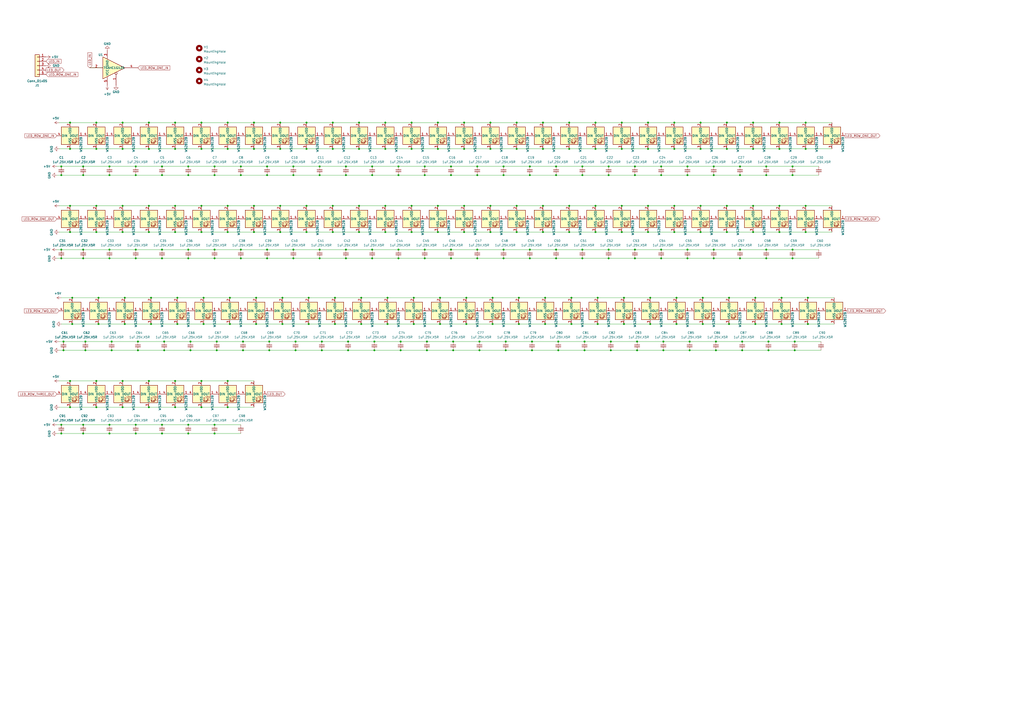
<source format=kicad_sch>
(kicad_sch (version 20231120) (generator "eeschema") (generator_version "8.0")
  (paper "A2")
  (title_block (title "Washington Metro PCB") (date "2023-09-19") (comment 1 "Steven Smethurst") (comment 2 "@funvill"))
  (lib_symbols
    (symbol "74xGxx:74AHC1G125"
      (property "Reference" "U" (at -2.54 3.81 0))
      (property "Value" "74AHC1G125" (at 0 -3.81 0))
      (symbol "74AHC1G125_1_1"
        (pin input inverted (at 0 10.16 270) (length 7.62) (name "~") (number "1"))
        (pin input line (at -15.24 0 0) (length 7.62) (name "~") (number "2"))
        (pin power_in line (at -5.08 -10.16 90) (length 5.08) (name "GND") (number "3"))
        (pin tri_state line (at 12.7 0 180) (length 7.62) (name "~") (number "4"))
        (pin power_in line (at -5.08 10.16 270) (length 5.08) (name "VCC") (number "5"))
      )
    )
    (symbol "Connector_Generic:Conn_01x05" (pin_names (offset 1.016) hide)
      (property "Reference" "J" (at 0 7.62 0))
      (property "Value" "Conn_01x05" (at 0 -7.62 0))
      (symbol "Conn_01x05_1_1"
        (pin passive line (at -5.08 5.08 0) (length 3.81) (name "Pin_1") (number "1"))
        (pin passive line (at -5.08 2.54 0) (length 3.81) (name "Pin_2") (number "2"))
        (pin passive line (at -5.08 0 0) (length 3.81) (name "Pin_3") (number "3"))
        (pin passive line (at -5.08 -2.54 0) (length 3.81) (name "Pin_4") (number "4"))
        (pin passive line (at -5.08 -5.08 0) (length 3.81) (name "Pin_5") (number "5"))
      )
    )
    (symbol "Mechanical:MountingHole" (pin_names (offset 1.016))
      (property "Reference" "H" (at 0 5.08 0))
      (property "Value" "MountingHole" (at 0 3.175 0))
    )
    (symbol "jlcpcb-basic-capacitor-0402:1uF,25V,X5R "
      (property "Reference" "C" (at 1.71 0.508 0))
      (property "Value" "1uF,25V,X5R " (at 1.71 -1.016 0))
      (symbol "1uF,25V,X5R _0_0"
        (pin passive line (at 0 2.54 270) (length 2.032) (name "~") (number "1"))
        (pin passive line (at 0 -2.54 90) (length 2.032) (name "~") (number "2"))
      )
    )
    (symbol "power:+5V" (power) (pin_names (offset 0))
      (property "Value" "+5V" (at 0 3.556 0))
      (symbol "+5V_1_1"
        (pin power_in line (at 0 0 90) (length 0) hide (name "+5V") (number "1"))
      )
    )
    (symbol "power:GND" (power) (pin_names (offset 0))
      (property "Value" "GND" (at 0 -3.81 0))
      (symbol "GND_1_1"
        (pin power_in line (at 0 0 270) (length 0) hide (name "GND") (number "1"))
      )
    )
    (symbol "washington-metro-pcb:XL-1010RGBC-WS2812B" (pin_names (offset 0.254))
      (property "Reference" "D" (at 5.08 5.715 0))
      (property "Value" "XL-1010RGBC-WS2812B" (at 1.27 -5.715 0))
      (symbol "XL-1010RGBC-WS2812B_0_0"
        (text "RGB" (at 2.286 -4.191 0) (effects (font (size 0.762 0.762))))
      )
      (symbol "XL-1010RGBC-WS2812B_1_1"
        (pin output line (at 7.62 0 180) (length 2.54) (name "DOUT") (number "1"))
        (pin power_in line (at 0 7.62 270) (length 2.54) (name "VDD") (number "2"))
        (pin bidirectional line (at 0 -7.62 90) (length 2.54) (name "VSS") (number "3"))
        (pin input line (at -7.62 0 0) (length 2.54) (name "DIN") (number "4"))
      )
    )
  )
  (junction (at 330.2 86.36))
  (junction (at 35.56 101.6))
  (junction (at 444.5 144.78))
  (junction (at 78.74 96.52))
  (junction (at 238.76 119.38))
  (junction (at 95.25 198.12))
  (junction (at 215.9 101.6))
  (junction (at 300.99 187.96))
  (junction (at 35.56 96.52))
  (junction (at 331.47 187.96))
  (junction (at 40.64 119.38))
  (junction (at 179.07 172.72))
  (junction (at 93.98 101.6))
  (junction (at 293.37 198.12))
  (junction (at 415.29 198.12))
  (junction (at 430.53 198.12))
  (junction (at 269.24 86.36))
  (junction (at 156.21 198.12))
  (junction (at 40.64 71.12))
  (junction (at 377.19 172.72))
  (junction (at 86.36 134.62))
  (junction (at 154.94 101.6))
  (junction (at 262.89 198.12))
  (junction (at 406.4 71.12))
  (junction (at 421.64 134.62))
  (junction (at 269.24 134.62))
  (junction (at 132.08 236.22))
  (junction (at 55.88 119.38))
  (junction (at 63.5 251.46))
  (junction (at 323.85 203.2))
  (junction (at 147.32 86.36))
  (junction (at 116.84 71.12))
  (junction (at 41.91 172.72))
  (junction (at 398.78 144.78))
  (junction (at 217.17 198.12))
  (junction (at 360.68 71.12))
  (junction (at 238.76 134.62))
  (junction (at 179.07 187.96))
  (junction (at 177.8 134.62))
  (junction (at 467.36 134.62))
  (junction (at 369.57 198.12))
  (junction (at 421.64 119.38))
  (junction (at 467.36 86.36))
  (junction (at 231.14 96.52))
  (junction (at 40.64 236.22))
  (junction (at 452.12 134.62))
  (junction (at 55.88 86.36))
  (junction (at 444.5 149.86))
  (junction (at 93.98 144.78))
  (junction (at 383.54 101.6))
  (junction (at 299.72 119.38))
  (junction (at 316.23 172.72))
  (junction (at 162.56 134.62))
  (junction (at 375.92 134.62))
  (junction (at 261.62 144.78))
  (junction (at 116.84 220.98))
  (junction (at 429.26 144.78))
  (junction (at 231.14 149.86))
  (junction (at 116.84 86.36))
  (junction (at 255.27 187.96))
  (junction (at 78.74 246.38))
  (junction (at 232.41 198.12))
  (junction (at 391.16 86.36))
  (junction (at 407.67 187.96))
  (junction (at 292.1 144.78))
  (junction (at 185.42 96.52))
  (junction (at 262.89 203.2))
  (junction (at 276.86 101.6))
  (junction (at 109.22 96.52))
  (junction (at 63.5 246.38))
  (junction (at 71.12 220.98))
  (junction (at 254 86.36))
  (junction (at 63.5 96.52))
  (junction (at 461.01 198.12))
  (junction (at 345.44 86.36))
  (junction (at 35.56 251.46))
  (junction (at 41.91 187.96))
  (junction (at 255.27 172.72))
  (junction (at 193.04 86.36))
  (junction (at 57.15 172.72))
  (junction (at 307.34 149.86))
  (junction (at 110.49 203.2))
  (junction (at 368.3 144.78))
  (junction (at 101.6 220.98))
  (junction (at 154.94 149.86))
  (junction (at 353.06 101.6))
  (junction (at 147.32 134.62))
  (junction (at 139.7 144.78))
  (junction (at 247.65 198.12))
  (junction (at 86.36 220.98))
  (junction (at 35.56 149.86))
  (junction (at 360.68 86.36))
  (junction (at 87.63 172.72))
  (junction (at 330.2 119.38))
  (junction (at 254 71.12))
  (junction (at 383.54 144.78))
  (junction (at 331.47 172.72))
  (junction (at 238.76 86.36))
  (junction (at 308.61 198.12))
  (junction (at 185.42 101.6))
  (junction (at 63.5 144.78))
  (junction (at 383.54 96.52))
  (junction (at 345.44 71.12))
  (junction (at 452.12 86.36))
  (junction (at 71.12 119.38))
  (junction (at 200.66 96.52))
  (junction (at 170.18 144.78))
  (junction (at 422.91 172.72))
  (junction (at 139.7 101.6))
  (junction (at 406.4 134.62))
  (junction (at 101.6 134.62))
  (junction (at 285.75 187.96))
  (junction (at 186.69 198.12))
  (junction (at 323.85 198.12))
  (junction (at 217.17 203.2))
  (junction (at 231.14 144.78))
  (junction (at 414.02 144.78))
  (junction (at 116.84 134.62))
  (junction (at 171.45 203.2))
  (junction (at 453.39 172.72))
  (junction (at 438.15 172.72))
  (junction (at 170.18 149.86))
  (junction (at 293.37 203.2))
  (junction (at 177.8 119.38))
  (junction (at 35.56 144.78))
  (junction (at 467.36 71.12))
  (junction (at 93.98 149.86))
  (junction (at 278.13 198.12))
  (junction (at 185.42 144.78))
  (junction (at 200.66 101.6))
  (junction (at 375.92 119.38))
  (junction (at 109.22 149.86))
  (junction (at 40.64 86.36))
  (junction (at 140.97 203.2))
  (junction (at 459.74 96.52))
  (junction (at 40.64 220.98))
  (junction (at 78.74 251.46))
  (junction (at 48.26 149.86))
  (junction (at 398.78 96.52))
  (junction (at 400.05 198.12))
  (junction (at 102.87 172.72))
  (junction (at 254 134.62))
  (junction (at 116.84 236.22))
  (junction (at 246.38 149.86))
  (junction (at 414.02 101.6))
  (junction (at 322.58 101.6))
  (junction (at 322.58 96.52))
  (junction (at 101.6 86.36))
  (junction (at 300.99 172.72))
  (junction (at 71.12 86.36))
  (junction (at 246.38 144.78))
  (junction (at 209.55 172.72))
  (junction (at 80.01 203.2))
  (junction (at 360.68 134.62))
  (junction (at 345.44 119.38))
  (junction (at 194.31 187.96))
  (junction (at 36.83 198.12))
  (junction (at 132.08 86.36))
  (junction (at 232.41 203.2))
  (junction (at 154.94 144.78))
  (junction (at 86.36 236.22))
  (junction (at 78.74 149.86))
  (junction (at 72.39 187.96))
  (junction (at 406.4 86.36))
  (junction (at 147.32 119.38))
  (junction (at 314.96 119.38))
  (junction (at 459.74 149.86))
  (junction (at 308.61 203.2))
  (junction (at 223.52 71.12))
  (junction (at 452.12 71.12))
  (junction (at 246.38 101.6))
  (junction (at 223.52 119.38))
  (junction (at 330.2 134.62))
  (junction (at 193.04 134.62))
  (junction (at 452.12 119.38))
  (junction (at 170.18 101.6))
  (junction (at 392.43 187.96))
  (junction (at 322.58 144.78))
  (junction (at 314.96 71.12))
  (junction (at 368.3 96.52))
  (junction (at 354.33 198.12))
  (junction (at 63.5 149.86))
  (junction (at 292.1 101.6))
  (junction (at 240.03 172.72))
  (junction (at 445.77 198.12))
  (junction (at 276.86 144.78))
  (junction (at 139.7 96.52))
  (junction (at 201.93 198.12))
  (junction (at 284.48 86.36))
  (junction (at 299.72 71.12))
  (junction (at 36.83 203.2))
  (junction (at 87.63 187.96))
  (junction (at 438.15 187.96))
  (junction (at 436.88 71.12))
  (junction (at 95.25 203.2))
  (junction (at 49.53 198.12))
  (junction (at 377.19 187.96))
  (junction (at 185.42 149.86))
  (junction (at 453.39 187.96))
  (junction (at 71.12 236.22))
  (junction (at 177.8 71.12))
  (junction (at 201.93 203.2))
  (junction (at 48.26 101.6))
  (junction (at 140.97 198.12))
  (junction (at 208.28 134.62))
  (junction (at 162.56 119.38))
  (junction (at 292.1 149.86))
  (junction (at 215.9 149.86))
  (junction (at 339.09 203.2))
  (junction (at 57.15 187.96))
  (junction (at 337.82 96.52))
  (junction (at 330.2 71.12))
  (junction (at 132.08 119.38))
  (junction (at 48.26 96.52))
  (junction (at 78.74 101.6))
  (junction (at 407.67 172.72))
  (junction (at 209.55 187.96))
  (junction (at 132.08 220.98))
  (junction (at 375.92 86.36))
  (junction (at 276.86 149.86))
  (junction (at 345.44 134.62))
  (junction (at 383.54 149.86))
  (junction (at 339.09 198.12))
  (junction (at 55.88 220.98))
  (junction (at 116.84 119.38))
  (junction (at 421.64 86.36))
  (junction (at 261.62 149.86))
  (junction (at 415.29 203.2))
  (junction (at 48.26 144.78))
  (junction (at 444.5 101.6))
  (junction (at 292.1 96.52))
  (junction (at 124.46 251.46))
  (junction (at 467.36 119.38))
  (junction (at 368.3 101.6))
  (junction (at 459.74 144.78))
  (junction (at 86.36 119.38))
  (junction (at 163.83 187.96))
  (junction (at 193.04 119.38))
  (junction (at 436.88 134.62))
  (junction (at 171.45 198.12))
  (junction (at 208.28 119.38))
  (junction (at 261.62 96.52))
  (junction (at 246.38 96.52))
  (junction (at 421.64 71.12))
  (junction (at 337.82 149.86))
  (junction (at 231.14 101.6))
  (junction (at 422.91 187.96))
  (junction (at 72.39 172.72))
  (junction (at 307.34 96.52))
  (junction (at 101.6 236.22))
  (junction (at 360.68 119.38))
  (junction (at 400.05 203.2))
  (junction (at 139.7 149.86))
  (junction (at 64.77 198.12))
  (junction (at 93.98 96.52))
  (junction (at 414.02 96.52))
  (junction (at 414.02 149.86))
  (junction (at 132.08 71.12))
  (junction (at 346.71 172.72))
  (junction (at 240.03 187.96))
  (junction (at 193.04 71.12))
  (junction (at 406.4 119.38))
  (junction (at 109.22 144.78))
  (junction (at 133.35 187.96))
  (junction (at 125.73 198.12))
  (junction (at 398.78 149.86))
  (junction (at 208.28 86.36))
  (junction (at 147.32 71.12))
  (junction (at 101.6 71.12))
  (junction (at 109.22 101.6))
  (junction (at 124.46 101.6))
  (junction (at 148.59 187.96))
  (junction (at 285.75 172.72))
  (junction (at 269.24 71.12))
  (junction (at 156.21 203.2))
  (junction (at 224.79 172.72))
  (junction (at 284.48 119.38))
  (junction (at 436.88 119.38))
  (junction (at 71.12 71.12))
  (junction (at 124.46 144.78))
  (junction (at 148.59 172.72))
  (junction (at 80.01 198.12))
  (junction (at 436.88 86.36))
  (junction (at 215.9 144.78))
  (junction (at 55.88 134.62))
  (junction (at 162.56 71.12))
  (junction (at 398.78 101.6))
  (junction (at 391.16 119.38))
  (junction (at 346.71 187.96))
  (junction (at 468.63 187.96))
  (junction (at 276.86 96.52))
  (junction (at 284.48 71.12))
  (junction (at 170.18 96.52))
  (junction (at 102.87 187.96))
  (junction (at 238.76 71.12))
  (junction (at 49.53 203.2))
  (junction (at 86.36 86.36))
  (junction (at 64.77 203.2))
  (junction (at 48.26 251.46))
  (junction (at 109.22 246.38))
  (junction (at 361.95 187.96))
  (junction (at 384.81 198.12))
  (junction (at 63.5 101.6))
  (junction (at 369.57 203.2))
  (junction (at 177.8 86.36))
  (junction (at 353.06 96.52))
  (junction (at 316.23 187.96))
  (junction (at 215.9 96.52))
  (junction (at 444.5 96.52))
  (junction (at 429.26 101.6))
  (junction (at 270.51 187.96))
  (junction (at 186.69 203.2))
  (junction (at 353.06 149.86))
  (junction (at 284.48 134.62))
  (junction (at 110.49 198.12))
  (junction (at 254 119.38))
  (junction (at 314.96 86.36))
  (junction (at 200.66 149.86))
  (junction (at 93.98 246.38))
  (junction (at 35.56 246.38))
  (junction (at 314.96 134.62))
  (junction (at 133.35 172.72))
  (junction (at 391.16 71.12))
  (junction (at 270.51 172.72))
  (junction (at 368.3 149.86))
  (junction (at 429.26 149.86))
  (junction (at 200.66 144.78))
  (junction (at 208.28 71.12))
  (junction (at 429.26 96.52))
  (junction (at 391.16 134.62))
  (junction (at 223.52 134.62))
  (junction (at 445.77 203.2))
  (junction (at 354.33 203.2))
  (junction (at 154.94 96.52))
  (junction (at 71.12 134.62))
  (junction (at 86.36 71.12))
  (junction (at 118.11 187.96))
  (junction (at 194.31 172.72))
  (junction (at 278.13 203.2))
  (junction (at 55.88 236.22))
  (junction (at 307.34 144.78))
  (junction (at 163.83 172.72))
  (junction (at 101.6 119.38))
  (junction (at 299.72 86.36))
  (junction (at 307.34 101.6))
  (junction (at 361.95 172.72))
  (junction (at 48.26 246.38))
  (junction (at 118.11 172.72))
  (junction (at 375.92 71.12))
  (junction (at 322.58 149.86))
  (junction (at 224.79 187.96))
  (junction (at 468.63 172.72))
  (junction (at 55.88 71.12))
  (junction (at 299.72 134.62))
  (junction (at 247.65 203.2))
  (junction (at 337.82 144.78))
  (junction (at 40.64 134.62))
  (junction (at 78.74 144.78))
  (junction (at 124.46 96.52))
  (junction (at 430.53 203.2))
  (junction (at 353.06 144.78))
  (junction (at 269.24 119.38))
  (junction (at 124.46 246.38))
  (junction (at 337.82 101.6))
  (junction (at 125.73 203.2))
  (junction (at 132.08 134.62))
  (junction (at 261.62 101.6))
  (junction (at 459.74 101.6))
  (junction (at 392.43 172.72))
  (junction (at 109.22 251.46))
  (junction (at 384.81 203.2))
  (junction (at 162.56 86.36))
  (junction (at 93.98 251.46))
  (junction (at 223.52 86.36))
  (junction (at 461.01 203.2))
  (junction (at 124.46 149.86))
  (wire (pts (xy 293.37 198.12) (xy 308.61 198.12)))
  (wire (pts (xy 231.14 96.52) (xy 246.38 96.52)))
  (wire (pts (xy 307.34 101.6) (xy 322.58 101.6)))
  (wire (pts (xy 86.36 71.12) (xy 101.6 71.12)))
  (wire (pts (xy 40.64 71.12) (xy 55.88 71.12)))
  (wire (pts (xy 110.49 203.2) (xy 125.73 203.2)))
  (wire (pts (xy 78.74 96.52) (xy 93.98 96.52)))
  (wire (pts (xy 308.61 198.12) (xy 323.85 198.12)))
  (wire (pts (xy 445.77 198.12) (xy 461.01 198.12)))
  (wire (pts (xy 436.88 86.36) (xy 452.12 86.36)))
  (wire (pts (xy 255.27 187.96) (xy 270.51 187.96)))
  (wire (pts (xy 353.06 101.6) (xy 368.3 101.6)))
  (wire (pts (xy 240.03 187.96) (xy 255.27 187.96)))
  (wire (pts (xy 452.12 134.62) (xy 467.36 134.62)))
  (wire (pts (xy 49.53 198.12) (xy 64.77 198.12)))
  (wire (pts (xy 445.77 203.2) (xy 461.01 203.2)))
  (wire (pts (xy 64.77 203.2) (xy 80.01 203.2)))
  (wire (pts (xy 361.95 172.72) (xy 377.19 172.72)))
  (wire (pts (xy 139.7 96.52) (xy 154.94 96.52)))
  (wire (pts (xy 292.1 96.52) (xy 307.34 96.52)))
  (wire (pts (xy 375.92 119.38) (xy 391.16 119.38)))
  (wire (pts (xy 102.87 172.72) (xy 118.11 172.72)))
  (wire (pts (xy 208.28 119.38) (xy 223.52 119.38)))
  (wire (pts (xy 276.86 96.52) (xy 292.1 96.52)))
  (wire (pts (xy 93.98 144.78) (xy 109.22 144.78)))
  (wire (pts (xy 459.74 144.78) (xy 474.98 144.78)))
  (wire (pts (xy 118.11 187.96) (xy 133.35 187.96)))
  (wire (pts (xy 55.88 134.62) (xy 71.12 134.62)))
  (wire (pts (xy 116.84 86.36) (xy 132.08 86.36)))
  (wire (pts (xy 330.2 134.62) (xy 345.44 134.62)))
  (wire (pts (xy 299.72 71.12) (xy 314.96 71.12)))
  (wire (pts (xy 368.3 144.78) (xy 383.54 144.78)))
  (wire (pts (xy 132.08 220.98) (xy 147.32 220.98)))
  (wire (pts (xy 63.5 246.38) (xy 78.74 246.38)))
  (wire (pts (xy 102.87 187.96) (xy 118.11 187.96)))
  (wire (pts (xy 284.48 134.62) (xy 299.72 134.62)))
  (wire (pts (xy 147.32 119.38) (xy 162.56 119.38)))
  (wire (pts (xy 300.99 187.96) (xy 316.23 187.96)))
  (wire (pts (xy 139.7 149.86) (xy 154.94 149.86)))
  (wire (pts (xy 322.58 96.52) (xy 337.82 96.52)))
  (wire (pts (xy 299.72 119.38) (xy 314.96 119.38)))
  (wire (pts (xy 345.44 134.62) (xy 360.68 134.62)))
  (wire (pts (xy 125.73 203.2) (xy 140.97 203.2)))
  (wire (pts (xy 307.34 96.52) (xy 322.58 96.52)))
  (wire (pts (xy 132.08 71.12) (xy 147.32 71.12)))
  (wire (pts (xy 48.26 149.86) (xy 63.5 149.86)))
  (wire (pts (xy 368.3 149.86) (xy 383.54 149.86)))
  (wire (pts (xy 314.96 119.38) (xy 330.2 119.38)))
  (wire (pts (xy 384.81 198.12) (xy 400.05 198.12)))
  (wire (pts (xy 185.42 149.86) (xy 200.66 149.86)))
  (wire (pts (xy 171.45 203.2) (xy 186.69 203.2)))
  (wire (pts (xy 353.06 96.52) (xy 368.3 96.52)))
  (wire (pts (xy 148.59 187.96) (xy 163.83 187.96)))
  (wire (pts (xy 185.42 101.6) (xy 200.66 101.6)))
  (wire (pts (xy 52.07 39.37) (xy 59.69 39.37)))
  (wire (pts (xy 33.02 246.38) (xy 35.56 246.38)))
  (wire (pts (xy 254 119.38) (xy 269.24 119.38)))
  (wire (pts (xy 200.66 101.6) (xy 215.9 101.6)))
  (wire (pts (xy 72.39 187.96) (xy 87.63 187.96)))
  (wire (pts (xy 154.94 101.6) (xy 170.18 101.6)))
  (wire (pts (xy 292.1 149.86) (xy 307.34 149.86)))
  (wire (pts (xy 86.36 119.38) (xy 101.6 119.38)))
  (wire (pts (xy 459.74 149.86) (xy 474.98 149.86)))
  (wire (pts (xy 72.39 172.72) (xy 87.63 172.72)))
  (wire (pts (xy 116.84 134.62) (xy 132.08 134.62)))
  (wire (pts (xy 368.3 96.52) (xy 383.54 96.52)))
  (wire (pts (xy 331.47 187.96) (xy 346.71 187.96)))
  (wire (pts (xy 384.81 203.2) (xy 400.05 203.2)))
  (wire (pts (xy 215.9 149.86) (xy 231.14 149.86)))
  (wire (pts (xy 422.91 187.96) (xy 438.15 187.96)))
  (wire (pts (xy 201.93 198.12) (xy 217.17 198.12)))
  (wire (pts (xy 270.51 172.72) (xy 285.75 172.72)))
  (wire (pts (xy 55.88 236.22) (xy 71.12 236.22)))
  (wire (pts (xy 322.58 101.6) (xy 337.82 101.6)))
  (wire (pts (xy 34.29 198.12) (xy 36.83 198.12)))
  (wire (pts (xy 383.54 144.78) (xy 398.78 144.78)))
  (wire (pts (xy 247.65 203.2) (xy 262.89 203.2)))
  (wire (pts (xy 421.64 71.12) (xy 436.88 71.12)))
  (wire (pts (xy 254 134.62) (xy 269.24 134.62)))
  (wire (pts (xy 368.3 101.6) (xy 383.54 101.6)))
  (wire (pts (xy 284.48 71.12) (xy 299.72 71.12)))
  (wire (pts (xy 232.41 203.2) (xy 247.65 203.2)))
  (wire (pts (xy 124.46 251.46) (xy 139.7 251.46)))
  (wire (pts (xy 467.36 71.12) (xy 482.6 71.12)))
  (wire (pts (xy 323.85 203.2) (xy 339.09 203.2)))
  (wire (pts (xy 360.68 71.12) (xy 375.92 71.12)))
  (wire (pts (xy 391.16 86.36) (xy 406.4 86.36)))
  (wire (pts (xy 438.15 187.96) (xy 453.39 187.96)))
  (wire (pts (xy 124.46 246.38) (xy 139.7 246.38)))
  (wire (pts (xy 246.38 149.86) (xy 261.62 149.86)))
  (wire (pts (xy 41.91 187.96) (xy 57.15 187.96)))
  (wire (pts (xy 33.02 96.52) (xy 35.56 96.52)))
  (wire (pts (xy 132.08 86.36) (xy 147.32 86.36)))
  (wire (pts (xy 246.38 101.6) (xy 261.62 101.6)))
  (wire (pts (xy 360.68 134.62) (xy 375.92 134.62)))
  (wire (pts (xy 132.08 236.22) (xy 147.32 236.22)))
  (wire (pts (xy 383.54 101.6) (xy 398.78 101.6)))
  (wire (pts (xy 314.96 71.12) (xy 330.2 71.12)))
  (wire (pts (xy 209.55 172.72) (xy 224.79 172.72)))
  (wire (pts (xy 87.63 187.96) (xy 102.87 187.96)))
  (wire (pts (xy 154.94 149.86) (xy 170.18 149.86)))
  (wire (pts (xy 400.05 203.2) (xy 415.29 203.2)))
  (wire (pts (xy 55.88 86.36) (xy 71.12 86.36)))
  (wire (pts (xy 414.02 149.86) (xy 429.26 149.86)))
  (wire (pts (xy 86.36 86.36) (xy 101.6 86.36)))
  (wire (pts (xy 300.99 172.72) (xy 316.23 172.72)))
  (wire (pts (xy 33.02 251.46) (xy 35.56 251.46)))
  (wire (pts (xy 360.68 86.36) (xy 375.92 86.36)))
  (wire (pts (xy 429.26 144.78) (xy 444.5 144.78)))
  (wire (pts (xy 224.79 172.72) (xy 240.03 172.72)))
  (wire (pts (xy 200.66 144.78) (xy 215.9 144.78)))
  (wire (pts (xy 262.89 198.12) (xy 278.13 198.12)))
  (wire (pts (xy 109.22 101.6) (xy 124.46 101.6)))
  (wire (pts (xy 353.06 144.78) (xy 368.3 144.78)))
  (wire (pts (xy 109.22 149.86) (xy 124.46 149.86)))
  (wire (pts (xy 162.56 119.38) (xy 177.8 119.38)))
  (wire (pts (xy 101.6 71.12) (xy 116.84 71.12)))
  (wire (pts (xy 299.72 86.36) (xy 314.96 86.36)))
  (wire (pts (xy 444.5 144.78) (xy 459.74 144.78)))
  (wire (pts (xy 400.05 198.12) (xy 415.29 198.12)))
  (wire (pts (xy 223.52 71.12) (xy 238.76 71.12)))
  (wire (pts (xy 64.77 198.12) (xy 80.01 198.12)))
  (wire (pts (xy 200.66 149.86) (xy 215.9 149.86)))
  (wire (pts (xy 407.67 172.72) (xy 422.91 172.72)))
  (wire (pts (xy 375.92 71.12) (xy 391.16 71.12)))
  (wire (pts (xy 95.25 203.2) (xy 110.49 203.2)))
  (wire (pts (xy 78.74 251.46) (xy 93.98 251.46)))
  (wire (pts (xy 240.03 172.72) (xy 255.27 172.72)))
  (wire (pts (xy 391.16 71.12) (xy 406.4 71.12)))
  (wire (pts (xy 48.26 246.38) (xy 63.5 246.38)))
  (wire (pts (xy 63.5 251.46) (xy 78.74 251.46)))
  (wire (pts (xy 339.09 198.12) (xy 354.33 198.12)))
  (wire (pts (xy 116.84 236.22) (xy 132.08 236.22)))
  (wire (pts (xy 330.2 71.12) (xy 345.44 71.12)))
  (wire (pts (xy 186.69 203.2) (xy 201.93 203.2)))
  (wire (pts (xy 231.14 144.78) (xy 246.38 144.78)))
  (wire (pts (xy 345.44 71.12) (xy 360.68 71.12)))
  (wire (pts (xy 35.56 96.52) (xy 48.26 96.52)))
  (wire (pts (xy 354.33 198.12) (xy 369.57 198.12)))
  (wire (pts (xy 93.98 96.52) (xy 109.22 96.52)))
  (wire (pts (xy 78.74 246.38) (xy 93.98 246.38)))
  (wire (pts (xy 101.6 134.62) (xy 116.84 134.62)))
  (wire (pts (xy 35.56 251.46) (xy 48.26 251.46)))
  (wire (pts (xy 369.57 198.12) (xy 384.81 198.12)))
  (wire (pts (xy 468.63 187.96) (xy 483.87 187.96)))
  (wire (pts (xy 109.22 246.38) (xy 124.46 246.38)))
  (wire (pts (xy 110.49 198.12) (xy 125.73 198.12)))
  (wire (pts (xy 156.21 203.2) (xy 171.45 203.2)))
  (wire (pts (xy 430.53 203.2) (xy 445.77 203.2)))
  (wire (pts (xy 436.88 71.12) (xy 452.12 71.12)))
  (wire (pts (xy 71.12 119.38) (xy 86.36 119.38)))
  (wire (pts (xy 307.34 144.78) (xy 322.58 144.78)))
  (wire (pts (xy 438.15 172.72) (xy 453.39 172.72)))
  (wire (pts (xy 48.26 101.6) (xy 63.5 101.6)))
  (wire (pts (xy 415.29 203.2) (xy 430.53 203.2)))
  (wire (pts (xy 34.29 203.2) (xy 36.83 203.2)))
  (wire (pts (xy 331.47 172.72) (xy 346.71 172.72)))
  (wire (pts (xy 269.24 71.12) (xy 284.48 71.12)))
  (wire (pts (xy 468.63 172.72) (xy 483.87 172.72)))
  (wire (pts (xy 177.8 71.12) (xy 193.04 71.12)))
  (wire (pts (xy 33.02 149.86) (xy 35.56 149.86)))
  (wire (pts (xy 223.52 86.36) (xy 238.76 86.36)))
  (wire (pts (xy 34.29 236.22) (xy 40.64 236.22)))
  (wire (pts (xy 337.82 149.86) (xy 353.06 149.86)))
  (wire (pts (xy 132.08 134.62) (xy 147.32 134.62)))
  (wire (pts (xy 247.65 198.12) (xy 262.89 198.12)))
  (wire (pts (xy 453.39 187.96) (xy 468.63 187.96)))
  (wire (pts (xy 116.84 119.38) (xy 132.08 119.38)))
  (wire (pts (xy 186.69 198.12) (xy 201.93 198.12)))
  (wire (pts (xy 109.22 96.52) (xy 124.46 96.52)))
  (wire (pts (xy 133.35 172.72) (xy 148.59 172.72)))
  (wire (pts (xy 422.91 172.72) (xy 438.15 172.72)))
  (wire (pts (xy 116.84 71.12) (xy 132.08 71.12)))
  (wire (pts (xy 193.04 86.36) (xy 208.28 86.36)))
  (wire (pts (xy 391.16 119.38) (xy 406.4 119.38)))
  (wire (pts (xy 330.2 86.36) (xy 345.44 86.36)))
  (wire (pts (xy 284.48 119.38) (xy 299.72 119.38)))
  (wire (pts (xy 78.74 144.78) (xy 93.98 144.78)))
  (wire (pts (xy 452.12 86.36) (xy 467.36 86.36)))
  (wire (pts (xy 36.83 198.12) (xy 49.53 198.12)))
  (wire (pts (xy 63.5 101.6) (xy 78.74 101.6)))
  (wire (pts (xy 171.45 198.12) (xy 186.69 198.12)))
  (wire (pts (xy 35.56 172.72) (xy 41.91 172.72)))
  (wire (pts (xy 467.36 119.38) (xy 482.6 119.38)))
  (wire (pts (xy 101.6 236.22) (xy 116.84 236.22)))
  (wire (pts (xy 40.64 119.38) (xy 55.88 119.38)))
  (wire (pts (xy 34.29 86.36) (xy 40.64 86.36)))
  (wire (pts (xy 377.19 187.96) (xy 392.43 187.96)))
  (wire (pts (xy 330.2 119.38) (xy 345.44 119.38)))
  (wire (pts (xy 314.96 134.62) (xy 330.2 134.62)))
  (wire (pts (xy 421.64 86.36) (xy 436.88 86.36)))
  (wire (pts (xy 339.09 203.2) (xy 354.33 203.2)))
  (wire (pts (xy 154.94 144.78) (xy 170.18 144.78)))
  (wire (pts (xy 193.04 71.12) (xy 208.28 71.12)))
  (wire (pts (xy 124.46 96.52) (xy 139.7 96.52)))
  (wire (pts (xy 375.92 86.36) (xy 391.16 86.36)))
  (wire (pts (xy 360.68 119.38) (xy 375.92 119.38)))
  (wire (pts (xy 93.98 149.86) (xy 109.22 149.86)))
  (wire (pts (xy 78.74 149.86) (xy 93.98 149.86)))
  (wire (pts (xy 452.12 71.12) (xy 467.36 71.12)))
  (wire (pts (xy 109.22 251.46) (xy 124.46 251.46)))
  (wire (pts (xy 436.88 119.38) (xy 452.12 119.38)))
  (wire (pts (xy 414.02 96.52) (xy 429.26 96.52)))
  (wire (pts (xy 459.74 96.52) (xy 474.98 96.52)))
  (wire (pts (xy 33.02 144.78) (xy 35.56 144.78)))
  (wire (pts (xy 194.31 172.72) (xy 209.55 172.72)))
  (wire (pts (xy 377.19 172.72) (xy 392.43 172.72)))
  (wire (pts (xy 261.62 96.52) (xy 276.86 96.52)))
  (wire (pts (xy 55.88 119.38) (xy 71.12 119.38)))
  (wire (pts (xy 140.97 203.2) (xy 156.21 203.2)))
  (wire (pts (xy 86.36 134.62) (xy 101.6 134.62)))
  (wire (pts (xy 71.12 220.98) (xy 86.36 220.98)))
  (wire (pts (xy 87.63 172.72) (xy 102.87 172.72)))
  (wire (pts (xy 414.02 144.78) (xy 429.26 144.78)))
  (wire (pts (xy 41.91 172.72) (xy 57.15 172.72)))
  (wire (pts (xy 208.28 86.36) (xy 223.52 86.36)))
  (wire (pts (xy 34.29 134.62) (xy 40.64 134.62)))
  (wire (pts (xy 140.97 198.12) (xy 156.21 198.12)))
  (wire (pts (xy 262.89 203.2) (xy 278.13 203.2)))
  (wire (pts (xy 215.9 101.6) (xy 231.14 101.6)))
  (wire (pts (xy 170.18 96.52) (xy 185.42 96.52)))
  (wire (pts (xy 80.01 198.12) (xy 95.25 198.12)))
  (wire (pts (xy 162.56 71.12) (xy 177.8 71.12)))
  (wire (pts (xy 284.48 86.36) (xy 299.72 86.36)))
  (wire (pts (xy 238.76 86.36) (xy 254 86.36)))
  (wire (pts (xy 179.07 187.96) (xy 194.31 187.96)))
  (wire (pts (xy 323.85 198.12) (xy 339.09 198.12)))
  (wire (pts (xy 369.57 203.2) (xy 384.81 203.2)))
  (wire (pts (xy 322.58 144.78) (xy 337.82 144.78)))
  (wire (pts (xy 354.33 203.2) (xy 369.57 203.2)))
  (wire (pts (xy 63.5 149.86) (xy 78.74 149.86)))
  (wire (pts (xy 406.4 71.12) (xy 421.64 71.12)))
  (wire (pts (xy 109.22 144.78) (xy 124.46 144.78)))
  (wire (pts (xy 148.59 172.72) (xy 163.83 172.72)))
  (wire (pts (xy 391.16 134.62) (xy 406.4 134.62)))
  (wire (pts (xy 461.01 198.12) (xy 476.25 198.12)))
  (wire (pts (xy 177.8 134.62) (xy 193.04 134.62)))
  (wire (pts (xy 375.92 134.62) (xy 391.16 134.62)))
  (wire (pts (xy 254 86.36) (xy 269.24 86.36)))
  (wire (pts (xy 270.51 187.96) (xy 285.75 187.96)))
  (wire (pts (xy 170.18 149.86) (xy 185.42 149.86)))
  (wire (pts (xy 35.56 101.6) (xy 48.26 101.6)))
  (wire (pts (xy 193.04 134.62) (xy 208.28 134.62)))
  (wire (pts (xy 246.38 96.52) (xy 261.62 96.52)))
  (wire (pts (xy 254 71.12) (xy 269.24 71.12)))
  (wire (pts (xy 35.56 246.38) (xy 48.26 246.38)))
  (wire (pts (xy 337.82 101.6) (xy 353.06 101.6)))
  (wire (pts (xy 444.5 149.86) (xy 459.74 149.86)))
  (wire (pts (xy 116.84 220.98) (xy 132.08 220.98)))
  (wire (pts (xy 185.42 144.78) (xy 200.66 144.78)))
  (wire (pts (xy 55.88 71.12) (xy 71.12 71.12)))
  (wire (pts (xy 93.98 246.38) (xy 109.22 246.38)))
  (wire (pts (xy 453.39 172.72) (xy 468.63 172.72)))
  (wire (pts (xy 57.15 172.72) (xy 72.39 172.72)))
  (wire (pts (xy 156.21 198.12) (xy 171.45 198.12)))
  (wire (pts (xy 147.32 134.62) (xy 162.56 134.62)))
  (wire (pts (xy 36.83 203.2) (xy 49.53 203.2)))
  (wire (pts (xy 170.18 144.78) (xy 185.42 144.78)))
  (wire (pts (xy 255.27 172.72) (xy 270.51 172.72)))
  (wire (pts (xy 276.86 149.86) (xy 292.1 149.86)))
  (wire (pts (xy 57.15 187.96) (xy 72.39 187.96)))
  (wire (pts (xy 444.5 101.6) (xy 459.74 101.6)))
  (wire (pts (xy 200.66 96.52) (xy 215.9 96.52)))
  (wire (pts (xy 322.58 149.86) (xy 337.82 149.86)))
  (wire (pts (xy 406.4 119.38) (xy 421.64 119.38)))
  (wire (pts (xy 101.6 220.98) (xy 116.84 220.98)))
  (wire (pts (xy 361.95 187.96) (xy 377.19 187.96)))
  (wire (pts (xy 299.72 134.62) (xy 314.96 134.62)))
  (wire (pts (xy 49.53 203.2) (xy 64.77 203.2)))
  (wire (pts (xy 261.62 149.86) (xy 276.86 149.86)))
  (wire (pts (xy 101.6 86.36) (xy 116.84 86.36)))
  (wire (pts (xy 345.44 119.38) (xy 360.68 119.38)))
  (wire (pts (xy 421.64 134.62) (xy 436.88 134.62)))
  (wire (pts (xy 48.26 96.52) (xy 63.5 96.52)))
  (wire (pts (xy 163.83 187.96) (xy 179.07 187.96)))
  (wire (pts (xy 269.24 86.36) (xy 284.48 86.36)))
  (wire (pts (xy 461.01 203.2) (xy 476.25 203.2)))
  (wire (pts (xy 223.52 134.62) (xy 238.76 134.62)))
  (wire (pts (xy 208.28 134.62) (xy 223.52 134.62)))
  (wire (pts (xy 337.82 144.78) (xy 353.06 144.78)))
  (wire (pts (xy 63.5 144.78) (xy 78.74 144.78)))
  (wire (pts (xy 217.17 198.12) (xy 232.41 198.12)))
  (wire (pts (xy 80.01 203.2) (xy 95.25 203.2)))
  (wire (pts (xy 292.1 101.6) (xy 307.34 101.6)))
  (wire (pts (xy 392.43 187.96) (xy 407.67 187.96)))
  (wire (pts (xy 78.74 101.6) (xy 93.98 101.6)))
  (wire (pts (xy 185.42 96.52) (xy 200.66 96.52)))
  (wire (pts (xy 353.06 149.86) (xy 368.3 149.86)))
  (wire (pts (xy 467.36 86.36) (xy 482.6 86.36)))
  (wire (pts (xy 345.44 86.36) (xy 360.68 86.36)))
  (wire (pts (xy 71.12 236.22) (xy 86.36 236.22)))
  (wire (pts (xy 429.26 149.86) (xy 444.5 149.86)))
  (wire (pts (xy 215.9 144.78) (xy 231.14 144.78)))
  (wire (pts (xy 398.78 144.78) (xy 414.02 144.78)))
  (wire (pts (xy 269.24 119.38) (xy 284.48 119.38)))
  (wire (pts (xy 139.7 144.78) (xy 154.94 144.78)))
  (wire (pts (xy 34.29 119.38) (xy 40.64 119.38)))
  (wire (pts (xy 124.46 149.86) (xy 139.7 149.86)))
  (wire (pts (xy 337.82 96.52) (xy 353.06 96.52)))
  (wire (pts (xy 293.37 203.2) (xy 308.61 203.2)))
  (wire (pts (xy 40.64 236.22) (xy 55.88 236.22)))
  (wire (pts (xy 467.36 134.62) (xy 482.6 134.62)))
  (wire (pts (xy 40.64 220.98) (xy 55.88 220.98)))
  (wire (pts (xy 278.13 198.12) (xy 293.37 198.12)))
  (wire (pts (xy 208.28 71.12) (xy 223.52 71.12)))
  (wire (pts (xy 154.94 96.52) (xy 170.18 96.52)))
  (wire (pts (xy 278.13 203.2) (xy 293.37 203.2)))
  (wire (pts (xy 436.88 134.62) (xy 452.12 134.62)))
  (wire (pts (xy 238.76 134.62) (xy 254 134.62)))
  (wire (pts (xy 95.25 198.12) (xy 110.49 198.12)))
  (wire (pts (xy 147.32 86.36) (xy 162.56 86.36)))
  (wire (pts (xy 346.71 187.96) (xy 361.95 187.96)))
  (wire (pts (xy 163.83 172.72) (xy 179.07 172.72)))
  (wire (pts (xy 269.24 134.62) (xy 284.48 134.62)))
  (wire (pts (xy 429.26 101.6) (xy 444.5 101.6)))
  (wire (pts (xy 276.86 144.78) (xy 292.1 144.78)))
  (wire (pts (xy 34.29 220.98) (xy 40.64 220.98)))
  (wire (pts (xy 398.78 96.52) (xy 414.02 96.52)))
  (wire (pts (xy 392.43 172.72) (xy 407.67 172.72)))
  (wire (pts (xy 224.79 187.96) (xy 240.03 187.96)))
  (wire (pts (xy 238.76 119.38) (xy 254 119.38)))
  (wire (pts (xy 429.26 96.52) (xy 444.5 96.52)))
  (wire (pts (xy 406.4 134.62) (xy 421.64 134.62)))
  (wire (pts (xy 179.07 172.72) (xy 194.31 172.72)))
  (wire (pts (xy 71.12 71.12) (xy 86.36 71.12)))
  (wire (pts (xy 452.12 119.38) (xy 467.36 119.38)))
  (wire (pts (xy 86.36 236.22) (xy 101.6 236.22)))
  (wire (pts (xy 86.36 220.98) (xy 101.6 220.98)))
  (wire (pts (xy 430.53 198.12) (xy 445.77 198.12)))
  (wire (pts (xy 406.4 86.36) (xy 421.64 86.36)))
  (wire (pts (xy 276.86 101.6) (xy 292.1 101.6)))
  (wire (pts (xy 261.62 101.6) (xy 276.86 101.6)))
  (wire (pts (xy 34.29 71.12) (xy 40.64 71.12)))
  (wire (pts (xy 125.73 198.12) (xy 140.97 198.12)))
  (wire (pts (xy 170.18 101.6) (xy 185.42 101.6)))
  (wire (pts (xy 177.8 119.38) (xy 193.04 119.38)))
  (wire (pts (xy 194.31 187.96) (xy 209.55 187.96)))
  (wire (pts (xy 177.8 86.36) (xy 193.04 86.36)))
  (wire (pts (xy 398.78 149.86) (xy 414.02 149.86)))
  (wire (pts (xy 383.54 96.52) (xy 398.78 96.52)))
  (wire (pts (xy 35.56 149.86) (xy 48.26 149.86)))
  (wire (pts (xy 307.34 149.86) (xy 322.58 149.86)))
  (wire (pts (xy 209.55 187.96) (xy 224.79 187.96)))
  (wire (pts (xy 415.29 198.12) (xy 430.53 198.12)))
  (wire (pts (xy 414.02 101.6) (xy 429.26 101.6)))
  (wire (pts (xy 444.5 96.52) (xy 459.74 96.52)))
  (wire (pts (xy 308.61 203.2) (xy 323.85 203.2)))
  (wire (pts (xy 231.14 101.6) (xy 246.38 101.6)))
  (wire (pts (xy 93.98 251.46) (xy 109.22 251.46)))
  (wire (pts (xy 316.23 172.72) (xy 331.47 172.72)))
  (wire (pts (xy 33.02 101.6) (xy 35.56 101.6)))
  (wire (pts (xy 162.56 86.36) (xy 177.8 86.36)))
  (wire (pts (xy 40.64 86.36) (xy 55.88 86.36)))
  (wire (pts (xy 139.7 101.6) (xy 154.94 101.6)))
  (wire (pts (xy 35.56 187.96) (xy 41.91 187.96)))
  (wire (pts (xy 314.96 86.36) (xy 330.2 86.36)))
  (wire (pts (xy 162.56 134.62) (xy 177.8 134.62)))
  (wire (pts (xy 193.04 119.38) (xy 208.28 119.38)))
  (wire (pts (xy 71.12 86.36) (xy 86.36 86.36)))
  (wire (pts (xy 63.5 96.52) (xy 78.74 96.52)))
  (wire (pts (xy 238.76 71.12) (xy 254 71.12)))
  (wire (pts (xy 383.54 149.86) (xy 398.78 149.86)))
  (wire (pts (xy 124.46 101.6) (xy 139.7 101.6)))
  (wire (pts (xy 101.6 119.38) (xy 116.84 119.38)))
  (wire (pts (xy 118.11 172.72) (xy 133.35 172.72)))
  (wire (pts (xy 48.26 144.78) (xy 63.5 144.78)))
  (wire (pts (xy 261.62 144.78) (xy 276.86 144.78)))
  (wire (pts (xy 48.26 251.46) (xy 63.5 251.46)))
  (wire (pts (xy 93.98 101.6) (xy 109.22 101.6)))
  (wire (pts (xy 316.23 187.96) (xy 331.47 187.96)))
  (wire (pts (xy 35.56 144.78) (xy 48.26 144.78)))
  (wire (pts (xy 71.12 134.62) (xy 86.36 134.62)))
  (wire (pts (xy 292.1 144.78) (xy 307.34 144.78)))
  (wire (pts (xy 285.75 172.72) (xy 300.99 172.72)))
  (wire (pts (xy 217.17 203.2) (xy 232.41 203.2)))
  (wire (pts (xy 459.74 101.6) (xy 474.98 101.6)))
  (wire (pts (xy 215.9 96.52) (xy 231.14 96.52)))
  (wire (pts (xy 132.08 119.38) (xy 147.32 119.38)))
  (wire (pts (xy 246.38 144.78) (xy 261.62 144.78)))
  (wire (pts (xy 201.93 203.2) (xy 217.17 203.2)))
  (wire (pts (xy 124.46 144.78) (xy 139.7 144.78)))
  (wire (pts (xy 421.64 119.38) (xy 436.88 119.38)))
  (wire (pts (xy 40.64 134.62) (xy 55.88 134.62)))
  (wire (pts (xy 147.32 71.12) (xy 162.56 71.12)))
  (wire (pts (xy 407.67 187.96) (xy 422.91 187.96)))
  (wire (pts (xy 231.14 149.86) (xy 246.38 149.86)))
  (wire (pts (xy 223.52 119.38) (xy 238.76 119.38)))
  (wire (pts (xy 133.35 187.96) (xy 148.59 187.96)))
  (wire (pts (xy 398.78 101.6) (xy 414.02 101.6)))
  (wire (pts (xy 55.88 220.98) (xy 71.12 220.98)))
  (wire (pts (xy 346.71 172.72) (xy 361.95 172.72)))
  (wire (pts (xy 232.41 198.12) (xy 247.65 198.12)))
  (wire (pts (xy 285.75 187.96) (xy 300.99 187.96)))
  (global_label "LED_ROW_ONE_IN" (shape input) (at 26.67 43.18 0) (property "Intersheetrefs" "${INTERSHEET_REFS}" (effects (hide yes))))
  (global_label "LED_OUT" (shape output) (at 26.67 40.64 0) (property "Intersheetrefs" "${INTERSHEET_REFS}" (effects (hide yes))))
  (global_label "LED_ROW_THREE_OUT" (shape input) (at 33.02 228.6 180) (property "Intersheetrefs" "${INTERSHEET_REFS}" (effects (hide yes))))
  (global_label "LED_IN" (shape input) (at 52.07 39.37 90) (property "Intersheetrefs" "${INTERSHEET_REFS}" (effects (hide yes))))
  (global_label "LED_OUT" (shape output) (at 154.94 228.6 0) (property "Intersheetrefs" "${INTERSHEET_REFS}" (effects (hide yes))))
  (global_label "LED_ROW_ONE_IN" (shape input) (at 33.02 78.74 180) (property "Intersheetrefs" "${INTERSHEET_REFS}" (effects (hide yes))))
  (global_label "LED_IN" (shape input) (at 26.67 35.56 0) (property "Intersheetrefs" "${INTERSHEET_REFS}" (effects (hide yes))))
  (global_label "LED_ROW_ONE_IN" (shape input) (at 80.01 39.37 0) (property "Intersheetrefs" "${INTERSHEET_REFS}" (effects (hide yes))))
  (global_label "LED_ROW_ONE_OUT" (shape output) (at 490.22 78.74 0) (property "Intersheetrefs" "${INTERSHEET_REFS}" (effects (hide yes))))
  (global_label "LED_ROW_THREE_OUT" (shape output) (at 491.49 180.34 0) (property "Intersheetrefs" "${INTERSHEET_REFS}" (effects (hide yes))))
  (global_label "LED_ROW_TWO_OUT" (shape output) (at 490.22 127 0) (property "Intersheetrefs" "${INTERSHEET_REFS}" (effects (hide yes))))
  (global_label "LED_ROW_TWO_OUT" (shape input) (at 34.29 180.34 180) (property "Intersheetrefs" "${INTERSHEET_REFS}" (effects (hide yes))))
  (global_label "LED_ROW_ONE_OUT" (shape input) (at 33.02 127 180) (property "Intersheetrefs" "${INTERSHEET_REFS}" (effects (hide yes))))
  (symbol (lib_id "washington-metro-pcb:XL-1010RGBC-WS2812B") (at 132.08 78.74 0) (unit 1)
    (property "Reference" "LED7" (effects (hide yes)))
    (property "Value" "WS2812B" (at 138.43 83.82 90))
    (property "Footprint" "washington-metro-pcb:XL-1010RGBC-WS2812B" (effects (hide yes)))
    (property "Datasheet" "https://datasheet.lcsc.com/lcsc/2301111010_XINGLIGHT-XL-1010RGBC-WS2812B_C5349953.pdf" (effects (hide yes)))
    (property "LCSC" "C5349953" (effects (hide yes)))
  )
  (symbol (lib_id "washington-metro-pcb:XL-1010RGBC-WS2812B") (at 269.24 127 0) (unit 1)
    (property "Reference" "LED46" (effects (hide yes)))
    (property "Value" "WS2812B" (at 275.59 132.08 90))
    (property "Footprint" "washington-metro-pcb:XL-1010RGBC-WS2812B" (effects (hide yes)))
    (property "Datasheet" "https://datasheet.lcsc.com/lcsc/2301111010_XINGLIGHT-XL-1010RGBC-WS2812B_C5349953.pdf" (effects (hide yes)))
    (property "LCSC" "C5349953" (effects (hide yes)))
  )
  (symbol (lib_id "jlcpcb-basic-capacitor-0402:1uF,25V,X5R ") (at 353.06 99.06 0) (unit 1)
    (property "Reference" "C22" (at 351.79 91.44 0) (effects (justify left)))
    (property "Value" "1uF,25V,X5R " (at 347.98 93.98 0) (effects (justify left)))
    (property "Footprint" "C_0402_1005Metric" (effects (hide yes)))
    (property "Datasheet" "https://datasheet.lcsc.com/lcsc/1811091611_Samsung-Electro-Mechanics-CL05A105KA5NQNC_C52923.pdf" (effects (hide yes)))
    (property "LCSC" "C52923" (effects (hide yes)))
    (property "MFG" "Samsung Electro-Mechanics" (effects (hide yes)))
    (property "MFGPN" "CL05A105KA5NQNC" (effects (hide yes)))
  )
  (symbol (lib_id "jlcpcb-basic-capacitor-0402:1uF,25V,X5R ") (at 139.7 248.92 0) (unit 1)
    (property "Reference" "C98" (at 138.43 241.3 0) (effects (justify left)))
    (property "Value" "1uF,25V,X5R " (at 134.62 243.84 0) (effects (justify left)))
    (property "Footprint" "C_0402_1005Metric" (effects (hide yes)))
    (property "Datasheet" "https://datasheet.lcsc.com/lcsc/1811091611_Samsung-Electro-Mechanics-CL05A105KA5NQNC_C52923.pdf" (effects (hide yes)))
    (property "LCSC" "C52923" (effects (hide yes)))
    (property "MFG" "Samsung Electro-Mechanics" (effects (hide yes)))
    (property "MFGPN" "CL05A105KA5NQNC" (effects (hide yes)))
  )
  (symbol (lib_id "washington-metro-pcb:XL-1010RGBC-WS2812B") (at 269.24 78.74 0) (unit 1)
    (property "Reference" "LED16" (effects (hide yes)))
    (property "Value" "WS2812B" (at 275.59 83.82 90))
    (property "Footprint" "washington-metro-pcb:XL-1010RGBC-WS2812B" (effects (hide yes)))
    (property "Datasheet" "https://datasheet.lcsc.com/lcsc/2301111010_XINGLIGHT-XL-1010RGBC-WS2812B_C5349953.pdf" (effects (hide yes)))
    (property "LCSC" "C5349953" (effects (hide yes)))
  )
  (symbol (lib_id "power:+5V") (at 34.29 71.12 90) (unit 1)
    (property "Reference" "#PWR06" (effects (hide yes)))
    (property "Value" "+5V" (at 34.29 68.58 90) (effects (justify left)))
  )
  (symbol (lib_id "jlcpcb-basic-capacitor-0402:1uF,25V,X5R ") (at 461.01 200.66 0) (unit 1)
    (property "Reference" "C89" (at 459.74 193.04 0) (effects (justify left)))
    (property "Value" "1uF,25V,X5R " (at 455.93 195.58 0) (effects (justify left)))
    (property "Footprint" "C_0402_1005Metric" (effects (hide yes)))
    (property "Datasheet" "https://datasheet.lcsc.com/lcsc/1811091611_Samsung-Electro-Mechanics-CL05A105KA5NQNC_C52923.pdf" (effects (hide yes)))
    (property "LCSC" "C52923" (effects (hide yes)))
    (property "MFG" "Samsung Electro-Mechanics" (effects (hide yes)))
    (property "MFGPN" "CL05A105KA5NQNC" (effects (hide yes)))
  )
  (symbol (lib_id "jlcpcb-basic-capacitor-0402:1uF,25V,X5R ") (at 201.93 200.66 0) (unit 1)
    (property "Reference" "C72" (at 200.66 193.04 0) (effects (justify left)))
    (property "Value" "1uF,25V,X5R " (at 196.85 195.58 0) (effects (justify left)))
    (property "Footprint" "C_0402_1005Metric" (effects (hide yes)))
    (property "Datasheet" "https://datasheet.lcsc.com/lcsc/1811091611_Samsung-Electro-Mechanics-CL05A105KA5NQNC_C52923.pdf" (effects (hide yes)))
    (property "LCSC" "C52923" (effects (hide yes)))
    (property "MFG" "Samsung Electro-Mechanics" (effects (hide yes)))
    (property "MFGPN" "CL05A105KA5NQNC" (effects (hide yes)))
  )
  (symbol (lib_id "washington-metro-pcb:XL-1010RGBC-WS2812B") (at 55.88 127 0) (unit 1)
    (property "Reference" "LED32" (effects (hide yes)))
    (property "Value" "WS2812B" (at 62.23 132.08 90))
    (property "Footprint" "washington-metro-pcb:XL-1010RGBC-WS2812B" (effects (hide yes)))
    (property "Datasheet" "https://datasheet.lcsc.com/lcsc/2301111010_XINGLIGHT-XL-1010RGBC-WS2812B_C5349953.pdf" (effects (hide yes)))
    (property "LCSC" "C5349953" (effects (hide yes)))
  )
  (symbol (lib_id "jlcpcb-basic-capacitor-0402:1uF,25V,X5R ") (at 109.22 147.32 0) (unit 1)
    (property "Reference" "C36" (at 107.95 139.7 0) (effects (justify left)))
    (property "Value" "1uF,25V,X5R " (at 104.14 142.24 0) (effects (justify left)))
    (property "Footprint" "C_0402_1005Metric" (effects (hide yes)))
    (property "Datasheet" "https://datasheet.lcsc.com/lcsc/1811091611_Samsung-Electro-Mechanics-CL05A105KA5NQNC_C52923.pdf" (effects (hide yes)))
    (property "LCSC" "C52923" (effects (hide yes)))
    (property "MFG" "Samsung Electro-Mechanics" (effects (hide yes)))
    (property "MFGPN" "CL05A105KA5NQNC" (effects (hide yes)))
  )
  (symbol (lib_id "washington-metro-pcb:XL-1010RGBC-WS2812B") (at 436.88 127 0) (unit 1)
    (property "Reference" "LED57" (effects (hide yes)))
    (property "Value" "WS2812B" (at 443.23 132.08 90))
    (property "Footprint" "washington-metro-pcb:XL-1010RGBC-WS2812B" (effects (hide yes)))
    (property "Datasheet" "https://datasheet.lcsc.com/lcsc/2301111010_XINGLIGHT-XL-1010RGBC-WS2812B_C5349953.pdf" (effects (hide yes)))
    (property "LCSC" "C5349953" (effects (hide yes)))
  )
  (symbol (lib_id "washington-metro-pcb:XL-1010RGBC-WS2812B") (at 375.92 78.74 0) (unit 1)
    (property "Reference" "LED23" (effects (hide yes)))
    (property "Value" "WS2812B" (at 382.27 83.82 90))
    (property "Footprint" "washington-metro-pcb:XL-1010RGBC-WS2812B" (effects (hide yes)))
    (property "Datasheet" "https://datasheet.lcsc.com/lcsc/2301111010_XINGLIGHT-XL-1010RGBC-WS2812B_C5349953.pdf" (effects (hide yes)))
    (property "LCSC" "C5349953" (effects (hide yes)))
  )
  (symbol (lib_id "jlcpcb-basic-capacitor-0402:1uF,25V,X5R ") (at 124.46 248.92 0) (unit 1)
    (property "Reference" "C97" (at 123.19 241.3 0) (effects (justify left)))
    (property "Value" "1uF,25V,X5R " (at 119.38 243.84 0) (effects (justify left)))
    (property "Footprint" "C_0402_1005Metric" (effects (hide yes)))
    (property "Datasheet" "https://datasheet.lcsc.com/lcsc/1811091611_Samsung-Electro-Mechanics-CL05A105KA5NQNC_C52923.pdf" (effects (hide yes)))
    (property "LCSC" "C52923" (effects (hide yes)))
    (property "MFG" "Samsung Electro-Mechanics" (effects (hide yes)))
    (property "MFGPN" "CL05A105KA5NQNC" (effects (hide yes)))
  )
  (symbol (lib_id "washington-metro-pcb:XL-1010RGBC-WS2812B") (at 238.76 127 0) (unit 1)
    (property "Reference" "LED44" (effects (hide yes)))
    (property "Value" "WS2812B" (at 245.11 132.08 90))
    (property "Footprint" "washington-metro-pcb:XL-1010RGBC-WS2812B" (effects (hide yes)))
    (property "Datasheet" "https://datasheet.lcsc.com/lcsc/2301111010_XINGLIGHT-XL-1010RGBC-WS2812B_C5349953.pdf" (effects (hide yes)))
    (property "LCSC" "C5349953" (effects (hide yes)))
  )
  (symbol (lib_id "jlcpcb-basic-capacitor-0402:1uF,25V,X5R ") (at 247.65 200.66 0) (unit 1)
    (property "Reference" "C75" (at 246.38 193.04 0) (effects (justify left)))
    (property "Value" "1uF,25V,X5R " (at 242.57 195.58 0) (effects (justify left)))
    (property "Footprint" "C_0402_1005Metric" (effects (hide yes)))
    (property "Datasheet" "https://datasheet.lcsc.com/lcsc/1811091611_Samsung-Electro-Mechanics-CL05A105KA5NQNC_C52923.pdf" (effects (hide yes)))
    (property "LCSC" "C52923" (effects (hide yes)))
    (property "MFG" "Samsung Electro-Mechanics" (effects (hide yes)))
    (property "MFGPN" "CL05A105KA5NQNC" (effects (hide yes)))
  )
  (symbol (lib_id "washington-metro-pcb:XL-1010RGBC-WS2812B") (at 284.48 127 0) (unit 1)
    (property "Reference" "LED47" (effects (hide yes)))
    (property "Value" "WS2812B" (at 290.83 132.08 90))
    (property "Footprint" "washington-metro-pcb:XL-1010RGBC-WS2812B" (effects (hide yes)))
    (property "Datasheet" "https://datasheet.lcsc.com/lcsc/2301111010_XINGLIGHT-XL-1010RGBC-WS2812B_C5349953.pdf" (effects (hide yes)))
    (property "LCSC" "C5349953" (effects (hide yes)))
  )
  (symbol (lib_id "power:GND") (at 62.23 29.21 180) (unit 1)
    (property "Reference" "#PWR01" (effects (hide yes)))
    (property "Value" "GND" (at 62.23 25.4 0))
  )
  (symbol (lib_id "74xGxx:74AHC1G125") (at 67.31 39.37 0) (mirror x) (unit 1)
    (property "Reference" "U1" (at 58.42 31.75 0))
    (property "Value" "74AHC1G125" (at 66.04 39.37 0))
    (property "Footprint" "Package_TO_SOT_SMD:SOT-23-5" (effects (hide yes)))
    (property "Datasheet" "http://www.ti.com/lit/sg/scyt129e/scyt129e.pdf" (effects (hide yes)))
    (property "LCSC" "C23654" (effects (hide yes)))
  )
  (symbol (lib_id "washington-metro-pcb:XL-1010RGBC-WS2812B") (at 391.16 78.74 0) (unit 1)
    (property "Reference" "LED24" (effects (hide yes)))
    (property "Value" "WS2812B" (at 397.51 83.82 90))
    (property "Footprint" "washington-metro-pcb:XL-1010RGBC-WS2812B" (effects (hide yes)))
    (property "Datasheet" "https://datasheet.lcsc.com/lcsc/2301111010_XINGLIGHT-XL-1010RGBC-WS2812B_C5349953.pdf" (effects (hide yes)))
    (property "LCSC" "C5349953" (effects (hide yes)))
  )
  (symbol (lib_id "washington-metro-pcb:XL-1010RGBC-WS2812B") (at 87.63 180.34 0) (unit 1)
    (property "Reference" "LED64" (effects (hide yes)))
    (property "Value" "WS2812B" (at 93.98 185.42 90))
    (property "Footprint" "washington-metro-pcb:XL-1010RGBC-WS2812B" (effects (hide yes)))
    (property "Datasheet" "https://datasheet.lcsc.com/lcsc/2301111010_XINGLIGHT-XL-1010RGBC-WS2812B_C5349953.pdf" (effects (hide yes)))
    (property "LCSC" "C5349953" (effects (hide yes)))
  )
  (symbol (lib_id "washington-metro-pcb:XL-1010RGBC-WS2812B") (at 118.11 180.34 0) (unit 1)
    (property "Reference" "LED66" (effects (hide yes)))
    (property "Value" "WS2812B" (at 124.46 185.42 90))
    (property "Footprint" "washington-metro-pcb:XL-1010RGBC-WS2812B" (effects (hide yes)))
    (property "Datasheet" "https://datasheet.lcsc.com/lcsc/2301111010_XINGLIGHT-XL-1010RGBC-WS2812B_C5349953.pdf" (effects (hide yes)))
    (property "LCSC" "C5349953" (effects (hide yes)))
  )
  (symbol (lib_id "jlcpcb-basic-capacitor-0402:1uF,25V,X5R ") (at 337.82 99.06 0) (unit 1)
    (property "Reference" "C21" (at 336.55 91.44 0) (effects (justify left)))
    (property "Value" "1uF,25V,X5R " (at 332.74 93.98 0) (effects (justify left)))
    (property "Footprint" "C_0402_1005Metric" (effects (hide yes)))
    (property "Datasheet" "https://datasheet.lcsc.com/lcsc/1811091611_Samsung-Electro-Mechanics-CL05A105KA5NQNC_C52923.pdf" (effects (hide yes)))
    (property "LCSC" "C52923" (effects (hide yes)))
    (property "MFG" "Samsung Electro-Mechanics" (effects (hide yes)))
    (property "MFGPN" "CL05A105KA5NQNC" (effects (hide yes)))
  )
  (symbol (lib_id "jlcpcb-basic-capacitor-0402:1uF,25V,X5R ") (at 339.09 200.66 0) (unit 1)
    (property "Reference" "C81" (at 337.82 193.04 0) (effects (justify left)))
    (property "Value" "1uF,25V,X5R " (at 334.01 195.58 0) (effects (justify left)))
    (property "Footprint" "C_0402_1005Metric" (effects (hide yes)))
    (property "Datasheet" "https://datasheet.lcsc.com/lcsc/1811091611_Samsung-Electro-Mechanics-CL05A105KA5NQNC_C52923.pdf" (effects (hide yes)))
    (property "LCSC" "C52923" (effects (hide yes)))
    (property "MFG" "Samsung Electro-Mechanics" (effects (hide yes)))
    (property "MFGPN" "CL05A105KA5NQNC" (effects (hide yes)))
  )
  (symbol (lib_id "washington-metro-pcb:XL-1010RGBC-WS2812B") (at 101.6 228.6 0) (unit 1)
    (property "Reference" "LED95" (effects (hide yes)))
    (property "Value" "WS2812B" (at 107.95 233.68 90))
    (property "Footprint" "washington-metro-pcb:XL-1010RGBC-WS2812B" (effects (hide yes)))
    (property "Datasheet" "https://datasheet.lcsc.com/lcsc/2301111010_XINGLIGHT-XL-1010RGBC-WS2812B_C5349953.pdf" (effects (hide yes)))
    (property "LCSC" "C5349953" (effects (hide yes)))
  )
  (symbol (lib_id "jlcpcb-basic-capacitor-0402:1uF,25V,X5R ") (at 459.74 99.06 0) (unit 1)
    (property "Reference" "C29" (at 458.47 91.44 0) (effects (justify left)))
    (property "Value" "1uF,25V,X5R " (at 454.66 93.98 0) (effects (justify left)))
    (property "Footprint" "C_0402_1005Metric" (effects (hide yes)))
    (property "Datasheet" "https://datasheet.lcsc.com/lcsc/1811091611_Samsung-Electro-Mechanics-CL05A105KA5NQNC_C52923.pdf" (effects (hide yes)))
    (property "LCSC" "C52923" (effects (hide yes)))
    (property "MFG" "Samsung Electro-Mechanics" (effects (hide yes)))
    (property "MFGPN" "CL05A105KA5NQNC" (effects (hide yes)))
  )
  (symbol (lib_id "washington-metro-pcb:XL-1010RGBC-WS2812B") (at 360.68 127 0) (unit 1)
    (property "Reference" "LED52" (effects (hide yes)))
    (property "Value" "WS2812B" (at 367.03 132.08 90))
    (property "Footprint" "washington-metro-pcb:XL-1010RGBC-WS2812B" (effects (hide yes)))
    (property "Datasheet" "https://datasheet.lcsc.com/lcsc/2301111010_XINGLIGHT-XL-1010RGBC-WS2812B_C5349953.pdf" (effects (hide yes)))
    (property "LCSC" "C5349953" (effects (hide yes)))
  )
  (symbol (lib_id "jlcpcb-basic-capacitor-0402:1uF,25V,X5R ") (at 36.83 200.66 0) (unit 1)
    (property "Reference" "C61" (at 35.56 193.04 0) (effects (justify left)))
    (property "Value" "1uF,25V,X5R " (at 31.75 195.58 0) (effects (justify left)))
    (property "Footprint" "C_0402_1005Metric" (effects (hide yes)))
    (property "Datasheet" "https://datasheet.lcsc.com/lcsc/1811091611_Samsung-Electro-Mechanics-CL05A105KA5NQNC_C52923.pdf" (effects (hide yes)))
    (property "LCSC" "C52923" (effects (hide yes)))
    (property "MFG" "Samsung Electro-Mechanics" (effects (hide yes)))
    (property "MFGPN" "CL05A105KA5NQNC" (effects (hide yes)))
  )
  (symbol (lib_id "washington-metro-pcb:XL-1010RGBC-WS2812B") (at 483.87 180.34 0) (unit 1)
    (property "Reference" "LED90" (effects (hide yes)))
    (property "Value" "WS2812B" (at 490.22 185.42 90))
    (property "Footprint" "washington-metro-pcb:XL-1010RGBC-WS2812B" (effects (hide yes)))
    (property "Datasheet" "https://datasheet.lcsc.com/lcsc/2301111010_XINGLIGHT-XL-1010RGBC-WS2812B_C5349953.pdf" (effects (hide yes)))
    (property "LCSC" "C5349953" (effects (hide yes)))
  )
  (symbol (lib_id "power:+5V") (at 34.29 220.98 90) (unit 1)
    (property "Reference" "#PWR018" (effects (hide yes)))
    (property "Value" "+5V" (at 34.29 218.44 90) (effects (justify left)))
  )
  (symbol (lib_id "jlcpcb-basic-capacitor-0402:1uF,25V,X5R ") (at 293.37 200.66 0) (unit 1)
    (property "Reference" "C78" (at 292.1 193.04 0) (effects (justify left)))
    (property "Value" "1uF,25V,X5R " (at 288.29 195.58 0) (effects (justify left)))
    (property "Footprint" "C_0402_1005Metric" (effects (hide yes)))
    (property "Datasheet" "https://datasheet.lcsc.com/lcsc/1811091611_Samsung-Electro-Mechanics-CL05A105KA5NQNC_C52923.pdf" (effects (hide yes)))
    (property "LCSC" "C52923" (effects (hide yes)))
    (property "MFG" "Samsung Electro-Mechanics" (effects (hide yes)))
    (property "MFGPN" "CL05A105KA5NQNC" (effects (hide yes)))
  )
  (symbol (lib_id "power:+5V") (at 34.29 198.12 90) (unit 1)
    (property "Reference" "#PWR016" (effects (hide yes)))
    (property "Value" "+5V" (at 30.48 198.12 90) (effects (justify left)))
  )
  (symbol (lib_id "jlcpcb-basic-capacitor-0402:1uF,25V,X5R ") (at 322.58 147.32 0) (unit 1)
    (property "Reference" "C50" (at 321.31 139.7 0) (effects (justify left)))
    (property "Value" "1uF,25V,X5R " (at 317.5 142.24 0) (effects (justify left)))
    (property "Footprint" "C_0402_1005Metric" (effects (hide yes)))
    (property "Datasheet" "https://datasheet.lcsc.com/lcsc/1811091611_Samsung-Electro-Mechanics-CL05A105KA5NQNC_C52923.pdf" (effects (hide yes)))
    (property "LCSC" "C52923" (effects (hide yes)))
    (property "MFG" "Samsung Electro-Mechanics" (effects (hide yes)))
    (property "MFGPN" "CL05A105KA5NQNC" (effects (hide yes)))
  )
  (symbol (lib_id "jlcpcb-basic-capacitor-0402:1uF,25V,X5R ") (at 444.5 99.06 0) (unit 1)
    (property "Reference" "C28" (at 443.23 91.44 0) (effects (justify left)))
    (property "Value" "1uF,25V,X5R " (at 439.42 93.98 0) (effects (justify left)))
    (property "Footprint" "C_0402_1005Metric" (effects (hide yes)))
    (property "Datasheet" "https://datasheet.lcsc.com/lcsc/1811091611_Samsung-Electro-Mechanics-CL05A105KA5NQNC_C52923.pdf" (effects (hide yes)))
    (property "LCSC" "C52923" (effects (hide yes)))
    (property "MFG" "Samsung Electro-Mechanics" (effects (hide yes)))
    (property "MFGPN" "CL05A105KA5NQNC" (effects (hide yes)))
  )
  (symbol (lib_id "jlcpcb-basic-capacitor-0402:1uF,25V,X5R ") (at 261.62 99.06 0) (unit 1)
    (property "Reference" "C16" (at 260.35 91.44 0) (effects (justify left)))
    (property "Value" "1uF,25V,X5R " (at 256.54 93.98 0) (effects (justify left)))
    (property "Footprint" "C_0402_1005Metric" (effects (hide yes)))
    (property "Datasheet" "https://datasheet.lcsc.com/lcsc/1811091611_Samsung-Electro-Mechanics-CL05A105KA5NQNC_C52923.pdf" (effects (hide yes)))
    (property "LCSC" "C52923" (effects (hide yes)))
    (property "MFG" "Samsung Electro-Mechanics" (effects (hide yes)))
    (property "MFGPN" "CL05A105KA5NQNC" (effects (hide yes)))
  )
  (symbol (lib_id "jlcpcb-basic-capacitor-0402:1uF,25V,X5R ") (at 200.66 99.06 0) (unit 1)
    (property "Reference" "C12" (at 199.39 91.44 0) (effects (justify left)))
    (property "Value" "1uF,25V,X5R " (at 195.58 93.98 0) (effects (justify left)))
    (property "Footprint" "C_0402_1005Metric" (effects (hide yes)))
    (property "Datasheet" "https://datasheet.lcsc.com/lcsc/1811091611_Samsung-Electro-Mechanics-CL05A105KA5NQNC_C52923.pdf" (effects (hide yes)))
    (property "LCSC" "C52923" (effects (hide yes)))
    (property "MFG" "Samsung Electro-Mechanics" (effects (hide yes)))
    (property "MFGPN" "CL05A105KA5NQNC" (effects (hide yes)))
  )
  (symbol (lib_id "washington-metro-pcb:XL-1010RGBC-WS2812B") (at 392.43 180.34 0) (unit 1)
    (property "Reference" "LED84" (effects (hide yes)))
    (property "Value" "WS2812B" (at 398.78 185.42 90))
    (property "Footprint" "washington-metro-pcb:XL-1010RGBC-WS2812B" (effects (hide yes)))
    (property "Datasheet" "https://datasheet.lcsc.com/lcsc/2301111010_XINGLIGHT-XL-1010RGBC-WS2812B_C5349953.pdf" (effects (hide yes)))
    (property "LCSC" "C5349953" (effects (hide yes)))
  )
  (symbol (lib_id "jlcpcb-basic-capacitor-0402:1uF,25V,X5R ") (at 139.7 147.32 0) (unit 1)
    (property "Reference" "C38" (at 138.43 139.7 0) (effects (justify left)))
    (property "Value" "1uF,25V,X5R " (at 134.62 142.24 0) (effects (justify left)))
    (property "Footprint" "C_0402_1005Metric" (effects (hide yes)))
    (property "Datasheet" "https://datasheet.lcsc.com/lcsc/1811091611_Samsung-Electro-Mechanics-CL05A105KA5NQNC_C52923.pdf" (effects (hide yes)))
    (property "LCSC" "C52923" (effects (hide yes)))
    (property "MFG" "Samsung Electro-Mechanics" (effects (hide yes)))
    (property "MFGPN" "CL05A105KA5NQNC" (effects (hide yes)))
  )
  (symbol (lib_id "washington-metro-pcb:XL-1010RGBC-WS2812B") (at 193.04 127 0) (unit 1)
    (property "Reference" "LED41" (effects (hide yes)))
    (property "Value" "WS2812B" (at 199.39 132.08 90))
    (property "Footprint" "washington-metro-pcb:XL-1010RGBC-WS2812B" (effects (hide yes)))
    (property "Datasheet" "https://datasheet.lcsc.com/lcsc/2301111010_XINGLIGHT-XL-1010RGBC-WS2812B_C5349953.pdf" (effects (hide yes)))
    (property "LCSC" "C5349953" (effects (hide yes)))
  )
  (symbol (lib_id "washington-metro-pcb:XL-1010RGBC-WS2812B") (at 360.68 78.74 0) (unit 1)
    (property "Reference" "LED22" (effects (hide yes)))
    (property "Value" "WS2812B" (at 367.03 83.82 90))
    (property "Footprint" "washington-metro-pcb:XL-1010RGBC-WS2812B" (effects (hide yes)))
    (property "Datasheet" "https://datasheet.lcsc.com/lcsc/2301111010_XINGLIGHT-XL-1010RGBC-WS2812B_C5349953.pdf" (effects (hide yes)))
    (property "LCSC" "C5349953" (effects (hide yes)))
  )
  (symbol (lib_id "jlcpcb-basic-capacitor-0402:1uF,25V,X5R ") (at 78.74 248.92 0) (unit 1)
    (property "Reference" "C94" (at 77.47 241.3 0) (effects (justify left)))
    (property "Value" "1uF,25V,X5R " (at 73.66 243.84 0) (effects (justify left)))
    (property "Footprint" "C_0402_1005Metric" (effects (hide yes)))
    (property "Datasheet" "https://datasheet.lcsc.com/lcsc/1811091611_Samsung-Electro-Mechanics-CL05A105KA5NQNC_C52923.pdf" (effects (hide yes)))
    (property "LCSC" "C52923" (effects (hide yes)))
    (property "MFG" "Samsung Electro-Mechanics" (effects (hide yes)))
    (property "MFGPN" "CL05A105KA5NQNC" (effects (hide yes)))
  )
  (symbol (lib_id "jlcpcb-basic-capacitor-0402:1uF,25V,X5R ") (at 368.3 99.06 0) (unit 1)
    (property "Reference" "C23" (at 367.03 91.44 0) (effects (justify left)))
    (property "Value" "1uF,25V,X5R " (at 363.22 93.98 0) (effects (justify left)))
    (property "Footprint" "C_0402_1005Metric" (effects (hide yes)))
    (property "Datasheet" "https://datasheet.lcsc.com/lcsc/1811091611_Samsung-Electro-Mechanics-CL05A105KA5NQNC_C52923.pdf" (effects (hide yes)))
    (property "LCSC" "C52923" (effects (hide yes)))
    (property "MFG" "Samsung Electro-Mechanics" (effects (hide yes)))
    (property "MFGPN" "CL05A105KA5NQNC" (effects (hide yes)))
  )
  (symbol (lib_id "jlcpcb-basic-capacitor-0402:1uF,25V,X5R ") (at 398.78 147.32 0) (unit 1)
    (property "Reference" "C55" (at 397.51 139.7 0) (effects (justify left)))
    (property "Value" "1uF,25V,X5R " (at 393.7 142.24 0) (effects (justify left)))
    (property "Footprint" "C_0402_1005Metric" (effects (hide yes)))
    (property "Datasheet" "https://datasheet.lcsc.com/lcsc/1811091611_Samsung-Electro-Mechanics-CL05A105KA5NQNC_C52923.pdf" (effects (hide yes)))
    (property "LCSC" "C52923" (effects (hide yes)))
    (property "MFG" "Samsung Electro-Mechanics" (effects (hide yes)))
    (property "MFGPN" "CL05A105KA5NQNC" (effects (hide yes)))
  )
  (symbol (lib_id "jlcpcb-basic-capacitor-0402:1uF,25V,X5R ") (at 384.81 200.66 0) (unit 1)
    (property "Reference" "C84" (at 383.54 193.04 0) (effects (justify left)))
    (property "Value" "1uF,25V,X5R " (at 379.73 195.58 0) (effects (justify left)))
    (property "Footprint" "C_0402_1005Metric" (effects (hide yes)))
    (property "Datasheet" "https://datasheet.lcsc.com/lcsc/1811091611_Samsung-Electro-Mechanics-CL05A105KA5NQNC_C52923.pdf" (effects (hide yes)))
    (property "LCSC" "C52923" (effects (hide yes)))
    (property "MFG" "Samsung Electro-Mechanics" (effects (hide yes)))
    (property "MFGPN" "CL05A105KA5NQNC" (effects (hide yes)))
  )
  (symbol (lib_id "jlcpcb-basic-capacitor-0402:1uF,25V,X5R ") (at 354.33 200.66 0) (unit 1)
    (property "Reference" "C82" (at 353.06 193.04 0) (effects (justify left)))
    (property "Value" "1uF,25V,X5R " (at 349.25 195.58 0) (effects (justify left)))
    (property "Footprint" "C_0402_1005Metric" (effects (hide yes)))
    (property "Datasheet" "https://datasheet.lcsc.com/lcsc/1811091611_Samsung-Electro-Mechanics-CL05A105KA5NQNC_C52923.pdf" (effects (hide yes)))
    (property "LCSC" "C52923" (effects (hide yes)))
    (property "MFG" "Samsung Electro-Mechanics" (effects (hide yes)))
    (property "MFGPN" "CL05A105KA5NQNC" (effects (hide yes)))
  )
  (symbol (lib_id "washington-metro-pcb:XL-1010RGBC-WS2812B") (at 86.36 78.74 0) (unit 1)
    (property "Reference" "LED4" (effects (hide yes)))
    (property "Value" "WS2812B" (at 92.71 83.82 90))
    (property "Footprint" "washington-metro-pcb:XL-1010RGBC-WS2812B" (effects (hide yes)))
    (property "Datasheet" "https://datasheet.lcsc.com/lcsc/2301111010_XINGLIGHT-XL-1010RGBC-WS2812B_C5349953.pdf" (effects (hide yes)))
    (property "LCSC" "C5349953" (effects (hide yes)))
  )
  (symbol (lib_id "washington-metro-pcb:XL-1010RGBC-WS2812B") (at 270.51 180.34 0) (unit 1)
    (property "Reference" "LED76" (effects (hide yes)))
    (property "Value" "WS2812B" (at 276.86 185.42 90))
    (property "Footprint" "washington-metro-pcb:XL-1010RGBC-WS2812B" (effects (hide yes)))
    (property "Datasheet" "https://datasheet.lcsc.com/lcsc/2301111010_XINGLIGHT-XL-1010RGBC-WS2812B_C5349953.pdf" (effects (hide yes)))
    (property "LCSC" "C5349953" (effects (hide yes)))
  )
  (symbol (lib_id "jlcpcb-basic-capacitor-0402:1uF,25V,X5R ") (at 93.98 99.06 0) (unit 1)
    (property "Reference" "C5" (at 92.71 91.44 0) (effects (justify left)))
    (property "Value" "1uF,25V,X5R " (at 88.9 93.98 0) (effects (justify left)))
    (property "Footprint" "C_0402_1005Metric" (effects (hide yes)))
    (property "Datasheet" "https://datasheet.lcsc.com/lcsc/1811091611_Samsung-Electro-Mechanics-CL05A105KA5NQNC_C52923.pdf" (effects (hide yes)))
    (property "LCSC" "C52923" (effects (hide yes)))
    (property "MFG" "Samsung Electro-Mechanics" (effects (hide yes)))
    (property "MFGPN" "CL05A105KA5NQNC" (effects (hide yes)))
  )
  (symbol (lib_id "jlcpcb-basic-capacitor-0402:1uF,25V,X5R ") (at 246.38 147.32 0) (unit 1)
    (property "Reference" "C45" (at 245.11 139.7 0) (effects (justify left)))
    (property "Value" "1uF,25V,X5R " (at 241.3 142.24 0) (effects (justify left)))
    (property "Footprint" "C_0402_1005Metric" (effects (hide yes)))
    (property "Datasheet" "https://datasheet.lcsc.com/lcsc/1811091611_Samsung-Electro-Mechanics-CL05A105KA5NQNC_C52923.pdf" (effects (hide yes)))
    (property "LCSC" "C52923" (effects (hide yes)))
    (property "MFG" "Samsung Electro-Mechanics" (effects (hide yes)))
    (property "MFGPN" "CL05A105KA5NQNC" (effects (hide yes)))
  )
  (symbol (lib_id "jlcpcb-basic-capacitor-0402:1uF,25V,X5R ") (at 109.22 99.06 0) (unit 1)
    (property "Reference" "C6" (at 107.95 91.44 0) (effects (justify left)))
    (property "Value" "1uF,25V,X5R " (at 104.14 93.98 0) (effects (justify left)))
    (property "Footprint" "C_0402_1005Metric" (effects (hide yes)))
    (property "Datasheet" "https://datasheet.lcsc.com/lcsc/1811091611_Samsung-Electro-Mechanics-CL05A105KA5NQNC_C52923.pdf" (effects (hide yes)))
    (property "LCSC" "C52923" (effects (hide yes)))
    (property "MFG" "Samsung Electro-Mechanics" (effects (hide yes)))
    (property "MFGPN" "CL05A105KA5NQNC" (effects (hide yes)))
  )
  (symbol (lib_id "Mechanical:MountingHole") (at 115.57 27.94 0) (unit 1)
    (property "Reference" "H1" (at 118.11 27.305 0) (effects (justify left)))
    (property "Value" "MountingHole" (at 118.11 29.845 0) (effects (justify left)))
    (property "Footprint" "MountingHole:MountingHole_3.2mm_M3" (effects (hide yes)))
  )
  (symbol (lib_id "jlcpcb-basic-capacitor-0402:1uF,25V,X5R ") (at 400.05 200.66 0) (unit 1)
    (property "Reference" "C85" (at 398.78 193.04 0) (effects (justify left)))
    (property "Value" "1uF,25V,X5R " (at 394.97 195.58 0) (effects (justify left)))
    (property "Footprint" "C_0402_1005Metric" (effects (hide yes)))
    (property "Datasheet" "https://datasheet.lcsc.com/lcsc/1811091611_Samsung-Electro-Mechanics-CL05A105KA5NQNC_C52923.pdf" (effects (hide yes)))
    (property "LCSC" "C52923" (effects (hide yes)))
    (property "MFG" "Samsung Electro-Mechanics" (effects (hide yes)))
    (property "MFGPN" "CL05A105KA5NQNC" (effects (hide yes)))
  )
  (symbol (lib_id "jlcpcb-basic-capacitor-0402:1uF,25V,X5R ") (at 154.94 99.06 0) (unit 1)
    (property "Reference" "C9" (at 153.67 91.44 0) (effects (justify left)))
    (property "Value" "1uF,25V,X5R " (at 149.86 93.98 0) (effects (justify left)))
    (property "Footprint" "C_0402_1005Metric" (effects (hide yes)))
    (property "Datasheet" "https://datasheet.lcsc.com/lcsc/1811091611_Samsung-Electro-Mechanics-CL05A105KA5NQNC_C52923.pdf" (effects (hide yes)))
    (property "LCSC" "C52923" (effects (hide yes)))
    (property "MFG" "Samsung Electro-Mechanics" (effects (hide yes)))
    (property "MFGPN" "CL05A105KA5NQNC" (effects (hide yes)))
  )
  (symbol (lib_id "washington-metro-pcb:XL-1010RGBC-WS2812B") (at 375.92 127 0) (unit 1)
    (property "Reference" "LED53" (effects (hide yes)))
    (property "Value" "WS2812B" (at 382.27 132.08 90))
    (property "Footprint" "washington-metro-pcb:XL-1010RGBC-WS2812B" (effects (hide yes)))
    (property "Datasheet" "https://datasheet.lcsc.com/lcsc/2301111010_XINGLIGHT-XL-1010RGBC-WS2812B_C5349953.pdf" (effects (hide yes)))
    (property "LCSC" "C5349953" (effects (hide yes)))
  )
  (symbol (lib_id "jlcpcb-basic-capacitor-0402:1uF,25V,X5R ") (at 64.77 200.66 0) (unit 1)
    (property "Reference" "C63" (at 63.5 193.04 0) (effects (justify left)))
    (property "Value" "1uF,25V,X5R " (at 59.69 195.58 0) (effects (justify left)))
    (property "Footprint" "C_0402_1005Metric" (effects (hide yes)))
    (property "Datasheet" "https://datasheet.lcsc.com/lcsc/1811091611_Samsung-Electro-Mechanics-CL05A105KA5NQNC_C52923.pdf" (effects (hide yes)))
    (property "LCSC" "C52923" (effects (hide yes)))
    (property "MFG" "Samsung Electro-Mechanics" (effects (hide yes)))
    (property "MFGPN" "CL05A105KA5NQNC" (effects (hide yes)))
  )
  (symbol (lib_id "jlcpcb-basic-capacitor-0402:1uF,25V,X5R ") (at 444.5 147.32 0) (unit 1)
    (property "Reference" "C58" (at 443.23 139.7 0) (effects (justify left)))
    (property "Value" "1uF,25V,X5R " (at 439.42 142.24 0) (effects (justify left)))
    (property "Footprint" "C_0402_1005Metric" (effects (hide yes)))
    (property "Datasheet" "https://datasheet.lcsc.com/lcsc/1811091611_Samsung-Electro-Mechanics-CL05A105KA5NQNC_C52923.pdf" (effects (hide yes)))
    (property "LCSC" "C52923" (effects (hide yes)))
    (property "MFG" "Samsung Electro-Mechanics" (effects (hide yes)))
    (property "MFGPN" "CL05A105KA5NQNC" (effects (hide yes)))
  )
  (symbol (lib_id "washington-metro-pcb:XL-1010RGBC-WS2812B") (at 132.08 127 0) (unit 1)
    (property "Reference" "LED37" (effects (hide yes)))
    (property "Value" "WS2812B" (at 138.43 132.08 90))
    (property "Footprint" "washington-metro-pcb:XL-1010RGBC-WS2812B" (effects (hide yes)))
    (property "Datasheet" "https://datasheet.lcsc.com/lcsc/2301111010_XINGLIGHT-XL-1010RGBC-WS2812B_C5349953.pdf" (effects (hide yes)))
    (property "LCSC" "C5349953" (effects (hide yes)))
  )
  (symbol (lib_id "power:GND") (at 34.29 203.2 270) (unit 1)
    (property "Reference" "#PWR017" (effects (hide yes)))
    (property "Value" "GND" (at 29.8958 203.327 0))
  )
  (symbol (lib_id "washington-metro-pcb:XL-1010RGBC-WS2812B") (at 406.4 127 0) (unit 1)
    (property "Reference" "LED55" (effects (hide yes)))
    (property "Value" "WS2812B" (at 412.75 132.08 90))
    (property "Footprint" "washington-metro-pcb:XL-1010RGBC-WS2812B" (effects (hide yes)))
    (property "Datasheet" "https://datasheet.lcsc.com/lcsc/2301111010_XINGLIGHT-XL-1010RGBC-WS2812B_C5349953.pdf" (effects (hide yes)))
    (property "LCSC" "C5349953" (effects (hide yes)))
  )
  (symbol (lib_id "washington-metro-pcb:XL-1010RGBC-WS2812B") (at 177.8 78.74 0) (unit 1)
    (property "Reference" "LED10" (effects (hide yes)))
    (property "Value" "WS2812B" (at 184.15 83.82 90))
    (property "Footprint" "washington-metro-pcb:XL-1010RGBC-WS2812B" (effects (hide yes)))
    (property "Datasheet" "https://datasheet.lcsc.com/lcsc/2301111010_XINGLIGHT-XL-1010RGBC-WS2812B_C5349953.pdf" (effects (hide yes)))
    (property "LCSC" "C5349953" (effects (hide yes)))
  )
  (symbol (lib_id "washington-metro-pcb:XL-1010RGBC-WS2812B") (at 223.52 78.74 0) (unit 1)
    (property "Reference" "LED13" (effects (hide yes)))
    (property "Value" "WS2812B" (at 229.87 83.82 90))
    (property "Footprint" "washington-metro-pcb:XL-1010RGBC-WS2812B" (effects (hide yes)))
    (property "Datasheet" "https://datasheet.lcsc.com/lcsc/2301111010_XINGLIGHT-XL-1010RGBC-WS2812B_C5349953.pdf" (effects (hide yes)))
    (property "LCSC" "C5349953" (effects (hide yes)))
  )
  (symbol (lib_id "jlcpcb-basic-capacitor-0402:1uF,25V,X5R ") (at 124.46 147.32 0) (unit 1)
    (property "Reference" "C37" (at 123.19 139.7 0) (effects (justify left)))
    (property "Value" "1uF,25V,X5R " (at 119.38 142.24 0) (effects (justify left)))
    (property "Footprint" "C_0402_1005Metric" (effects (hide yes)))
    (property "Datasheet" "https://datasheet.lcsc.com/lcsc/1811091611_Samsung-Electro-Mechanics-CL05A105KA5NQNC_C52923.pdf" (effects (hide yes)))
    (property "LCSC" "C52923" (effects (hide yes)))
    (property "MFG" "Samsung Electro-Mechanics" (effects (hide yes)))
    (property "MFGPN" "CL05A105KA5NQNC" (effects (hide yes)))
  )
  (symbol (lib_id "jlcpcb-basic-capacitor-0402:1uF,25V,X5R ") (at 110.49 200.66 0) (unit 1)
    (property "Reference" "C66" (at 109.22 193.04 0) (effects (justify left)))
    (property "Value" "1uF,25V,X5R " (at 105.41 195.58 0) (effects (justify left)))
    (property "Footprint" "C_0402_1005Metric" (effects (hide yes)))
    (property "Datasheet" "https://datasheet.lcsc.com/lcsc/1811091611_Samsung-Electro-Mechanics-CL05A105KA5NQNC_C52923.pdf" (effects (hide yes)))
    (property "LCSC" "C52923" (effects (hide yes)))
    (property "MFG" "Samsung Electro-Mechanics" (effects (hide yes)))
    (property "MFGPN" "CL05A105KA5NQNC" (effects (hide yes)))
  )
  (symbol (lib_id "washington-metro-pcb:XL-1010RGBC-WS2812B") (at 162.56 127 0) (unit 1)
    (property "Reference" "LED39" (effects (hide yes)))
    (property "Value" "WS2812B" (at 168.91 132.08 90))
    (property "Footprint" "washington-metro-pcb:XL-1010RGBC-WS2812B" (effects (hide yes)))
    (property "Datasheet" "https://datasheet.lcsc.com/lcsc/2301111010_XINGLIGHT-XL-1010RGBC-WS2812B_C5349953.pdf" (effects (hide yes)))
    (property "LCSC" "C5349953" (effects (hide yes)))
  )
  (symbol (lib_id "power:GND") (at 34.29 236.22 270) (unit 1)
    (property "Reference" "#PWR019" (effects (hide yes)))
    (property "Value" "GND" (at 29.8958 236.347 0))
  )
  (symbol (lib_id "Mechanical:MountingHole") (at 115.57 34.29 0) (unit 1)
    (property "Reference" "H2" (at 118.11 33.655 0) (effects (justify left)))
    (property "Value" "MountingHole" (at 118.11 36.195 0) (effects (justify left)))
    (property "Footprint" "MountingHole:MountingHole_3.2mm_M3" (effects (hide yes)))
  )
  (symbol (lib_id "washington-metro-pcb:XL-1010RGBC-WS2812B") (at 316.23 180.34 0) (unit 1)
    (property "Reference" "LED79" (effects (hide yes)))
    (property "Value" "WS2812B" (at 322.58 185.42 90))
    (property "Footprint" "washington-metro-pcb:XL-1010RGBC-WS2812B" (effects (hide yes)))
    (property "Datasheet" "https://datasheet.lcsc.com/lcsc/2301111010_XINGLIGHT-XL-1010RGBC-WS2812B_C5349953.pdf" (effects (hide yes)))
    (property "LCSC" "C5349953" (effects (hide yes)))
  )
  (symbol (lib_id "washington-metro-pcb:XL-1010RGBC-WS2812B") (at 299.72 78.74 0) (unit 1)
    (property "Reference" "LED18" (effects (hide yes)))
    (property "Value" "WS2812B" (at 306.07 83.82 90))
    (property "Footprint" "washington-metro-pcb:XL-1010RGBC-WS2812B" (effects (hide yes)))
    (property "Datasheet" "https://datasheet.lcsc.com/lcsc/2301111010_XINGLIGHT-XL-1010RGBC-WS2812B_C5349953.pdf" (effects (hide yes)))
    (property "LCSC" "C5349953" (effects (hide yes)))
  )
  (symbol (lib_id "washington-metro-pcb:XL-1010RGBC-WS2812B") (at 467.36 78.74 0) (unit 1)
    (property "Reference" "LED29" (effects (hide yes)))
    (property "Value" "WS2812B" (at 473.71 83.82 90))
    (property "Footprint" "washington-metro-pcb:XL-1010RGBC-WS2812B" (effects (hide yes)))
    (property "Datasheet" "https://datasheet.lcsc.com/lcsc/2301111010_XINGLIGHT-XL-1010RGBC-WS2812B_C5349953.pdf" (effects (hide yes)))
    (property "LCSC" "C5349953" (effects (hide yes)))
  )
  (symbol (lib_id "jlcpcb-basic-capacitor-0402:1uF,25V,X5R ") (at 445.77 200.66 0) (unit 1)
    (property "Reference" "C88" (at 444.5 193.04 0) (effects (justify left)))
    (property "Value" "1uF,25V,X5R " (at 440.69 195.58 0) (effects (justify left)))
    (property "Footprint" "C_0402_1005Metric" (effects (hide yes)))
    (property "Datasheet" "https://datasheet.lcsc.com/lcsc/1811091611_Samsung-Electro-Mechanics-CL05A105KA5NQNC_C52923.pdf" (effects (hide yes)))
    (property "LCSC" "C52923" (effects (hide yes)))
    (property "MFG" "Samsung Electro-Mechanics" (effects (hide yes)))
    (property "MFGPN" "CL05A105KA5NQNC" (effects (hide yes)))
  )
  (symbol (lib_id "jlcpcb-basic-capacitor-0402:1uF,25V,X5R ") (at 276.86 99.06 0) (unit 1)
    (property "Reference" "C17" (at 275.59 91.44 0) (effects (justify left)))
    (property "Value" "1uF,25V,X5R " (at 271.78 93.98 0) (effects (justify left)))
    (property "Footprint" "C_0402_1005Metric" (effects (hide yes)))
    (property "Datasheet" "https://datasheet.lcsc.com/lcsc/1811091611_Samsung-Electro-Mechanics-CL05A105KA5NQNC_C52923.pdf" (effects (hide yes)))
    (property "LCSC" "C52923" (effects (hide yes)))
    (property "MFG" "Samsung Electro-Mechanics" (effects (hide yes)))
    (property "MFGPN" "CL05A105KA5NQNC" (effects (hide yes)))
  )
  (symbol (lib_id "jlcpcb-basic-capacitor-0402:1uF,25V,X5R ") (at 171.45 200.66 0) (unit 1)
    (property "Reference" "C70" (at 170.18 193.04 0) (effects (justify left)))
    (property "Value" "1uF,25V,X5R " (at 166.37 195.58 0) (effects (justify left)))
    (property "Footprint" "C_0402_1005Metric" (effects (hide yes)))
    (property "Datasheet" "https://datasheet.lcsc.com/lcsc/1811091611_Samsung-Electro-Mechanics-CL05A105KA5NQNC_C52923.pdf" (effects (hide yes)))
    (property "LCSC" "C52923" (effects (hide yes)))
    (property "MFG" "Samsung Electro-Mechanics" (effects (hide yes)))
    (property "MFGPN" "CL05A105KA5NQNC" (effects (hide yes)))
  )
  (symbol (lib_id "washington-metro-pcb:XL-1010RGBC-WS2812B") (at 240.03 180.34 0) (unit 1)
    (property "Reference" "LED74" (effects (hide yes)))
    (property "Value" "WS2812B" (at 246.38 185.42 90))
    (property "Footprint" "washington-metro-pcb:XL-1010RGBC-WS2812B" (effects (hide yes)))
    (property "Datasheet" "https://datasheet.lcsc.com/lcsc/2301111010_XINGLIGHT-XL-1010RGBC-WS2812B_C5349953.pdf" (effects (hide yes)))
    (property "LCSC" "C5349953" (effects (hide yes)))
  )
  (symbol (lib_id "jlcpcb-basic-capacitor-0402:1uF,25V,X5R ") (at 430.53 200.66 0) (unit 1)
    (property "Reference" "C87" (at 429.26 193.04 0) (effects (justify left)))
    (property "Value" "1uF,25V,X5R " (at 425.45 195.58 0) (effects (justify left)))
    (property "Footprint" "C_0402_1005Metric" (effects (hide yes)))
    (property "Datasheet" "https://datasheet.lcsc.com/lcsc/1811091611_Samsung-Electro-Mechanics-CL05A105KA5NQNC_C52923.pdf" (effects (hide yes)))
    (property "LCSC" "C52923" (effects (hide yes)))
    (property "MFG" "Samsung Electro-Mechanics" (effects (hide yes)))
    (property "MFGPN" "CL05A105KA5NQNC" (effects (hide yes)))
  )
  (symbol (lib_id "washington-metro-pcb:XL-1010RGBC-WS2812B") (at 331.47 180.34 0) (unit 1)
    (property "Reference" "LED80" (effects (hide yes)))
    (property "Value" "WS2812B" (at 337.82 185.42 90))
    (property "Footprint" "washington-metro-pcb:XL-1010RGBC-WS2812B" (effects (hide yes)))
    (property "Datasheet" "https://datasheet.lcsc.com/lcsc/2301111010_XINGLIGHT-XL-1010RGBC-WS2812B_C5349953.pdf" (effects (hide yes)))
    (property "LCSC" "C5349953" (effects (hide yes)))
  )
  (symbol (lib_id "washington-metro-pcb:XL-1010RGBC-WS2812B") (at 422.91 180.34 0) (unit 1)
    (property "Reference" "LED86" (effects (hide yes)))
    (property "Value" "WS2812B" (at 429.26 185.42 90))
    (property "Footprint" "washington-metro-pcb:XL-1010RGBC-WS2812B" (effects (hide yes)))
    (property "Datasheet" "https://datasheet.lcsc.com/lcsc/2301111010_XINGLIGHT-XL-1010RGBC-WS2812B_C5349953.pdf" (effects (hide yes)))
    (property "LCSC" "C5349953" (effects (hide yes)))
  )
  (symbol (lib_id "jlcpcb-basic-capacitor-0402:1uF,25V,X5R ") (at 93.98 147.32 0) (unit 1)
    (property "Reference" "C35" (at 92.71 139.7 0) (effects (justify left)))
    (property "Value" "1uF,25V,X5R " (at 88.9 142.24 0) (effects (justify left)))
    (property "Footprint" "C_0402_1005Metric" (effects (hide yes)))
    (property "Datasheet" "https://datasheet.lcsc.com/lcsc/1811091611_Samsung-Electro-Mechanics-CL05A105KA5NQNC_C52923.pdf" (effects (hide yes)))
    (property "LCSC" "C52923" (effects (hide yes)))
    (property "MFG" "Samsung Electro-Mechanics" (effects (hide yes)))
    (property "MFGPN" "CL05A105KA5NQNC" (effects (hide yes)))
  )
  (symbol (lib_id "power:GND") (at 26.67 38.1 90) (unit 1)
    (property "Reference" "#PWR02" (effects (hide yes)))
    (property "Value" "GND" (at 30.48 38.0999 90) (effects (justify right)))
  )
  (symbol (lib_id "jlcpcb-basic-capacitor-0402:1uF,25V,X5R ") (at 170.18 147.32 0) (unit 1)
    (property "Reference" "C40" (at 168.91 139.7 0) (effects (justify left)))
    (property "Value" "1uF,25V,X5R " (at 165.1 142.24 0) (effects (justify left)))
    (property "Footprint" "C_0402_1005Metric" (effects (hide yes)))
    (property "Datasheet" "https://datasheet.lcsc.com/lcsc/1811091611_Samsung-Electro-Mechanics-CL05A105KA5NQNC_C52923.pdf" (effects (hide yes)))
    (property "LCSC" "C52923" (effects (hide yes)))
    (property "MFG" "Samsung Electro-Mechanics" (effects (hide yes)))
    (property "MFGPN" "CL05A105KA5NQNC" (effects (hide yes)))
  )
  (symbol (lib_id "washington-metro-pcb:XL-1010RGBC-WS2812B") (at 330.2 78.74 0) (unit 1)
    (property "Reference" "LED20" (effects (hide yes)))
    (property "Value" "WS2812B" (at 336.55 83.82 90))
    (property "Footprint" "washington-metro-pcb:XL-1010RGBC-WS2812B" (effects (hide yes)))
    (property "Datasheet" "https://datasheet.lcsc.com/lcsc/2301111010_XINGLIGHT-XL-1010RGBC-WS2812B_C5349953.pdf" (effects (hide yes)))
    (property "LCSC" "C5349953" (effects (hide yes)))
  )
  (symbol (lib_id "jlcpcb-basic-capacitor-0402:1uF,25V,X5R ") (at 48.26 248.92 0) (unit 1)
    (property "Reference" "C92" (at 46.99 241.3 0) (effects (justify left)))
    (property "Value" "1uF,25V,X5R " (at 43.18 243.84 0) (effects (justify left)))
    (property "Footprint" "C_0402_1005Metric" (effects (hide yes)))
    (property "Datasheet" "https://datasheet.lcsc.com/lcsc/1811091611_Samsung-Electro-Mechanics-CL05A105KA5NQNC_C52923.pdf" (effects (hide yes)))
    (property "LCSC" "C52923" (effects (hide yes)))
    (property "MFG" "Samsung Electro-Mechanics" (effects (hide yes)))
    (property "MFGPN" "CL05A105KA5NQNC" (effects (hide yes)))
  )
  (symbol (lib_id "power:GND") (at 34.29 86.36 270) (unit 1)
    (property "Reference" "#PWR07" (effects (hide yes)))
    (property "Value" "GND" (at 29.8958 86.487 0))
  )
  (symbol (lib_id "washington-metro-pcb:XL-1010RGBC-WS2812B") (at 254 78.74 0) (unit 1)
    (property "Reference" "LED15" (effects (hide yes)))
    (property "Value" "WS2812B" (at 260.35 83.82 90))
    (property "Footprint" "washington-metro-pcb:XL-1010RGBC-WS2812B" (effects (hide yes)))
    (property "Datasheet" "https://datasheet.lcsc.com/lcsc/2301111010_XINGLIGHT-XL-1010RGBC-WS2812B_C5349953.pdf" (effects (hide yes)))
    (property "LCSC" "C5349953" (effects (hide yes)))
  )
  (symbol (lib_id "washington-metro-pcb:XL-1010RGBC-WS2812B") (at 330.2 127 0) (unit 1)
    (property "Reference" "LED50" (effects (hide yes)))
    (property "Value" "WS2812B" (at 336.55 132.08 90))
    (property "Footprint" "washington-metro-pcb:XL-1010RGBC-WS2812B" (effects (hide yes)))
    (property "Datasheet" "https://datasheet.lcsc.com/lcsc/2301111010_XINGLIGHT-XL-1010RGBC-WS2812B_C5349953.pdf" (effects (hide yes)))
    (property "LCSC" "C5349953" (effects (hide yes)))
  )
  (symbol (lib_id "washington-metro-pcb:XL-1010RGBC-WS2812B") (at 468.63 180.34 0) (unit 1)
    (property "Reference" "LED89" (effects (hide yes)))
    (property "Value" "WS2812B" (at 474.98 185.42 90))
    (property "Footprint" "washington-metro-pcb:XL-1010RGBC-WS2812B" (effects (hide yes)))
    (property "Datasheet" "https://datasheet.lcsc.com/lcsc/2301111010_XINGLIGHT-XL-1010RGBC-WS2812B_C5349953.pdf" (effects (hide yes)))
    (property "LCSC" "C5349953" (effects (hide yes)))
  )
  (symbol (lib_id "washington-metro-pcb:XL-1010RGBC-WS2812B") (at 314.96 127 0) (unit 1)
    (property "Reference" "LED49" (effects (hide yes)))
    (property "Value" "WS2812B" (at 321.31 132.08 90))
    (property "Footprint" "washington-metro-pcb:XL-1010RGBC-WS2812B" (effects (hide yes)))
    (property "Datasheet" "https://datasheet.lcsc.com/lcsc/2301111010_XINGLIGHT-XL-1010RGBC-WS2812B_C5349953.pdf" (effects (hide yes)))
    (property "LCSC" "C5349953" (effects (hide yes)))
  )
  (symbol (lib_id "washington-metro-pcb:XL-1010RGBC-WS2812B") (at 116.84 127 0) (unit 1)
    (property "Reference" "LED36" (effects (hide yes)))
    (property "Value" "WS2812B" (at 123.19 132.08 90))
    (property "Footprint" "washington-metro-pcb:XL-1010RGBC-WS2812B" (effects (hide yes)))
    (property "Datasheet" "https://datasheet.lcsc.com/lcsc/2301111010_XINGLIGHT-XL-1010RGBC-WS2812B_C5349953.pdf" (effects (hide yes)))
    (property "LCSC" "C5349953" (effects (hide yes)))
  )
  (symbol (lib_id "washington-metro-pcb:XL-1010RGBC-WS2812B") (at 452.12 78.74 0) (unit 1)
    (property "Reference" "LED28" (effects (hide yes)))
    (property "Value" "WS2812B" (at 458.47 83.82 90))
    (property "Footprint" "washington-metro-pcb:XL-1010RGBC-WS2812B" (effects (hide yes)))
    (property "Datasheet" "https://datasheet.lcsc.com/lcsc/2301111010_XINGLIGHT-XL-1010RGBC-WS2812B_C5349953.pdf" (effects (hide yes)))
    (property "LCSC" "C5349953" (effects (hide yes)))
  )
  (symbol (lib_id "washington-metro-pcb:XL-1010RGBC-WS2812B") (at 452.12 127 0) (unit 1)
    (property "Reference" "LED58" (effects (hide yes)))
    (property "Value" "WS2812B" (at 458.47 132.08 90))
    (property "Footprint" "washington-metro-pcb:XL-1010RGBC-WS2812B" (effects (hide yes)))
    (property "Datasheet" "https://datasheet.lcsc.com/lcsc/2301111010_XINGLIGHT-XL-1010RGBC-WS2812B_C5349953.pdf" (effects (hide yes)))
    (property "LCSC" "C5349953" (effects (hide yes)))
  )
  (symbol (lib_id "jlcpcb-basic-capacitor-0402:1uF,25V,X5R ") (at 215.9 99.06 0) (unit 1)
    (property "Reference" "C13" (at 214.63 91.44 0) (effects (justify left)))
    (property "Value" "1uF,25V,X5R " (at 210.82 93.98 0) (effects (justify left)))
    (property "Footprint" "C_0402_1005Metric" (effects (hide yes)))
    (property "Datasheet" "https://datasheet.lcsc.com/lcsc/1811091611_Samsung-Electro-Mechanics-CL05A105KA5NQNC_C52923.pdf" (effects (hide yes)))
    (property "LCSC" "C52923" (effects (hide yes)))
    (property "MFG" "Samsung Electro-Mechanics" (effects (hide yes)))
    (property "MFGPN" "CL05A105KA5NQNC" (effects (hide yes)))
  )
  (symbol (lib_id "washington-metro-pcb:XL-1010RGBC-WS2812B") (at 72.39 180.34 0) (unit 1)
    (property "Reference" "LED63" (effects (hide yes)))
    (property "Value" "WS2812B" (at 78.74 185.42 90))
    (property "Footprint" "washington-metro-pcb:XL-1010RGBC-WS2812B" (effects (hide yes)))
    (property "Datasheet" "https://datasheet.lcsc.com/lcsc/2301111010_XINGLIGHT-XL-1010RGBC-WS2812B_C5349953.pdf" (effects (hide yes)))
    (property "LCSC" "C5349953" (effects (hide yes)))
  )
  (symbol (lib_id "power:GND") (at 67.31 49.53 0) (unit 1)
    (property "Reference" "#PWR05" (effects (hide yes)))
    (property "Value" "GND" (at 67.31 53.34 0))
  )
  (symbol (lib_id "power:+5V") (at 33.02 144.78 90) (unit 1)
    (property "Reference" "#PWR012" (effects (hide yes)))
    (property "Value" "+5V" (at 29.21 144.78 90) (effects (justify left)))
  )
  (symbol (lib_id "jlcpcb-basic-capacitor-0402:1uF,25V,X5R ") (at 307.34 147.32 0) (unit 1)
    (property "Reference" "C49" (at 306.07 139.7 0) (effects (justify left)))
    (property "Value" "1uF,25V,X5R " (at 302.26 142.24 0) (effects (justify left)))
    (property "Footprint" "C_0402_1005Metric" (effects (hide yes)))
    (property "Datasheet" "https://datasheet.lcsc.com/lcsc/1811091611_Samsung-Electro-Mechanics-CL05A105KA5NQNC_C52923.pdf" (effects (hide yes)))
    (property "LCSC" "C52923" (effects (hide yes)))
    (property "MFG" "Samsung Electro-Mechanics" (effects (hide yes)))
    (property "MFGPN" "CL05A105KA5NQNC" (effects (hide yes)))
  )
  (symbol (lib_id "jlcpcb-basic-capacitor-0402:1uF,25V,X5R ") (at 35.56 99.06 0) (unit 1)
    (property "Reference" "C1" (at 34.29 91.44 0) (effects (justify left)))
    (property "Value" "1uF,25V,X5R " (at 30.48 93.98 0) (effects (justify left)))
    (property "Footprint" "C_0402_1005Metric" (effects (hide yes)))
    (property "Datasheet" "https://datasheet.lcsc.com/lcsc/1811091611_Samsung-Electro-Mechanics-CL05A105KA5NQNC_C52923.pdf" (effects (hide yes)))
    (property "LCSC" "C52923" (effects (hide yes)))
    (property "MFG" "Samsung Electro-Mechanics" (effects (hide yes)))
    (property "MFGPN" "CL05A105KA5NQNC" (effects (hide yes)))
  )
  (symbol (lib_id "jlcpcb-basic-capacitor-0402:1uF,25V,X5R ") (at 292.1 99.06 0) (unit 1)
    (property "Reference" "C18" (at 290.83 91.44 0) (effects (justify left)))
    (property "Value" "1uF,25V,X5R " (at 287.02 93.98 0) (effects (justify left)))
    (property "Footprint" "C_0402_1005Metric" (effects (hide yes)))
    (property "Datasheet" "https://datasheet.lcsc.com/lcsc/1811091611_Samsung-Electro-Mechanics-CL05A105KA5NQNC_C52923.pdf" (effects (hide yes)))
    (property "LCSC" "C52923" (effects (hide yes)))
    (property "MFG" "Samsung Electro-Mechanics" (effects (hide yes)))
    (property "MFGPN" "CL05A105KA5NQNC" (effects (hide yes)))
  )
  (symbol (lib_id "jlcpcb-basic-capacitor-0402:1uF,25V,X5R ") (at 262.89 200.66 0) (unit 1)
    (property "Reference" "C76" (at 261.62 193.04 0) (effects (justify left)))
    (property "Value" "1uF,25V,X5R " (at 257.81 195.58 0) (effects (justify left)))
    (property "Footprint" "C_0402_1005Metric" (effects (hide yes)))
    (property "Datasheet" "https://datasheet.lcsc.com/lcsc/1811091611_Samsung-Electro-Mechanics-CL05A105KA5NQNC_C52923.pdf" (effects (hide yes)))
    (property "LCSC" "C52923" (effects (hide yes)))
    (property "MFG" "Samsung Electro-Mechanics" (effects (hide yes)))
    (property "MFGPN" "CL05A105KA5NQNC" (effects (hide yes)))
  )
  (symbol (lib_id "jlcpcb-basic-capacitor-0402:1uF,25V,X5R ") (at 383.54 147.32 0) (unit 1)
    (property "Reference" "C54" (at 382.27 139.7 0) (effects (justify left)))
    (property "Value" "1uF,25V,X5R " (at 378.46 142.24 0) (effects (justify left)))
    (property "Footprint" "C_0402_1005Metric" (effects (hide yes)))
    (property "Datasheet" "https://datasheet.lcsc.com/lcsc/1811091611_Samsung-Electro-Mechanics-CL05A105KA5NQNC_C52923.pdf" (effects (hide yes)))
    (property "LCSC" "C52923" (effects (hide yes)))
    (property "MFG" "Samsung Electro-Mechanics" (effects (hide yes)))
    (property "MFGPN" "CL05A105KA5NQNC" (effects (hide yes)))
  )
  (symbol (lib_id "washington-metro-pcb:XL-1010RGBC-WS2812B") (at 299.72 127 0) (unit 1)
    (property "Reference" "LED48" (effects (hide yes)))
    (property "Value" "WS2812B" (at 306.07 132.08 90))
    (property "Footprint" "washington-metro-pcb:XL-1010RGBC-WS2812B" (effects (hide yes)))
    (property "Datasheet" "https://datasheet.lcsc.com/lcsc/2301111010_XINGLIGHT-XL-1010RGBC-WS2812B_C5349953.pdf" (effects (hide yes)))
    (property "LCSC" "C5349953" (effects (hide yes)))
  )
  (symbol (lib_id "washington-metro-pcb:XL-1010RGBC-WS2812B") (at 238.76 78.74 0) (unit 1)
    (property "Reference" "LED14" (effects (hide yes)))
    (property "Value" "WS2812B" (at 245.11 83.82 90))
    (property "Footprint" "washington-metro-pcb:XL-1010RGBC-WS2812B" (effects (hide yes)))
    (property "Datasheet" "https://datasheet.lcsc.com/lcsc/2301111010_XINGLIGHT-XL-1010RGBC-WS2812B_C5349953.pdf" (effects (hide yes)))
    (property "LCSC" "C5349953" (effects (hide yes)))
  )
  (symbol (lib_id "washington-metro-pcb:XL-1010RGBC-WS2812B") (at 162.56 78.74 0) (unit 1)
    (property "Reference" "LED9" (effects (hide yes)))
    (property "Value" "WS2812B" (at 168.91 83.82 90))
    (property "Footprint" "washington-metro-pcb:XL-1010RGBC-WS2812B" (effects (hide yes)))
    (property "Datasheet" "https://datasheet.lcsc.com/lcsc/2301111010_XINGLIGHT-XL-1010RGBC-WS2812B_C5349953.pdf" (effects (hide yes)))
    (property "LCSC" "C5349953" (effects (hide yes)))
  )
  (symbol (lib_id "washington-metro-pcb:XL-1010RGBC-WS2812B") (at 147.32 78.74 0) (unit 1)
    (property "Reference" "LED8" (effects (hide yes)))
    (property "Value" "WS2812B" (at 153.67 83.82 90))
    (property "Footprint" "washington-metro-pcb:XL-1010RGBC-WS2812B" (effects (hide yes)))
    (property "Datasheet" "https://datasheet.lcsc.com/lcsc/2301111010_XINGLIGHT-XL-1010RGBC-WS2812B_C5349953.pdf" (effects (hide yes)))
    (property "LCSC" "C5349953" (effects (hide yes)))
  )
  (symbol (lib_id "jlcpcb-basic-capacitor-0402:1uF,25V,X5R ") (at 95.25 200.66 0) (unit 1)
    (property "Reference" "C65" (at 93.98 193.04 0) (effects (justify left)))
    (property "Value" "1uF,25V,X5R " (at 90.17 195.58 0) (effects (justify left)))
    (property "Footprint" "C_0402_1005Metric" (effects (hide yes)))
    (property "Datasheet" "https://datasheet.lcsc.com/lcsc/1811091611_Samsung-Electro-Mechanics-CL05A105KA5NQNC_C52923.pdf" (effects (hide yes)))
    (property "LCSC" "C52923" (effects (hide yes)))
    (property "MFG" "Samsung Electro-Mechanics" (effects (hide yes)))
    (property "MFGPN" "CL05A105KA5NQNC" (effects (hide yes)))
  )
  (symbol (lib_id "Mechanical:MountingHole") (at 115.57 40.64 0) (unit 1)
    (property "Reference" "H3" (at 118.11 40.005 0) (effects (justify left)))
    (property "Value" "MountingHole" (at 118.11 42.545 0) (effects (justify left)))
    (property "Footprint" "MountingHole:MountingHole_3.2mm_M3" (effects (hide yes)))
  )
  (symbol (lib_id "jlcpcb-basic-capacitor-0402:1uF,25V,X5R ") (at 63.5 147.32 0) (unit 1)
    (property "Reference" "C33" (at 62.23 139.7 0) (effects (justify left)))
    (property "Value" "1uF,25V,X5R " (at 58.42 142.24 0) (effects (justify left)))
    (property "Footprint" "C_0402_1005Metric" (effects (hide yes)))
    (property "Datasheet" "https://datasheet.lcsc.com/lcsc/1811091611_Samsung-Electro-Mechanics-CL05A105KA5NQNC_C52923.pdf" (effects (hide yes)))
    (property "LCSC" "C52923" (effects (hide yes)))
    (property "MFG" "Samsung Electro-Mechanics" (effects (hide yes)))
    (property "MFGPN" "CL05A105KA5NQNC" (effects (hide yes)))
  )
  (symbol (lib_id "washington-metro-pcb:XL-1010RGBC-WS2812B") (at 163.83 180.34 0) (unit 1)
    (property "Reference" "LED69" (effects (hide yes)))
    (property "Value" "WS2812B" (at 170.18 185.42 90))
    (property "Footprint" "washington-metro-pcb:XL-1010RGBC-WS2812B" (effects (hide yes)))
    (property "Datasheet" "https://datasheet.lcsc.com/lcsc/2301111010_XINGLIGHT-XL-1010RGBC-WS2812B_C5349953.pdf" (effects (hide yes)))
    (property "LCSC" "C5349953" (effects (hide yes)))
  )
  (symbol (lib_id "washington-metro-pcb:XL-1010RGBC-WS2812B") (at 55.88 78.74 0) (unit 1)
    (property "Reference" "LED2" (effects (hide yes)))
    (property "Value" "WS2812B" (at 62.23 83.82 90))
    (property "Footprint" "washington-metro-pcb:XL-1010RGBC-WS2812B" (effects (hide yes)))
    (property "Datasheet" "https://datasheet.lcsc.com/lcsc/2301111010_XINGLIGHT-XL-1010RGBC-WS2812B_C5349953.pdf" (effects (hide yes)))
    (property "LCSC" "C5349953" (effects (hide yes)))
  )
  (symbol (lib_id "jlcpcb-basic-capacitor-0402:1uF,25V,X5R ") (at 109.22 248.92 0) (unit 1)
    (property "Reference" "C96" (at 107.95 241.3 0) (effects (justify left)))
    (property "Value" "1uF,25V,X5R " (at 104.14 243.84 0) (effects (justify left)))
    (property "Footprint" "C_0402_1005Metric" (effects (hide yes)))
    (property "Datasheet" "https://datasheet.lcsc.com/lcsc/1811091611_Samsung-Electro-Mechanics-CL05A105KA5NQNC_C52923.pdf" (effects (hide yes)))
    (property "LCSC" "C52923" (effects (hide yes)))
    (property "MFG" "Samsung Electro-Mechanics" (effects (hide yes)))
    (property "MFGPN" "CL05A105KA5NQNC" (effects (hide yes)))
  )
  (symbol (lib_id "washington-metro-pcb:XL-1010RGBC-WS2812B") (at 55.88 228.6 0) (unit 1)
    (property "Reference" "LED92" (effects (hide yes)))
    (property "Value" "WS2812B" (at 62.23 233.68 90))
    (property "Footprint" "washington-metro-pcb:XL-1010RGBC-WS2812B" (effects (hide yes)))
    (property "Datasheet" "https://datasheet.lcsc.com/lcsc/2301111010_XINGLIGHT-XL-1010RGBC-WS2812B_C5349953.pdf" (effects (hide yes)))
    (property "LCSC" "C5349953" (effects (hide yes)))
  )
  (symbol (lib_id "jlcpcb-basic-capacitor-0402:1uF,25V,X5R ") (at 415.29 200.66 0) (unit 1)
    (property "Reference" "C86" (at 414.02 193.04 0) (effects (justify left)))
    (property "Value" "1uF,25V,X5R " (at 410.21 195.58 0) (effects (justify left)))
    (property "Footprint" "C_0402_1005Metric" (effects (hide yes)))
    (property "Datasheet" "https://datasheet.lcsc.com/lcsc/1811091611_Samsung-Electro-Mechanics-CL05A105KA5NQNC_C52923.pdf" (effects (hide yes)))
    (property "LCSC" "C52923" (effects (hide yes)))
    (property "MFG" "Samsung Electro-Mechanics" (effects (hide yes)))
    (property "MFGPN" "CL05A105KA5NQNC" (effects (hide yes)))
  )
  (symbol (lib_id "jlcpcb-basic-capacitor-0402:1uF,25V,X5R ") (at 292.1 147.32 0) (unit 1)
    (property "Reference" "C48" (at 290.83 139.7 0) (effects (justify left)))
    (property "Value" "1uF,25V,X5R " (at 287.02 142.24 0) (effects (justify left)))
    (property "Footprint" "C_0402_1005Metric" (effects (hide yes)))
    (property "Datasheet" "https://datasheet.lcsc.com/lcsc/1811091611_Samsung-Electro-Mechanics-CL05A105KA5NQNC_C52923.pdf" (effects (hide yes)))
    (property "LCSC" "C52923" (effects (hide yes)))
    (property "MFG" "Samsung Electro-Mechanics" (effects (hide yes)))
    (property "MFGPN" "CL05A105KA5NQNC" (effects (hide yes)))
  )
  (symbol (lib_id "washington-metro-pcb:XL-1010RGBC-WS2812B") (at 438.15 180.34 0) (unit 1)
    (property "Reference" "LED87" (effects (hide yes)))
    (property "Value" "WS2812B" (at 444.5 185.42 90))
    (property "Footprint" "washington-metro-pcb:XL-1010RGBC-WS2812B" (effects (hide yes)))
    (property "Datasheet" "https://datasheet.lcsc.com/lcsc/2301111010_XINGLIGHT-XL-1010RGBC-WS2812B_C5349953.pdf" (effects (hide yes)))
    (property "LCSC" "C5349953" (effects (hide yes)))
  )
  (symbol (lib_id "jlcpcb-basic-capacitor-0402:1uF,25V,X5R ") (at 185.42 147.32 0) (unit 1)
    (property "Reference" "C41" (at 184.15 139.7 0) (effects (justify left)))
    (property "Value" "1uF,25V,X5R " (at 180.34 142.24 0) (effects (justify left)))
    (property "Footprint" "C_0402_1005Metric" (effects (hide yes)))
    (property "Datasheet" "https://datasheet.lcsc.com/lcsc/1811091611_Samsung-Electro-Mechanics-CL05A105KA5NQNC_C52923.pdf" (effects (hide yes)))
    (property "LCSC" "C52923" (effects (hide yes)))
    (property "MFG" "Samsung Electro-Mechanics" (effects (hide yes)))
    (property "MFGPN" "CL05A105KA5NQNC" (effects (hide yes)))
  )
  (symbol (lib_id "washington-metro-pcb:XL-1010RGBC-WS2812B") (at 407.67 180.34 0) (unit 1)
    (property "Reference" "LED85" (effects (hide yes)))
    (property "Value" "WS2812B" (at 414.02 185.42 90))
    (property "Footprint" "washington-metro-pcb:XL-1010RGBC-WS2812B" (effects (hide yes)))
    (property "Datasheet" "https://datasheet.lcsc.com/lcsc/2301111010_XINGLIGHT-XL-1010RGBC-WS2812B_C5349953.pdf" (effects (hide yes)))
    (property "LCSC" "C5349953" (effects (hide yes)))
  )
  (symbol (lib_id "jlcpcb-basic-capacitor-0402:1uF,25V,X5R ") (at 429.26 147.32 0) (unit 1)
    (property "Reference" "C57" (at 427.99 139.7 0) (effects (justify left)))
    (property "Value" "1uF,25V,X5R " (at 424.18 142.24 0) (effects (justify left)))
    (property "Footprint" "C_0402_1005Metric" (effects (hide yes)))
    (property "Datasheet" "https://datasheet.lcsc.com/lcsc/1811091611_Samsung-Electro-Mechanics-CL05A105KA5NQNC_C52923.pdf" (effects (hide yes)))
    (property "LCSC" "C52923" (effects (hide yes)))
    (property "MFG" "Samsung Electro-Mechanics" (effects (hide yes)))
    (property "MFGPN" "CL05A105KA5NQNC" (effects (hide yes)))
  )
  (symbol (lib_id "jlcpcb-basic-capacitor-0402:1uF,25V,X5R ") (at 231.14 99.06 0) (unit 1)
    (property "Reference" "C14" (at 229.87 91.44 0) (effects (justify left)))
    (property "Value" "1uF,25V,X5R " (at 226.06 93.98 0) (effects (justify left)))
    (property "Footprint" "C_0402_1005Metric" (effects (hide yes)))
    (property "Datasheet" "https://datasheet.lcsc.com/lcsc/1811091611_Samsung-Electro-Mechanics-CL05A105KA5NQNC_C52923.pdf" (effects (hide yes)))
    (property "LCSC" "C52923" (effects (hide yes)))
    (property "MFG" "Samsung Electro-Mechanics" (effects (hide yes)))
    (property "MFGPN" "CL05A105KA5NQNC" (effects (hide yes)))
  )
  (symbol (lib_id "power:+5V") (at 26.67 33.02 270) (unit 1)
    (property "Reference" "#PWR03" (effects (hide yes)))
    (property "Value" "+5V" (at 29.718 33.02 90) (effects (justify left)))
  )
  (symbol (lib_id "jlcpcb-basic-capacitor-0402:1uF,25V,X5R ") (at 414.02 147.32 0) (unit 1)
    (property "Reference" "C56" (at 412.75 139.7 0) (effects (justify left)))
    (property "Value" "1uF,25V,X5R " (at 408.94 142.24 0) (effects (justify left)))
    (property "Footprint" "C_0402_1005Metric" (effects (hide yes)))
    (property "Datasheet" "https://datasheet.lcsc.com/lcsc/1811091611_Samsung-Electro-Mechanics-CL05A105KA5NQNC_C52923.pdf" (effects (hide yes)))
    (property "LCSC" "C52923" (effects (hide yes)))
    (property "MFG" "Samsung Electro-Mechanics" (effects (hide yes)))
    (property "MFGPN" "CL05A105KA5NQNC" (effects (hide yes)))
  )
  (symbol (lib_id "washington-metro-pcb:XL-1010RGBC-WS2812B") (at 421.64 78.74 0) (unit 1)
    (property "Reference" "LED26" (effects (hide yes)))
    (property "Value" "WS2812B" (at 427.99 83.82 90))
    (property "Footprint" "washington-metro-pcb:XL-1010RGBC-WS2812B" (effects (hide yes)))
    (property "Datasheet" "https://datasheet.lcsc.com/lcsc/2301111010_XINGLIGHT-XL-1010RGBC-WS2812B_C5349953.pdf" (effects (hide yes)))
    (property "LCSC" "C5349953" (effects (hide yes)))
  )
  (symbol (lib_id "washington-metro-pcb:XL-1010RGBC-WS2812B") (at 254 127 0) (unit 1)
    (property "Reference" "LED45" (effects (hide yes)))
    (property "Value" "WS2812B" (at 260.35 132.08 90))
    (property "Footprint" "washington-metro-pcb:XL-1010RGBC-WS2812B" (effects (hide yes)))
    (property "Datasheet" "https://datasheet.lcsc.com/lcsc/2301111010_XINGLIGHT-XL-1010RGBC-WS2812B_C5349953.pdf" (effects (hide yes)))
    (property "LCSC" "C5349953" (effects (hide yes)))
  )
  (symbol (lib_id "washington-metro-pcb:XL-1010RGBC-WS2812B") (at 346.71 180.34 0) (unit 1)
    (property "Reference" "LED81" (effects (hide yes)))
    (property "Value" "WS2812B" (at 353.06 185.42 90))
    (property "Footprint" "washington-metro-pcb:XL-1010RGBC-WS2812B" (effects (hide yes)))
    (property "Datasheet" "https://datasheet.lcsc.com/lcsc/2301111010_XINGLIGHT-XL-1010RGBC-WS2812B_C5349953.pdf" (effects (hide yes)))
    (property "LCSC" "C5349953" (effects (hide yes)))
  )
  (symbol (lib_id "washington-metro-pcb:XL-1010RGBC-WS2812B") (at 453.39 180.34 0) (unit 1)
    (property "Reference" "LED88" (effects (hide yes)))
    (property "Value" "WS2812B" (at 459.74 185.42 90))
    (property "Footprint" "washington-metro-pcb:XL-1010RGBC-WS2812B" (effects (hide yes)))
    (property "Datasheet" "https://datasheet.lcsc.com/lcsc/2301111010_XINGLIGHT-XL-1010RGBC-WS2812B_C5349953.pdf" (effects (hide yes)))
    (property "LCSC" "C5349953" (effects (hide yes)))
  )
  (symbol (lib_id "jlcpcb-basic-capacitor-0402:1uF,25V,X5R ") (at 474.98 99.06 0) (unit 1)
    (property "Reference" "C30" (at 473.71 91.44 0) (effects (justify left)))
    (property "Value" "1uF,25V,X5R " (at 469.9 93.98 0) (effects (justify left)))
    (property "Footprint" "C_0402_1005Metric" (effects (hide yes)))
    (property "Datasheet" "https://datasheet.lcsc.com/lcsc/1811091611_Samsung-Electro-Mechanics-CL05A105KA5NQNC_C52923.pdf" (effects (hide yes)))
    (property "LCSC" "C52923" (effects (hide yes)))
    (property "MFG" "Samsung Electro-Mechanics" (effects (hide yes)))
    (property "MFGPN" "CL05A105KA5NQNC" (effects (hide yes)))
  )
  (symbol (lib_id "power:GND") (at 34.29 134.62 270) (unit 1)
    (property "Reference" "#PWR011" (effects (hide yes)))
    (property "Value" "GND" (at 29.8958 134.747 0))
  )
  (symbol (lib_id "washington-metro-pcb:XL-1010RGBC-WS2812B") (at 148.59 180.34 0) (unit 1)
    (property "Reference" "LED68" (effects (hide yes)))
    (property "Value" "WS2812B" (at 154.94 185.42 90))
    (property "Footprint" "washington-metro-pcb:XL-1010RGBC-WS2812B" (effects (hide yes)))
    (property "Datasheet" "https://datasheet.lcsc.com/lcsc/2301111010_XINGLIGHT-XL-1010RGBC-WS2812B_C5349953.pdf" (effects (hide yes)))
    (property "LCSC" "C5349953" (effects (hide yes)))
  )
  (symbol (lib_id "jlcpcb-basic-capacitor-0402:1uF,25V,X5R ") (at 276.86 147.32 0) (unit 1)
    (property "Reference" "C47" (at 275.59 139.7 0) (effects (justify left)))
    (property "Value" "1uF,25V,X5R " (at 271.78 142.24 0) (effects (justify left)))
    (property "Footprint" "C_0402_1005Metric" (effects (hide yes)))
    (property "Datasheet" "https://datasheet.lcsc.com/lcsc/1811091611_Samsung-Electro-Mechanics-CL05A105KA5NQNC_C52923.pdf" (effects (hide yes)))
    (property "LCSC" "C52923" (effects (hide yes)))
    (property "MFG" "Samsung Electro-Mechanics" (effects (hide yes)))
    (property "MFGPN" "CL05A105KA5NQNC" (effects (hide yes)))
  )
  (symbol (lib_id "Connector_Generic:Conn_01x05") (at 21.59 38.1 0) (mirror y) (unit 1)
    (property "Reference" "J1" (at 21.59 49.53 0))
    (property "Value" "Conn_01x05" (at 21.59 46.99 0))
    (property "Footprint" "Connector_PinHeader_2.54mm:PinHeader_1x05_P2.54mm_Vertical" (effects (hide yes)))
    (property "Description" "Generic connector, single row, 01x05, script generated (kicad-library-utils/schlib/autogen/connector/)" (effects (hide yes)))
  )
  (symbol (lib_id "washington-metro-pcb:XL-1010RGBC-WS2812B") (at 421.64 127 0) (unit 1)
    (property "Reference" "LED56" (effects (hide yes)))
    (property "Value" "WS2812B" (at 427.99 132.08 90))
    (property "Footprint" "washington-metro-pcb:XL-1010RGBC-WS2812B" (effects (hide yes)))
    (property "Datasheet" "https://datasheet.lcsc.com/lcsc/2301111010_XINGLIGHT-XL-1010RGBC-WS2812B_C5349953.pdf" (effects (hide yes)))
    (property "LCSC" "C5349953" (effects (hide yes)))
  )
  (symbol (lib_id "washington-metro-pcb:XL-1010RGBC-WS2812B") (at 86.36 127 0) (unit 1)
    (property "Reference" "LED34" (effects (hide yes)))
    (property "Value" "WS2812B" (at 92.71 132.08 90))
    (property "Footprint" "washington-metro-pcb:XL-1010RGBC-WS2812B" (effects (hide yes)))
    (property "Datasheet" "https://datasheet.lcsc.com/lcsc/2301111010_XINGLIGHT-XL-1010RGBC-WS2812B_C5349953.pdf" (effects (hide yes)))
    (property "LCSC" "C5349953" (effects (hide yes)))
  )
  (symbol (lib_id "power:GND") (at 35.56 187.96 270) (unit 1)
    (property "Reference" "#PWR015" (effects (hide yes)))
    (property "Value" "GND" (at 31.1658 188.087 0))
  )
  (symbol (lib_id "jlcpcb-basic-capacitor-0402:1uF,25V,X5R ") (at 78.74 147.32 0) (unit 1)
    (property "Reference" "C34" (at 77.47 139.7 0) (effects (justify left)))
    (property "Value" "1uF,25V,X5R " (at 73.66 142.24 0) (effects (justify left)))
    (property "Footprint" "C_0402_1005Metric" (effects (hide yes)))
    (property "Datasheet" "https://datasheet.lcsc.com/lcsc/1811091611_Samsung-Electro-Mechanics-CL05A105KA5NQNC_C52923.pdf" (effects (hide yes)))
    (property "LCSC" "C52923" (effects (hide yes)))
    (property "MFG" "Samsung Electro-Mechanics" (effects (hide yes)))
    (property "MFGPN" "CL05A105KA5NQNC" (effects (hide yes)))
  )
  (symbol (lib_id "jlcpcb-basic-capacitor-0402:1uF,25V,X5R ") (at 232.41 200.66 0) (unit 1)
    (property "Reference" "C74" (at 231.14 193.04 0) (effects (justify left)))
    (property "Value" "1uF,25V,X5R " (at 227.33 195.58 0) (effects (justify left)))
    (property "Footprint" "C_0402_1005Metric" (effects (hide yes)))
    (property "Datasheet" "https://datasheet.lcsc.com/lcsc/1811091611_Samsung-Electro-Mechanics-CL05A105KA5NQNC_C52923.pdf" (effects (hide yes)))
    (property "LCSC" "C52923" (effects (hide yes)))
    (property "MFG" "Samsung Electro-Mechanics" (effects (hide yes)))
    (property "MFGPN" "CL05A105KA5NQNC" (effects (hide yes)))
  )
  (symbol (lib_id "jlcpcb-basic-capacitor-0402:1uF,25V,X5R ") (at 429.26 99.06 0) (unit 1)
    (property "Reference" "C27" (at 427.99 91.44 0) (effects (justify left)))
    (property "Value" "1uF,25V,X5R " (at 424.18 93.98 0) (effects (justify left)))
    (property "Footprint" "C_0402_1005Metric" (effects (hide yes)))
    (property "Datasheet" "https://datasheet.lcsc.com/lcsc/1811091611_Samsung-Electro-Mechanics-CL05A105KA5NQNC_C52923.pdf" (effects (hide yes)))
    (property "LCSC" "C52923" (effects (hide yes)))
    (property "MFG" "Samsung Electro-Mechanics" (effects (hide yes)))
    (property "MFGPN" "CL05A105KA5NQNC" (effects (hide yes)))
  )
  (symbol (lib_id "washington-metro-pcb:XL-1010RGBC-WS2812B") (at 179.07 180.34 0) (unit 1)
    (property "Reference" "LED70" (effects (hide yes)))
    (property "Value" "WS2812B" (at 185.42 185.42 90))
    (property "Footprint" "washington-metro-pcb:XL-1010RGBC-WS2812B" (effects (hide yes)))
    (property "Datasheet" "https://datasheet.lcsc.com/lcsc/2301111010_XINGLIGHT-XL-1010RGBC-WS2812B_C5349953.pdf" (effects (hide yes)))
    (property "LCSC" "C5349953" (effects (hide yes)))
  )
  (symbol (lib_id "washington-metro-pcb:XL-1010RGBC-WS2812B") (at 345.44 78.74 0) (unit 1)
    (property "Reference" "LED21" (effects (hide yes)))
    (property "Value" "WS2812B" (at 351.79 83.82 90))
    (property "Footprint" "washington-metro-pcb:XL-1010RGBC-WS2812B" (effects (hide yes)))
    (property "Datasheet" "https://datasheet.lcsc.com/lcsc/2301111010_XINGLIGHT-XL-1010RGBC-WS2812B_C5349953.pdf" (effects (hide yes)))
    (property "LCSC" "C5349953" (effects (hide yes)))
  )
  (symbol (lib_id "washington-metro-pcb:XL-1010RGBC-WS2812B") (at 193.04 78.74 0) (unit 1)
    (property "Reference" "LED11" (effects (hide yes)))
    (property "Value" "WS2812B" (at 199.39 83.82 90))
    (property "Footprint" "washington-metro-pcb:XL-1010RGBC-WS2812B" (effects (hide yes)))
    (property "Datasheet" "https://datasheet.lcsc.com/lcsc/2301111010_XINGLIGHT-XL-1010RGBC-WS2812B_C5349953.pdf" (effects (hide yes)))
    (property "LCSC" "C5349953" (effects (hide yes)))
  )
  (symbol (lib_id "jlcpcb-basic-capacitor-0402:1uF,25V,X5R ") (at 63.5 248.92 0) (unit 1)
    (property "Reference" "C93" (at 62.23 241.3 0) (effects (justify left)))
    (property "Value" "1uF,25V,X5R " (at 58.42 243.84 0) (effects (justify left)))
    (property "Footprint" "C_0402_1005Metric" (effects (hide yes)))
    (property "Datasheet" "https://datasheet.lcsc.com/lcsc/1811091611_Samsung-Electro-Mechanics-CL05A105KA5NQNC_C52923.pdf" (effects (hide yes)))
    (property "LCSC" "C52923" (effects (hide yes)))
    (property "MFG" "Samsung Electro-Mechanics" (effects (hide yes)))
    (property "MFGPN" "CL05A105KA5NQNC" (effects (hide yes)))
  )
  (symbol (lib_id "jlcpcb-basic-capacitor-0402:1uF,25V,X5R ") (at 139.7 99.06 0) (unit 1)
    (property "Reference" "C8" (at 138.43 91.44 0) (effects (justify left)))
    (property "Value" "1uF,25V,X5R " (at 134.62 93.98 0) (effects (justify left)))
    (property "Footprint" "C_0402_1005Metric" (effects (hide yes)))
    (property "Datasheet" "https://datasheet.lcsc.com/lcsc/1811091611_Samsung-Electro-Mechanics-CL05A105KA5NQNC_C52923.pdf" (effects (hide yes)))
    (property "LCSC" "C52923" (effects (hide yes)))
    (property "MFG" "Samsung Electro-Mechanics" (effects (hide yes)))
    (property "MFGPN" "CL05A105KA5NQNC" (effects (hide yes)))
  )
  (symbol (lib_id "power:GND") (at 33.02 251.46 270) (unit 1)
    (property "Reference" "#PWR021" (effects (hide yes)))
    (property "Value" "GND" (at 28.6258 251.587 0))
  )
  (symbol (lib_id "washington-metro-pcb:XL-1010RGBC-WS2812B") (at 71.12 228.6 0) (unit 1)
    (property "Reference" "LED93" (effects (hide yes)))
    (property "Value" "WS2812B" (at 77.47 233.68 90))
    (property "Footprint" "washington-metro-pcb:XL-1010RGBC-WS2812B" (effects (hide yes)))
    (property "Datasheet" "https://datasheet.lcsc.com/lcsc/2301111010_XINGLIGHT-XL-1010RGBC-WS2812B_C5349953.pdf" (effects (hide yes)))
    (property "LCSC" "C5349953" (effects (hide yes)))
  )
  (symbol (lib_id "jlcpcb-basic-capacitor-0402:1uF,25V,X5R ") (at 337.82 147.32 0) (unit 1)
    (property "Reference" "C51" (at 336.55 139.7 0) (effects (justify left)))
    (property "Value" "1uF,25V,X5R " (at 332.74 142.24 0) (effects (justify left)))
    (property "Footprint" "C_0402_1005Metric" (effects (hide yes)))
    (property "Datasheet" "https://datasheet.lcsc.com/lcsc/1811091611_Samsung-Electro-Mechanics-CL05A105KA5NQNC_C52923.pdf" (effects (hide yes)))
    (property "LCSC" "C52923" (effects (hide yes)))
    (property "MFG" "Samsung Electro-Mechanics" (effects (hide yes)))
    (property "MFGPN" "CL05A105KA5NQNC" (effects (hide yes)))
  )
  (symbol (lib_id "jlcpcb-basic-capacitor-0402:1uF,25V,X5R ") (at 186.69 200.66 0) (unit 1)
    (property "Reference" "C71" (at 185.42 193.04 0) (effects (justify left)))
    (property "Value" "1uF,25V,X5R " (at 181.61 195.58 0) (effects (justify left)))
    (property "Footprint" "C_0402_1005Metric" (effects (hide yes)))
    (property "Datasheet" "https://datasheet.lcsc.com/lcsc/1811091611_Samsung-Electro-Mechanics-CL05A105KA5NQNC_C52923.pdf" (effects (hide yes)))
    (property "LCSC" "C52923" (effects (hide yes)))
    (property "MFG" "Samsung Electro-Mechanics" (effects (hide yes)))
    (property "MFGPN" "CL05A105KA5NQNC" (effects (hide yes)))
  )
  (symbol (lib_id "jlcpcb-basic-capacitor-0402:1uF,25V,X5R ") (at 231.14 147.32 0) (unit 1)
    (property "Reference" "C44" (at 229.87 139.7 0) (effects (justify left)))
    (property "Value" "1uF,25V,X5R " (at 226.06 142.24 0) (effects (justify left)))
    (property "Footprint" "C_0402_1005Metric" (effects (hide yes)))
    (property "Datasheet" "https://datasheet.lcsc.com/lcsc/1811091611_Samsung-Electro-Mechanics-CL05A105KA5NQNC_C52923.pdf" (effects (hide yes)))
    (property "LCSC" "C52923" (effects (hide yes)))
    (property "MFG" "Samsung Electro-Mechanics" (effects (hide yes)))
    (property "MFGPN" "CL05A105KA5NQNC" (effects (hide yes)))
  )
  (symbol (lib_id "washington-metro-pcb:XL-1010RGBC-WS2812B") (at 71.12 78.74 0) (unit 1)
    (property "Reference" "LED3" (effects (hide yes)))
    (property "Value" "WS2812B" (at 77.47 83.82 90))
    (property "Footprint" "washington-metro-pcb:XL-1010RGBC-WS2812B" (effects (hide yes)))
    (property "Datasheet" "https://datasheet.lcsc.com/lcsc/2301111010_XINGLIGHT-XL-1010RGBC-WS2812B_C5349953.pdf" (effects (hide yes)))
    (property "LCSC" "C5349953" (effects (hide yes)))
  )
  (symbol (lib_id "jlcpcb-basic-capacitor-0402:1uF,25V,X5R ") (at 308.61 200.66 0) (unit 1)
    (property "Reference" "C79" (at 307.34 193.04 0) (effects (justify left)))
    (property "Value" "1uF,25V,X5R " (at 303.53 195.58 0) (effects (justify left)))
    (property "Footprint" "C_0402_1005Metric" (effects (hide yes)))
    (property "Datasheet" "https://datasheet.lcsc.com/lcsc/1811091611_Samsung-Electro-Mechanics-CL05A105KA5NQNC_C52923.pdf" (effects (hide yes)))
    (property "LCSC" "C52923" (effects (hide yes)))
    (property "MFG" "Samsung Electro-Mechanics" (effects (hide yes)))
    (property "MFGPN" "CL05A105KA5NQNC" (effects (hide yes)))
  )
  (symbol (lib_id "washington-metro-pcb:XL-1010RGBC-WS2812B") (at 86.36 228.6 0) (unit 1)
    (property "Reference" "LED94" (effects (hide yes)))
    (property "Value" "WS2812B" (at 92.71 233.68 90))
    (property "Footprint" "washington-metro-pcb:XL-1010RGBC-WS2812B" (effects (hide yes)))
    (property "Datasheet" "https://datasheet.lcsc.com/lcsc/2301111010_XINGLIGHT-XL-1010RGBC-WS2812B_C5349953.pdf" (effects (hide yes)))
    (property "LCSC" "C5349953" (effects (hide yes)))
  )
  (symbol (lib_id "jlcpcb-basic-capacitor-0402:1uF,25V,X5R ") (at 323.85 200.66 0) (unit 1)
    (property "Reference" "C80" (at 322.58 193.04 0) (effects (justify left)))
    (property "Value" "1uF,25V,X5R " (at 318.77 195.58 0) (effects (justify left)))
    (property "Footprint" "C_0402_1005Metric" (effects (hide yes)))
    (property "Datasheet" "https://datasheet.lcsc.com/lcsc/1811091611_Samsung-Electro-Mechanics-CL05A105KA5NQNC_C52923.pdf" (effects (hide yes)))
    (property "LCSC" "C52923" (effects (hide yes)))
    (property "MFG" "Samsung Electro-Mechanics" (effects (hide yes)))
    (property "MFGPN" "CL05A105KA5NQNC" (effects (hide yes)))
  )
  (symbol (lib_id "jlcpcb-basic-capacitor-0402:1uF,25V,X5R ") (at 278.13 200.66 0) (unit 1)
    (property "Reference" "C77" (at 276.86 193.04 0) (effects (justify left)))
    (property "Value" "1uF,25V,X5R " (at 273.05 195.58 0) (effects (justify left)))
    (property "Footprint" "C_0402_1005Metric" (effects (hide yes)))
    (property "Datasheet" "https://datasheet.lcsc.com/lcsc/1811091611_Samsung-Electro-Mechanics-CL05A105KA5NQNC_C52923.pdf" (effects (hide yes)))
    (property "LCSC" "C52923" (effects (hide yes)))
    (property "MFG" "Samsung Electro-Mechanics" (effects (hide yes)))
    (property "MFGPN" "CL05A105KA5NQNC" (effects (hide yes)))
  )
  (symbol (lib_id "jlcpcb-basic-capacitor-0402:1uF,25V,X5R ") (at 156.21 200.66 0) (unit 1)
    (property "Reference" "C69" (at 154.94 193.04 0) (effects (justify left)))
    (property "Value" "1uF,25V,X5R " (at 151.13 195.58 0) (effects (justify left)))
    (property "Footprint" "C_0402_1005Metric" (effects (hide yes)))
    (property "Datasheet" "https://datasheet.lcsc.com/lcsc/1811091611_Samsung-Electro-Mechanics-CL05A105KA5NQNC_C52923.pdf" (effects (hide yes)))
    (property "LCSC" "C52923" (effects (hide yes)))
    (property "MFG" "Samsung Electro-Mechanics" (effects (hide yes)))
    (property "MFGPN" "CL05A105KA5NQNC" (effects (hide yes)))
  )
  (symbol (lib_id "jlcpcb-basic-capacitor-0402:1uF,25V,X5R ") (at 398.78 99.06 0) (unit 1)
    (property "Reference" "C25" (at 397.51 91.44 0) (effects (justify left)))
    (property "Value" "1uF,25V,X5R " (at 393.7 93.98 0) (effects (justify left)))
    (property "Footprint" "C_0402_1005Metric" (effects (hide yes)))
    (property "Datasheet" "https://datasheet.lcsc.com/lcsc/1811091611_Samsung-Electro-Mechanics-CL05A105KA5NQNC_C52923.pdf" (effects (hide yes)))
    (property "LCSC" "C52923" (effects (hide yes)))
    (property "MFG" "Samsung Electro-Mechanics" (effects (hide yes)))
    (property "MFGPN" "CL05A105KA5NQNC" (effects (hide yes)))
  )
  (symbol (lib_id "jlcpcb-basic-capacitor-0402:1uF,25V,X5R ") (at 307.34 99.06 0) (unit 1)
    (property "Reference" "C19" (at 306.07 91.44 0) (effects (justify left)))
    (property "Value" "1uF,25V,X5R " (at 302.26 93.98 0) (effects (justify left)))
    (property "Footprint" "C_0402_1005Metric" (effects (hide yes)))
    (property "Datasheet" "https://datasheet.lcsc.com/lcsc/1811091611_Samsung-Electro-Mechanics-CL05A105KA5NQNC_C52923.pdf" (effects (hide yes)))
    (property "LCSC" "C52923" (effects (hide yes)))
    (property "MFG" "Samsung Electro-Mechanics" (effects (hide yes)))
    (property "MFGPN" "CL05A105KA5NQNC" (effects (hide yes)))
  )
  (symbol (lib_id "washington-metro-pcb:XL-1010RGBC-WS2812B") (at 208.28 78.74 0) (unit 1)
    (property "Reference" "LED12" (effects (hide yes)))
    (property "Value" "WS2812B" (at 214.63 83.82 90))
    (property "Footprint" "washington-metro-pcb:XL-1010RGBC-WS2812B" (effects (hide yes)))
    (property "Datasheet" "https://datasheet.lcsc.com/lcsc/2301111010_XINGLIGHT-XL-1010RGBC-WS2812B_C5349953.pdf" (effects (hide yes)))
    (property "LCSC" "C5349953" (effects (hide yes)))
  )
  (symbol (lib_id "jlcpcb-basic-capacitor-0402:1uF,25V,X5R ") (at 261.62 147.32 0) (unit 1)
    (property "Reference" "C46" (at 260.35 139.7 0) (effects (justify left)))
    (property "Value" "1uF,25V,X5R " (at 256.54 142.24 0) (effects (justify left)))
    (property "Footprint" "C_0402_1005Metric" (effects (hide yes)))
    (property "Datasheet" "https://datasheet.lcsc.com/lcsc/1811091611_Samsung-Electro-Mechanics-CL05A105KA5NQNC_C52923.pdf" (effects (hide yes)))
    (property "LCSC" "C52923" (effects (hide yes)))
    (property "MFG" "Samsung Electro-Mechanics" (effects (hide yes)))
    (property "MFGPN" "CL05A105KA5NQNC" (effects (hide yes)))
  )
  (symbol (lib_id "washington-metro-pcb:XL-1010RGBC-WS2812B") (at 71.12 127 0) (unit 1)
    (property "Reference" "LED33" (effects (hide yes)))
    (property "Value" "WS2812B" (at 77.47 132.08 90))
    (property "Footprint" "washington-metro-pcb:XL-1010RGBC-WS2812B" (effects (hide yes)))
    (property "Datasheet" "https://datasheet.lcsc.com/lcsc/2301111010_XINGLIGHT-XL-1010RGBC-WS2812B_C5349953.pdf" (effects (hide yes)))
    (property "LCSC" "C5349953" (effects (hide yes)))
  )
  (symbol (lib_id "jlcpcb-basic-capacitor-0402:1uF,25V,X5R ") (at 48.26 99.06 0) (unit 1)
    (property "Reference" "C2" (at 46.99 91.44 0) (effects (justify left)))
    (property "Value" "1uF,25V,X5R " (at 43.18 93.98 0) (effects (justify left)))
    (property "Footprint" "C_0402_1005Metric" (effects (hide yes)))
    (property "Datasheet" "https://datasheet.lcsc.com/lcsc/1811091611_Samsung-Electro-Mechanics-CL05A105KA5NQNC_C52923.pdf" (effects (hide yes)))
    (property "LCSC" "C52923" (effects (hide yes)))
    (property "MFG" "Samsung Electro-Mechanics" (effects (hide yes)))
    (property "MFGPN" "CL05A105KA5NQNC" (effects (hide yes)))
  )
  (symbol (lib_id "power:+5V") (at 33.02 246.38 90) (unit 1)
    (property "Reference" "#PWR020" (effects (hide yes)))
    (property "Value" "+5V" (at 29.21 246.38 90) (effects (justify left)))
  )
  (symbol (lib_id "washington-metro-pcb:XL-1010RGBC-WS2812B") (at 132.08 228.6 0) (unit 1)
    (property "Reference" "LED97" (effects (hide yes)))
    (property "Value" "WS2812B" (at 138.43 233.68 90))
    (property "Footprint" "washington-metro-pcb:XL-1010RGBC-WS2812B" (effects (hide yes)))
    (property "Datasheet" "https://datasheet.lcsc.com/lcsc/2301111010_XINGLIGHT-XL-1010RGBC-WS2812B_C5349953.pdf" (effects (hide yes)))
    (property "LCSC" "C5349953" (effects (hide yes)))
  )
  (symbol (lib_id "washington-metro-pcb:XL-1010RGBC-WS2812B") (at 57.15 180.34 0) (unit 1)
    (property "Reference" "LED62" (effects (hide yes)))
    (property "Value" "WS2812B" (at 63.5 185.42 90))
    (property "Footprint" "washington-metro-pcb:XL-1010RGBC-WS2812B" (effects (hide yes)))
    (property "Datasheet" "https://datasheet.lcsc.com/lcsc/2301111010_XINGLIGHT-XL-1010RGBC-WS2812B_C5349953.pdf" (effects (hide yes)))
    (property "LCSC" "C5349953" (effects (hide yes)))
  )
  (symbol (lib_id "washington-metro-pcb:XL-1010RGBC-WS2812B") (at 147.32 127 0) (unit 1)
    (property "Reference" "LED38" (effects (hide yes)))
    (property "Value" "WS2812B" (at 153.67 132.08 90))
    (property "Footprint" "washington-metro-pcb:XL-1010RGBC-WS2812B" (effects (hide yes)))
    (property "Datasheet" "https://datasheet.lcsc.com/lcsc/2301111010_XINGLIGHT-XL-1010RGBC-WS2812B_C5349953.pdf" (effects (hide yes)))
    (property "LCSC" "C5349953" (effects (hide yes)))
  )
  (symbol (lib_id "washington-metro-pcb:XL-1010RGBC-WS2812B") (at 133.35 180.34 0) (unit 1)
    (property "Reference" "LED67" (effects (hide yes)))
    (property "Value" "WS2812B" (at 139.7 185.42 90))
    (property "Footprint" "washington-metro-pcb:XL-1010RGBC-WS2812B" (effects (hide yes)))
    (property "Datasheet" "https://datasheet.lcsc.com/lcsc/2301111010_XINGLIGHT-XL-1010RGBC-WS2812B_C5349953.pdf" (effects (hide yes)))
    (property "LCSC" "C5349953" (effects (hide yes)))
  )
  (symbol (lib_id "washington-metro-pcb:XL-1010RGBC-WS2812B") (at 285.75 180.34 0) (unit 1)
    (property "Reference" "LED77" (effects (hide yes)))
    (property "Value" "WS2812B" (at 292.1 185.42 90))
    (property "Footprint" "washington-metro-pcb:XL-1010RGBC-WS2812B" (effects (hide yes)))
    (property "Datasheet" "https://datasheet.lcsc.com/lcsc/2301111010_XINGLIGHT-XL-1010RGBC-WS2812B_C5349953.pdf" (effects (hide yes)))
    (property "LCSC" "C5349953" (effects (hide yes)))
  )
  (symbol (lib_id "washington-metro-pcb:XL-1010RGBC-WS2812B") (at 194.31 180.34 0) (unit 1)
    (property "Reference" "LED71" (effects (hide yes)))
    (property "Value" "WS2812B" (at 200.66 185.42 90))
    (property "Footprint" "washington-metro-pcb:XL-1010RGBC-WS2812B" (effects (hide yes)))
    (property "Datasheet" "https://datasheet.lcsc.com/lcsc/2301111010_XINGLIGHT-XL-1010RGBC-WS2812B_C5349953.pdf" (effects (hide yes)))
    (property "LCSC" "C5349953" (effects (hide yes)))
  )
  (symbol (lib_id "power:GND") (at 33.02 101.6 270) (unit 1)
    (property "Reference" "#PWR09" (effects (hide yes)))
    (property "Value" "GND" (at 28.6258 101.727 0))
  )
  (symbol (lib_id "jlcpcb-basic-capacitor-0402:1uF,25V,X5R ") (at 246.38 99.06 0) (unit 1)
    (property "Reference" "C15" (at 245.11 91.44 0) (effects (justify left)))
    (property "Value" "1uF,25V,X5R " (at 241.3 93.98 0) (effects (justify left)))
    (property "Footprint" "C_0402_1005Metric" (effects (hide yes)))
    (property "Datasheet" "https://datasheet.lcsc.com/lcsc/1811091611_Samsung-Electro-Mechanics-CL05A105KA5NQNC_C52923.pdf" (effects (hide yes)))
    (property "LCSC" "C52923" (effects (hide yes)))
    (property "MFG" "Samsung Electro-Mechanics" (effects (hide yes)))
    (property "MFGPN" "CL05A105KA5NQNC" (effects (hide yes)))
  )
  (symbol (lib_id "washington-metro-pcb:XL-1010RGBC-WS2812B") (at 284.48 78.74 0) (unit 1)
    (property "Reference" "LED17" (effects (hide yes)))
    (property "Value" "WS2812B" (at 290.83 83.82 90))
    (property "Footprint" "washington-metro-pcb:XL-1010RGBC-WS2812B" (effects (hide yes)))
    (property "Datasheet" "https://datasheet.lcsc.com/lcsc/2301111010_XINGLIGHT-XL-1010RGBC-WS2812B_C5349953.pdf" (effects (hide yes)))
    (property "LCSC" "C5349953" (effects (hide yes)))
  )
  (symbol (lib_id "jlcpcb-basic-capacitor-0402:1uF,25V,X5R ") (at 63.5 99.06 0) (unit 1)
    (property "Reference" "C3" (at 62.23 91.44 0) (effects (justify left)))
    (property "Value" "1uF,25V,X5R " (at 58.42 93.98 0) (effects (justify left)))
    (property "Footprint" "C_0402_1005Metric" (effects (hide yes)))
    (property "Datasheet" "https://datasheet.lcsc.com/lcsc/1811091611_Samsung-Electro-Mechanics-CL05A105KA5NQNC_C52923.pdf" (effects (hide yes)))
    (property "LCSC" "C52923" (effects (hide yes)))
    (property "MFG" "Samsung Electro-Mechanics" (effects (hide yes)))
    (property "MFGPN" "CL05A105KA5NQNC" (effects (hide yes)))
  )
  (symbol (lib_id "washington-metro-pcb:XL-1010RGBC-WS2812B") (at 116.84 228.6 0) (unit 1)
    (property "Reference" "LED96" (effects (hide yes)))
    (property "Value" "WS2812B" (at 123.19 233.68 90))
    (property "Footprint" "washington-metro-pcb:XL-1010RGBC-WS2812B" (effects (hide yes)))
    (property "Datasheet" "https://datasheet.lcsc.com/lcsc/2301111010_XINGLIGHT-XL-1010RGBC-WS2812B_C5349953.pdf" (effects (hide yes)))
    (property "LCSC" "C5349953" (effects (hide yes)))
  )
  (symbol (lib_id "washington-metro-pcb:XL-1010RGBC-WS2812B") (at 40.64 228.6 0) (unit 1)
    (property "Reference" "LED91" (effects (hide yes)))
    (property "Value" "WS2812B" (at 46.99 233.68 90))
    (property "Footprint" "washington-metro-pcb:XL-1010RGBC-WS2812B" (effects (hide yes)))
    (property "Datasheet" "https://datasheet.lcsc.com/lcsc/2301111010_XINGLIGHT-XL-1010RGBC-WS2812B_C5349953.pdf" (effects (hide yes)))
    (property "LCSC" "C5349953" (effects (hide yes)))
  )
  (symbol (lib_id "washington-metro-pcb:XL-1010RGBC-WS2812B") (at 41.91 180.34 0) (unit 1)
    (property "Reference" "LED61" (effects (hide yes)))
    (property "Value" "WS2812B" (at 48.26 185.42 90))
    (property "Footprint" "washington-metro-pcb:XL-1010RGBC-WS2812B" (effects (hide yes)))
    (property "Datasheet" "https://datasheet.lcsc.com/lcsc/2301111010_XINGLIGHT-XL-1010RGBC-WS2812B_C5349953.pdf" (effects (hide yes)))
    (property "LCSC" "C5349953" (effects (hide yes)))
  )
  (symbol (lib_id "power:+5V") (at 62.23 49.53 180) (unit 1)
    (property "Reference" "#PWR04" (effects (hide yes)))
    (property "Value" "+5V" (at 62.23 54.61 0))
  )
  (symbol (lib_id "Mechanical:MountingHole") (at 115.57 46.99 0) (unit 1)
    (property "Reference" "H4" (at 118.11 46.355 0) (effects (justify left)))
    (property "Value" "MountingHole" (at 118.11 48.895 0) (effects (justify left)))
    (property "Footprint" "MountingHole:MountingHole_3.2mm_M3" (effects (hide yes)))
  )
  (symbol (lib_id "jlcpcb-basic-capacitor-0402:1uF,25V,X5R ") (at 474.98 147.32 0) (unit 1)
    (property "Reference" "C60" (at 473.71 139.7 0) (effects (justify left)))
    (property "Value" "1uF,25V,X5R " (at 469.9 142.24 0) (effects (justify left)))
    (property "Footprint" "C_0402_1005Metric" (effects (hide yes)))
    (property "Datasheet" "https://datasheet.lcsc.com/lcsc/1811091611_Samsung-Electro-Mechanics-CL05A105KA5NQNC_C52923.pdf" (effects (hide yes)))
    (property "LCSC" "C52923" (effects (hide yes)))
    (property "MFG" "Samsung Electro-Mechanics" (effects (hide yes)))
    (property "MFGPN" "CL05A105KA5NQNC" (effects (hide yes)))
  )
  (symbol (lib_id "washington-metro-pcb:XL-1010RGBC-WS2812B") (at 147.32 228.6 0) (unit 1)
    (property "Reference" "LED98" (effects (hide yes)))
    (property "Value" "WS2812B" (at 153.67 233.68 90))
    (property "Footprint" "washington-metro-pcb:XL-1010RGBC-WS2812B" (effects (hide yes)))
    (property "Datasheet" "https://datasheet.lcsc.com/lcsc/2301111010_XINGLIGHT-XL-1010RGBC-WS2812B_C5349953.pdf" (effects (hide yes)))
    (property "LCSC" "C5349953" (effects (hide yes)))
  )
  (symbol (lib_id "jlcpcb-basic-capacitor-0402:1uF,25V,X5R ") (at 200.66 147.32 0) (unit 1)
    (property "Reference" "C42" (at 199.39 139.7 0) (effects (justify left)))
    (property "Value" "1uF,25V,X5R " (at 195.58 142.24 0) (effects (justify left)))
    (property "Footprint" "C_0402_1005Metric" (effects (hide yes)))
    (property "Datasheet" "https://datasheet.lcsc.com/lcsc/1811091611_Samsung-Electro-Mechanics-CL05A105KA5NQNC_C52923.pdf" (effects (hide yes)))
    (property "LCSC" "C52923" (effects (hide yes)))
    (property "MFG" "Samsung Electro-Mechanics" (effects (hide yes)))
    (property "MFGPN" "CL05A105KA5NQNC" (effects (hide yes)))
  )
  (symbol (lib_id "jlcpcb-basic-capacitor-0402:1uF,25V,X5R ") (at 140.97 200.66 0) (unit 1)
    (property "Reference" "C68" (at 139.7 193.04 0) (effects (justify left)))
    (property "Value" "1uF,25V,X5R " (at 135.89 195.58 0) (effects (justify left)))
    (property "Footprint" "C_0402_1005Metric" (effects (hide yes)))
    (property "Datasheet" "https://datasheet.lcsc.com/lcsc/1811091611_Samsung-Electro-Mechanics-CL05A105KA5NQNC_C52923.pdf" (effects (hide yes)))
    (property "LCSC" "C52923" (effects (hide yes)))
    (property "MFG" "Samsung Electro-Mechanics" (effects (hide yes)))
    (property "MFGPN" "CL05A105KA5NQNC" (effects (hide yes)))
  )
  (symbol (lib_id "power:+5V") (at 35.56 172.72 90) (unit 1)
    (property "Reference" "#PWR014" (effects (hide yes)))
    (property "Value" "+5V" (at 35.56 170.18 90) (effects (justify left)))
  )
  (symbol (lib_id "jlcpcb-basic-capacitor-0402:1uF,25V,X5R ") (at 322.58 99.06 0) (unit 1)
    (property "Reference" "C20" (at 321.31 91.44 0) (effects (justify left)))
    (property "Value" "1uF,25V,X5R " (at 317.5 93.98 0) (effects (justify left)))
    (property "Footprint" "C_0402_1005Metric" (effects (hide yes)))
    (property "Datasheet" "https://datasheet.lcsc.com/lcsc/1811091611_Samsung-Electro-Mechanics-CL05A105KA5NQNC_C52923.pdf" (effects (hide yes)))
    (property "LCSC" "C52923" (effects (hide yes)))
    (property "MFG" "Samsung Electro-Mechanics" (effects (hide yes)))
    (property "MFGPN" "CL05A105KA5NQNC" (effects (hide yes)))
  )
  (symbol (lib_id "jlcpcb-basic-capacitor-0402:1uF,25V,X5R ") (at 353.06 147.32 0) (unit 1)
    (property "Reference" "C52" (at 351.79 139.7 0) (effects (justify left)))
    (property "Value" "1uF,25V,X5R " (at 347.98 142.24 0) (effects (justify left)))
    (property "Footprint" "C_0402_1005Metric" (effects (hide yes)))
    (property "Datasheet" "https://datasheet.lcsc.com/lcsc/1811091611_Samsung-Electro-Mechanics-CL05A105KA5NQNC_C52923.pdf" (effects (hide yes)))
    (property "LCSC" "C52923" (effects (hide yes)))
    (property "MFG" "Samsung Electro-Mechanics" (effects (hide yes)))
    (property "MFGPN" "CL05A105KA5NQNC" (effects (hide yes)))
  )
  (symbol (lib_id "washington-metro-pcb:XL-1010RGBC-WS2812B") (at 40.64 127 0) (unit 1)
    (property "Reference" "LED31" (effects (hide yes)))
    (property "Value" "WS2812B" (at 46.99 132.08 90))
    (property "Footprint" "washington-metro-pcb:XL-1010RGBC-WS2812B" (effects (hide yes)))
    (property "Datasheet" "https://datasheet.lcsc.com/lcsc/2301111010_XINGLIGHT-XL-1010RGBC-WS2812B_C5349953.pdf" (effects (hide yes)))
    (property "LCSC" "C5349953" (effects (hide yes)))
  )
  (symbol (lib_id "washington-metro-pcb:XL-1010RGBC-WS2812B") (at 300.99 180.34 0) (unit 1)
    (property "Reference" "LED78" (effects (hide yes)))
    (property "Value" "WS2812B" (at 307.34 185.42 90))
    (property "Footprint" "washington-metro-pcb:XL-1010RGBC-WS2812B" (effects (hide yes)))
    (property "Datasheet" "https://datasheet.lcsc.com/lcsc/2301111010_XINGLIGHT-XL-1010RGBC-WS2812B_C5349953.pdf" (effects (hide yes)))
    (property "LCSC" "C5349953" (effects (hide yes)))
  )
  (symbol (lib_id "power:GND") (at 33.02 149.86 270) (unit 1)
    (property "Reference" "#PWR013" (effects (hide yes)))
    (property "Value" "GND" (at 28.6258 149.987 0))
  )
  (symbol (lib_id "jlcpcb-basic-capacitor-0402:1uF,25V,X5R ") (at 78.74 99.06 0) (unit 1)
    (property "Reference" "C4" (at 77.47 91.44 0) (effects (justify left)))
    (property "Value" "1uF,25V,X5R " (at 73.66 93.98 0) (effects (justify left)))
    (property "Footprint" "C_0402_1005Metric" (effects (hide yes)))
    (property "Datasheet" "https://datasheet.lcsc.com/lcsc/1811091611_Samsung-Electro-Mechanics-CL05A105KA5NQNC_C52923.pdf" (effects (hide yes)))
    (property "LCSC" "C52923" (effects (hide yes)))
    (property "MFG" "Samsung Electro-Mechanics" (effects (hide yes)))
    (property "MFGPN" "CL05A105KA5NQNC" (effects (hide yes)))
  )
  (symbol (lib_id "washington-metro-pcb:XL-1010RGBC-WS2812B") (at 102.87 180.34 0) (unit 1)
    (property "Reference" "LED65" (effects (hide yes)))
    (property "Value" "WS2812B" (at 109.22 185.42 90))
    (property "Footprint" "washington-metro-pcb:XL-1010RGBC-WS2812B" (effects (hide yes)))
    (property "Datasheet" "https://datasheet.lcsc.com/lcsc/2301111010_XINGLIGHT-XL-1010RGBC-WS2812B_C5349953.pdf" (effects (hide yes)))
    (property "LCSC" "C5349953" (effects (hide yes)))
  )
  (symbol (lib_id "jlcpcb-basic-capacitor-0402:1uF,25V,X5R ") (at 414.02 99.06 0) (unit 1)
    (property "Reference" "C26" (at 412.75 91.44 0) (effects (justify left)))
    (property "Value" "1uF,25V,X5R " (at 408.94 93.98 0) (effects (justify left)))
    (property "Footprint" "C_0402_1005Metric" (effects (hide yes)))
    (property "Datasheet" "https://datasheet.lcsc.com/lcsc/1811091611_Samsung-Electro-Mechanics-CL05A105KA5NQNC_C52923.pdf" (effects (hide yes)))
    (property "LCSC" "C52923" (effects (hide yes)))
    (property "MFG" "Samsung Electro-Mechanics" (effects (hide yes)))
    (property "MFGPN" "CL05A105KA5NQNC" (effects (hide yes)))
  )
  (symbol (lib_id "jlcpcb-basic-capacitor-0402:1uF,25V,X5R ") (at 93.98 248.92 0) (unit 1)
    (property "Reference" "C95" (at 92.71 241.3 0) (effects (justify left)))
    (property "Value" "1uF,25V,X5R " (at 88.9 243.84 0) (effects (justify left)))
    (property "Footprint" "C_0402_1005Metric" (effects (hide yes)))
    (property "Datasheet" "https://datasheet.lcsc.com/lcsc/1811091611_Samsung-Electro-Mechanics-CL05A105KA5NQNC_C52923.pdf" (effects (hide yes)))
    (property "LCSC" "C52923" (effects (hide yes)))
    (property "MFG" "Samsung Electro-Mechanics" (effects (hide yes)))
    (property "MFGPN" "CL05A105KA5NQNC" (effects (hide yes)))
  )
  (symbol (lib_id "jlcpcb-basic-capacitor-0402:1uF,25V,X5R ") (at 185.42 99.06 0) (unit 1)
    (property "Reference" "C11" (at 184.15 91.44 0) (effects (justify left)))
    (property "Value" "1uF,25V,X5R " (at 180.34 93.98 0) (effects (justify left)))
    (property "Footprint" "C_0402_1005Metric" (effects (hide yes)))
    (property "Datasheet" "https://datasheet.lcsc.com/lcsc/1811091611_Samsung-Electro-Mechanics-CL05A105KA5NQNC_C52923.pdf" (effects (hide yes)))
    (property "LCSC" "C52923" (effects (hide yes)))
    (property "MFG" "Samsung Electro-Mechanics" (effects (hide yes)))
    (property "MFGPN" "CL05A105KA5NQNC" (effects (hide yes)))
  )
  (symbol (lib_id "washington-metro-pcb:XL-1010RGBC-WS2812B") (at 345.44 127 0) (unit 1)
    (property "Reference" "LED51" (effects (hide yes)))
    (property "Value" "WS2812B" (at 351.79 132.08 90))
    (property "Footprint" "washington-metro-pcb:XL-1010RGBC-WS2812B" (effects (hide yes)))
    (property "Datasheet" "https://datasheet.lcsc.com/lcsc/2301111010_XINGLIGHT-XL-1010RGBC-WS2812B_C5349953.pdf" (effects (hide yes)))
    (property "LCSC" "C5349953" (effects (hide yes)))
  )
  (symbol (lib_id "washington-metro-pcb:XL-1010RGBC-WS2812B") (at 224.79 180.34 0) (unit 1)
    (property "Reference" "LED73" (effects (hide yes)))
    (property "Value" "WS2812B" (at 231.14 185.42 90))
    (property "Footprint" "washington-metro-pcb:XL-1010RGBC-WS2812B" (effects (hide yes)))
    (property "Datasheet" "https://datasheet.lcsc.com/lcsc/2301111010_XINGLIGHT-XL-1010RGBC-WS2812B_C5349953.pdf" (effects (hide yes)))
    (property "LCSC" "C5349953" (effects (hide yes)))
  )
  (symbol (lib_id "jlcpcb-basic-capacitor-0402:1uF,25V,X5R ") (at 125.73 200.66 0) (unit 1)
    (property "Reference" "C67" (at 124.46 193.04 0) (effects (justify left)))
    (property "Value" "1uF,25V,X5R " (at 120.65 195.58 0) (effects (justify left)))
    (property "Footprint" "C_0402_1005Metric" (effects (hide yes)))
    (property "Datasheet" "https://datasheet.lcsc.com/lcsc/1811091611_Samsung-Electro-Mechanics-CL05A105KA5NQNC_C52923.pdf" (effects (hide yes)))
    (property "LCSC" "C52923" (effects (hide yes)))
    (property "MFG" "Samsung Electro-Mechanics" (effects (hide yes)))
    (property "MFGPN" "CL05A105KA5NQNC" (effects (hide yes)))
  )
  (symbol (lib_id "jlcpcb-basic-capacitor-0402:1uF,25V,X5R ") (at 48.26 147.32 0) (unit 1)
    (property "Reference" "C32" (at 46.99 139.7 0) (effects (justify left)))
    (property "Value" "1uF,25V,X5R " (at 43.18 142.24 0) (effects (justify left)))
    (property "Footprint" "C_0402_1005Metric" (effects (hide yes)))
    (property "Datasheet" "https://datasheet.lcsc.com/lcsc/1811091611_Samsung-Electro-Mechanics-CL05A105KA5NQNC_C52923.pdf" (effects (hide yes)))
    (property "LCSC" "C52923" (effects (hide yes)))
    (property "MFG" "Samsung Electro-Mechanics" (effects (hide yes)))
    (property "MFGPN" "CL05A105KA5NQNC" (effects (hide yes)))
  )
  (symbol (lib_id "washington-metro-pcb:XL-1010RGBC-WS2812B") (at 116.84 78.74 0) (unit 1)
    (property "Reference" "LED6" (effects (hide yes)))
    (property "Value" "WS2812B" (at 123.19 83.82 90))
    (property "Footprint" "washington-metro-pcb:XL-1010RGBC-WS2812B" (effects (hide yes)))
    (property "Datasheet" "https://datasheet.lcsc.com/lcsc/2301111010_XINGLIGHT-XL-1010RGBC-WS2812B_C5349953.pdf" (effects (hide yes)))
    (property "LCSC" "C5349953" (effects (hide yes)))
  )
  (symbol (lib_id "washington-metro-pcb:XL-1010RGBC-WS2812B") (at 377.19 180.34 0) (unit 1)
    (property "Reference" "LED83" (effects (hide yes)))
    (property "Value" "WS2812B" (at 383.54 185.42 90))
    (property "Footprint" "washington-metro-pcb:XL-1010RGBC-WS2812B" (effects (hide yes)))
    (property "Datasheet" "https://datasheet.lcsc.com/lcsc/2301111010_XINGLIGHT-XL-1010RGBC-WS2812B_C5349953.pdf" (effects (hide yes)))
    (property "LCSC" "C5349953" (effects (hide yes)))
  )
  (symbol (lib_id "jlcpcb-basic-capacitor-0402:1uF,25V,X5R ") (at 35.56 248.92 0) (unit 1)
    (property "Reference" "C91" (at 34.29 241.3 0) (effects (justify left)))
    (property "Value" "1uF,25V,X5R " (at 30.48 243.84 0) (effects (justify left)))
    (property "Footprint" "C_0402_1005Metric" (effects (hide yes)))
    (property "Datasheet" "https://datasheet.lcsc.com/lcsc/1811091611_Samsung-Electro-Mechanics-CL05A105KA5NQNC_C52923.pdf" (effects (hide yes)))
    (property "LCSC" "C52923" (effects (hide yes)))
    (property "MFG" "Samsung Electro-Mechanics" (effects (hide yes)))
    (property "MFGPN" "CL05A105KA5NQNC" (effects (hide yes)))
  )
  (symbol (lib_id "washington-metro-pcb:XL-1010RGBC-WS2812B") (at 314.96 78.74 0) (unit 1)
    (property "Reference" "LED19" (effects (hide yes)))
    (property "Value" "WS2812B" (at 321.31 83.82 90))
    (property "Footprint" "washington-metro-pcb:XL-1010RGBC-WS2812B" (effects (hide yes)))
    (property "Datasheet" "https://datasheet.lcsc.com/lcsc/2301111010_XINGLIGHT-XL-1010RGBC-WS2812B_C5349953.pdf" (effects (hide yes)))
    (property "LCSC" "C5349953" (effects (hide yes)))
  )
  (symbol (lib_id "washington-metro-pcb:XL-1010RGBC-WS2812B") (at 361.95 180.34 0) (unit 1)
    (property "Reference" "LED82" (effects (hide yes)))
    (property "Value" "WS2812B" (at 368.3 185.42 90))
    (property "Footprint" "washington-metro-pcb:XL-1010RGBC-WS2812B" (effects (hide yes)))
    (property "Datasheet" "https://datasheet.lcsc.com/lcsc/2301111010_XINGLIGHT-XL-1010RGBC-WS2812B_C5349953.pdf" (effects (hide yes)))
    (property "LCSC" "C5349953" (effects (hide yes)))
  )
  (symbol (lib_id "washington-metro-pcb:XL-1010RGBC-WS2812B") (at 255.27 180.34 0) (unit 1)
    (property "Reference" "LED75" (effects (hide yes)))
    (property "Value" "WS2812B" (at 261.62 185.42 90))
    (property "Footprint" "washington-metro-pcb:XL-1010RGBC-WS2812B" (effects (hide yes)))
    (property "Datasheet" "https://datasheet.lcsc.com/lcsc/2301111010_XINGLIGHT-XL-1010RGBC-WS2812B_C5349953.pdf" (effects (hide yes)))
    (property "LCSC" "C5349953" (effects (hide yes)))
  )
  (symbol (lib_id "jlcpcb-basic-capacitor-0402:1uF,25V,X5R ") (at 35.56 147.32 0) (unit 1)
    (property "Reference" "C31" (at 34.29 139.7 0) (effects (justify left)))
    (property "Value" "1uF,25V,X5R " (at 30.48 142.24 0) (effects (justify left)))
    (property "Footprint" "C_0402_1005Metric" (effects (hide yes)))
    (property "Datasheet" "https://datasheet.lcsc.com/lcsc/1811091611_Samsung-Electro-Mechanics-CL05A105KA5NQNC_C52923.pdf" (effects (hide yes)))
    (property "LCSC" "C52923" (effects (hide yes)))
    (property "MFG" "Samsung Electro-Mechanics" (effects (hide yes)))
    (property "MFGPN" "CL05A105KA5NQNC" (effects (hide yes)))
  )
  (symbol (lib_id "washington-metro-pcb:XL-1010RGBC-WS2812B") (at 406.4 78.74 0) (unit 1)
    (property "Reference" "LED25" (effects (hide yes)))
    (property "Value" "WS2812B" (at 412.75 83.82 90))
    (property "Footprint" "washington-metro-pcb:XL-1010RGBC-WS2812B" (effects (hide yes)))
    (property "Datasheet" "https://datasheet.lcsc.com/lcsc/2301111010_XINGLIGHT-XL-1010RGBC-WS2812B_C5349953.pdf" (effects (hide yes)))
    (property "LCSC" "C5349953" (effects (hide yes)))
  )
  (symbol (lib_id "washington-metro-pcb:XL-1010RGBC-WS2812B") (at 391.16 127 0) (unit 1)
    (property "Reference" "LED54" (effects (hide yes)))
    (property "Value" "WS2812B" (at 397.51 132.08 90))
    (property "Footprint" "washington-metro-pcb:XL-1010RGBC-WS2812B" (effects (hide yes)))
    (property "Datasheet" "https://datasheet.lcsc.com/lcsc/2301111010_XINGLIGHT-XL-1010RGBC-WS2812B_C5349953.pdf" (effects (hide yes)))
    (property "LCSC" "C5349953" (effects (hide yes)))
  )
  (symbol (lib_id "jlcpcb-basic-capacitor-0402:1uF,25V,X5R ") (at 170.18 99.06 0) (unit 1)
    (property "Reference" "C10" (at 168.91 91.44 0) (effects (justify left)))
    (property "Value" "1uF,25V,X5R " (at 165.1 93.98 0) (effects (justify left)))
    (property "Footprint" "C_0402_1005Metric" (effects (hide yes)))
    (property "Datasheet" "https://datasheet.lcsc.com/lcsc/1811091611_Samsung-Electro-Mechanics-CL05A105KA5NQNC_C52923.pdf" (effects (hide yes)))
    (property "LCSC" "C52923" (effects (hide yes)))
    (property "MFG" "Samsung Electro-Mechanics" (effects (hide yes)))
    (property "MFGPN" "CL05A105KA5NQNC" (effects (hide yes)))
  )
  (symbol (lib_id "washington-metro-pcb:XL-1010RGBC-WS2812B") (at 436.88 78.74 0) (unit 1)
    (property "Reference" "LED27" (effects (hide yes)))
    (property "Value" "WS2812B" (at 443.23 83.82 90))
    (property "Footprint" "washington-metro-pcb:XL-1010RGBC-WS2812B" (effects (hide yes)))
    (property "Datasheet" "https://datasheet.lcsc.com/lcsc/2301111010_XINGLIGHT-XL-1010RGBC-WS2812B_C5349953.pdf" (effects (hide yes)))
    (property "LCSC" "C5349953" (effects (hide yes)))
  )
  (symbol (lib_id "jlcpcb-basic-capacitor-0402:1uF,25V,X5R ") (at 217.17 200.66 0) (unit 1)
    (property "Reference" "C73" (at 215.9 193.04 0) (effects (justify left)))
    (property "Value" "1uF,25V,X5R " (at 212.09 195.58 0) (effects (justify left)))
    (property "Footprint" "C_0402_1005Metric" (effects (hide yes)))
    (property "Datasheet" "https://datasheet.lcsc.com/lcsc/1811091611_Samsung-Electro-Mechanics-CL05A105KA5NQNC_C52923.pdf" (effects (hide yes)))
    (property "LCSC" "C52923" (effects (hide yes)))
    (property "MFG" "Samsung Electro-Mechanics" (effects (hide yes)))
    (property "MFGPN" "CL05A105KA5NQNC" (effects (hide yes)))
  )
  (symbol (lib_id "washington-metro-pcb:XL-1010RGBC-WS2812B") (at 101.6 127 0) (unit 1)
    (property "Reference" "LED35" (effects (hide yes)))
    (property "Value" "WS2812B" (at 107.95 132.08 90))
    (property "Footprint" "washington-metro-pcb:XL-1010RGBC-WS2812B" (effects (hide yes)))
    (property "Datasheet" "https://datasheet.lcsc.com/lcsc/2301111010_XINGLIGHT-XL-1010RGBC-WS2812B_C5349953.pdf" (effects (hide yes)))
    (property "LCSC" "C5349953" (effects (hide yes)))
  )
  (symbol (lib_id "power:+5V") (at 34.29 119.38 90) (unit 1)
    (property "Reference" "#PWR010" (effects (hide yes)))
    (property "Value" "+5V" (at 34.29 116.84 90) (effects (justify left)))
  )
  (symbol (lib_id "washington-metro-pcb:XL-1010RGBC-WS2812B") (at 482.6 127 0) (unit 1)
    (property "Reference" "LED60" (effects (hide yes)))
    (property "Value" "WS2812B" (at 488.95 132.08 90))
    (property "Footprint" "washington-metro-pcb:XL-1010RGBC-WS2812B" (effects (hide yes)))
    (property "Datasheet" "https://datasheet.lcsc.com/lcsc/2301111010_XINGLIGHT-XL-1010RGBC-WS2812B_C5349953.pdf" (effects (hide yes)))
    (property "LCSC" "C5349953" (effects (hide yes)))
  )
  (symbol (lib_id "jlcpcb-basic-capacitor-0402:1uF,25V,X5R ") (at 459.74 147.32 0) (unit 1)
    (property "Reference" "C59" (at 458.47 139.7 0) (effects (justify left)))
    (property "Value" "1uF,25V,X5R " (at 454.66 142.24 0) (effects (justify left)))
    (property "Footprint" "C_0402_1005Metric" (effects (hide yes)))
    (property "Datasheet" "https://datasheet.lcsc.com/lcsc/1811091611_Samsung-Electro-Mechanics-CL05A105KA5NQNC_C52923.pdf" (effects (hide yes)))
    (property "LCSC" "C52923" (effects (hide yes)))
    (property "MFG" "Samsung Electro-Mechanics" (effects (hide yes)))
    (property "MFGPN" "CL05A105KA5NQNC" (effects (hide yes)))
  )
  (symbol (lib_id "jlcpcb-basic-capacitor-0402:1uF,25V,X5R ") (at 215.9 147.32 0) (unit 1)
    (property "Reference" "C43" (at 214.63 139.7 0) (effects (justify left)))
    (property "Value" "1uF,25V,X5R " (at 210.82 142.24 0) (effects (justify left)))
    (property "Footprint" "C_0402_1005Metric" (effects (hide yes)))
    (property "Datasheet" "https://datasheet.lcsc.com/lcsc/1811091611_Samsung-Electro-Mechanics-CL05A105KA5NQNC_C52923.pdf" (effects (hide yes)))
    (property "LCSC" "C52923" (effects (hide yes)))
    (property "MFG" "Samsung Electro-Mechanics" (effects (hide yes)))
    (property "MFGPN" "CL05A105KA5NQNC" (effects (hide yes)))
  )
  (symbol (lib_id "jlcpcb-basic-capacitor-0402:1uF,25V,X5R ") (at 49.53 200.66 0) (unit 1)
    (property "Reference" "C62" (at 48.26 193.04 0) (effects (justify left)))
    (property "Value" "1uF,25V,X5R " (at 44.45 195.58 0) (effects (justify left)))
    (property "Footprint" "C_0402_1005Metric" (effects (hide yes)))
    (property "Datasheet" "https://datasheet.lcsc.com/lcsc/1811091611_Samsung-Electro-Mechanics-CL05A105KA5NQNC_C52923.pdf" (effects (hide yes)))
    (property "LCSC" "C52923" (effects (hide yes)))
    (property "MFG" "Samsung Electro-Mechanics" (effects (hide yes)))
    (property "MFGPN" "CL05A105KA5NQNC" (effects (hide yes)))
  )
  (symbol (lib_id "jlcpcb-basic-capacitor-0402:1uF,25V,X5R ") (at 154.94 147.32 0) (unit 1)
    (property "Reference" "C39" (at 153.67 139.7 0) (effects (justify left)))
    (property "Value" "1uF,25V,X5R " (at 149.86 142.24 0) (effects (justify left)))
    (property "Footprint" "C_0402_1005Metric" (effects (hide yes)))
    (property "Datasheet" "https://datasheet.lcsc.com/lcsc/1811091611_Samsung-Electro-Mechanics-CL05A105KA5NQNC_C52923.pdf" (effects (hide yes)))
    (property "LCSC" "C52923" (effects (hide yes)))
    (property "MFG" "Samsung Electro-Mechanics" (effects (hide yes)))
    (property "MFGPN" "CL05A105KA5NQNC" (effects (hide yes)))
  )
  (symbol (lib_id "washington-metro-pcb:XL-1010RGBC-WS2812B") (at 467.36 127 0) (unit 1)
    (property "Reference" "LED59" (effects (hide yes)))
    (property "Value" "WS2812B" (at 473.71 132.08 90))
    (property "Footprint" "washington-metro-pcb:XL-1010RGBC-WS2812B" (effects (hide yes)))
    (property "Datasheet" "https://datasheet.lcsc.com/lcsc/2301111010_XINGLIGHT-XL-1010RGBC-WS2812B_C5349953.pdf" (effects (hide yes)))
    (property "LCSC" "C5349953" (effects (hide yes)))
  )
  (symbol (lib_id "power:+5V") (at 33.02 96.52 90) (unit 1)
    (property "Reference" "#PWR08" (effects (hide yes)))
    (property "Value" "+5V" (at 29.21 96.52 90) (effects (justify left)))
  )
  (symbol (lib_id "jlcpcb-basic-capacitor-0402:1uF,25V,X5R ") (at 383.54 99.06 0) (unit 1)
    (property "Reference" "C24" (at 382.27 91.44 0) (effects (justify left)))
    (property "Value" "1uF,25V,X5R " (at 378.46 93.98 0) (effects (justify left)))
    (property "Footprint" "C_0402_1005Metric" (effects (hide yes)))
    (property "Datasheet" "https://datasheet.lcsc.com/lcsc/1811091611_Samsung-Electro-Mechanics-CL05A105KA5NQNC_C52923.pdf" (effects (hide yes)))
    (property "LCSC" "C52923" (effects (hide yes)))
    (property "MFG" "Samsung Electro-Mechanics" (effects (hide yes)))
    (property "MFGPN" "CL05A105KA5NQNC" (effects (hide yes)))
  )
  (symbol (lib_id "jlcpcb-basic-capacitor-0402:1uF,25V,X5R ") (at 80.01 200.66 0) (unit 1)
    (property "Reference" "C64" (at 78.74 193.04 0) (effects (justify left)))
    (property "Value" "1uF,25V,X5R " (at 74.93 195.58 0) (effects (justify left)))
    (property "Footprint" "C_0402_1005Metric" (effects (hide yes)))
    (property "Datasheet" "https://datasheet.lcsc.com/lcsc/1811091611_Samsung-Electro-Mechanics-CL05A105KA5NQNC_C52923.pdf" (effects (hide yes)))
    (property "LCSC" "C52923" (effects (hide yes)))
    (property "MFG" "Samsung Electro-Mechanics" (effects (hide yes)))
    (property "MFGPN" "CL05A105KA5NQNC" (effects (hide yes)))
  )
  (symbol (lib_id "washington-metro-pcb:XL-1010RGBC-WS2812B") (at 209.55 180.34 0) (unit 1)
    (property "Reference" "LED72" (effects (hide yes)))
    (property "Value" "WS2812B" (at 215.9 185.42 90))
    (property "Footprint" "washington-metro-pcb:XL-1010RGBC-WS2812B" (effects (hide yes)))
    (property "Datasheet" "https://datasheet.lcsc.com/lcsc/2301111010_XINGLIGHT-XL-1010RGBC-WS2812B_C5349953.pdf" (effects (hide yes)))
    (property "LCSC" "C5349953" (effects (hide yes)))
  )
  (symbol (lib_id "jlcpcb-basic-capacitor-0402:1uF,25V,X5R ") (at 124.46 99.06 0) (unit 1)
    (property "Reference" "C7" (at 123.19 91.44 0) (effects (justify left)))
    (property "Value" "1uF,25V,X5R " (at 119.38 93.98 0) (effects (justify left)))
    (property "Footprint" "C_0402_1005Metric" (effects (hide yes)))
    (property "Datasheet" "https://datasheet.lcsc.com/lcsc/1811091611_Samsung-Electro-Mechanics-CL05A105KA5NQNC_C52923.pdf" (effects (hide yes)))
    (property "LCSC" "C52923" (effects (hide yes)))
    (property "MFG" "Samsung Electro-Mechanics" (effects (hide yes)))
    (property "MFGPN" "CL05A105KA5NQNC" (effects (hide yes)))
  )
  (symbol (lib_id "washington-metro-pcb:XL-1010RGBC-WS2812B") (at 223.52 127 0) (unit 1)
    (property "Reference" "LED43" (effects (hide yes)))
    (property "Value" "WS2812B" (at 229.87 132.08 90))
    (property "Footprint" "washington-metro-pcb:XL-1010RGBC-WS2812B" (effects (hide yes)))
    (property "Datasheet" "https://datasheet.lcsc.com/lcsc/2301111010_XINGLIGHT-XL-1010RGBC-WS2812B_C5349953.pdf" (effects (hide yes)))
    (property "LCSC" "C5349953" (effects (hide yes)))
  )
  (symbol (lib_id "washington-metro-pcb:XL-1010RGBC-WS2812B") (at 101.6 78.74 0) (unit 1)
    (property "Reference" "LED5" (effects (hide yes)))
    (property "Value" "WS2812B" (at 107.95 83.82 90))
    (property "Footprint" "washington-metro-pcb:XL-1010RGBC-WS2812B" (effects (hide yes)))
    (property "Datasheet" "https://datasheet.lcsc.com/lcsc/2301111010_XINGLIGHT-XL-1010RGBC-WS2812B_C5349953.pdf" (effects (hide yes)))
    (property "LCSC" "C5349953" (effects (hide yes)))
  )
  (symbol (lib_id "jlcpcb-basic-capacitor-0402:1uF,25V,X5R ") (at 368.3 147.32 0) (unit 1)
    (property "Reference" "C53" (at 367.03 139.7 0) (effects (justify left)))
    (property "Value" "1uF,25V,X5R " (at 363.22 142.24 0) (effects (justify left)))
    (property "Footprint" "C_0402_1005Metric" (effects (hide yes)))
    (property "Datasheet" "https://datasheet.lcsc.com/lcsc/1811091611_Samsung-Electro-Mechanics-CL05A105KA5NQNC_C52923.pdf" (effects (hide yes)))
    (property "LCSC" "C52923" (effects (hide yes)))
    (property "MFG" "Samsung Electro-Mechanics" (effects (hide yes)))
    (property "MFGPN" "CL05A105KA5NQNC" (effects (hide yes)))
  )
  (symbol (lib_id "washington-metro-pcb:XL-1010RGBC-WS2812B") (at 208.28 127 0) (unit 1)
    (property "Reference" "LED42" (effects (hide yes)))
    (property "Value" "WS2812B" (at 214.63 132.08 90))
    (property "Footprint" "washington-metro-pcb:XL-1010RGBC-WS2812B" (effects (hide yes)))
    (property "Datasheet" "https://datasheet.lcsc.com/lcsc/2301111010_XINGLIGHT-XL-1010RGBC-WS2812B_C5349953.pdf" (effects (hide yes)))
    (property "LCSC" "C5349953" (effects (hide yes)))
  )
  (symbol (lib_id "washington-metro-pcb:XL-1010RGBC-WS2812B") (at 40.64 78.74 0) (unit 1)
    (property "Reference" "LED1" (effects (hide yes)))
    (property "Value" "WS2812B" (at 46.99 83.82 90))
    (property "Footprint" "washington-metro-pcb:XL-1010RGBC-WS2812B" (effects (hide yes)))
    (property "Datasheet" "https://datasheet.lcsc.com/lcsc/2301111010_XINGLIGHT-XL-1010RGBC-WS2812B_C5349953.pdf" (effects (hide yes)))
    (property "LCSC" "C5349953" (effects (hide yes)))
  )
  (symbol (lib_id "washington-metro-pcb:XL-1010RGBC-WS2812B") (at 482.6 78.74 0) (unit 1)
    (property "Reference" "LED30" (effects (hide yes)))
    (property "Value" "WS2812B" (at 488.95 83.82 90))
    (property "Footprint" "washington-metro-pcb:XL-1010RGBC-WS2812B" (effects (hide yes)))
    (property "Datasheet" "https://datasheet.lcsc.com/lcsc/2301111010_XINGLIGHT-XL-1010RGBC-WS2812B_C5349953.pdf" (effects (hide yes)))
    (property "LCSC" "C5349953" (effects (hide yes)))
  )
  (symbol (lib_id "jlcpcb-basic-capacitor-0402:1uF,25V,X5R ") (at 369.57 200.66 0) (unit 1)
    (property "Reference" "C83" (at 368.3 193.04 0) (effects (justify left)))
    (property "Value" "1uF,25V,X5R " (at 364.49 195.58 0) (effects (justify left)))
    (property "Footprint" "C_0402_1005Metric" (effects (hide yes)))
    (property "Datasheet" "https://datasheet.lcsc.com/lcsc/1811091611_Samsung-Electro-Mechanics-CL05A105KA5NQNC_C52923.pdf" (effects (hide yes)))
    (property "LCSC" "C52923" (effects (hide yes)))
    (property "MFG" "Samsung Electro-Mechanics" (effects (hide yes)))
    (property "MFGPN" "CL05A105KA5NQNC" (effects (hide yes)))
  )
  (symbol (lib_id "jlcpcb-basic-capacitor-0402:1uF,25V,X5R ") (at 476.25 200.66 0) (unit 1)
    (property "Reference" "C90" (at 474.98 193.04 0) (effects (justify left)))
    (property "Value" "1uF,25V,X5R " (at 471.17 195.58 0) (effects (justify left)))
    (property "Footprint" "C_0402_1005Metric" (effects (hide yes)))
    (property "Datasheet" "https://datasheet.lcsc.com/lcsc/1811091611_Samsung-Electro-Mechanics-CL05A105KA5NQNC_C52923.pdf" (effects (hide yes)))
    (property "LCSC" "C52923" (effects (hide yes)))
    (property "MFG" "Samsung Electro-Mechanics" (effects (hide yes)))
    (property "MFGPN" "CL05A105KA5NQNC" (effects (hide yes)))
  )
  (symbol (lib_id "washington-metro-pcb:XL-1010RGBC-WS2812B") (at 177.8 127 0) (unit 1)
    (property "Reference" "LED40" (effects (hide yes)))
    (property "Value" "WS2812B" (at 184.15 132.08 90))
    (property "Footprint" "washington-metro-pcb:XL-1010RGBC-WS2812B" (effects (hide yes)))
    (property "Datasheet" "https://datasheet.lcsc.com/lcsc/2301111010_XINGLIGHT-XL-1010RGBC-WS2812B_C5349953.pdf" (effects (hide yes)))
    (property "LCSC" "C5349953" (effects (hide yes)))
  )
)
</source>
